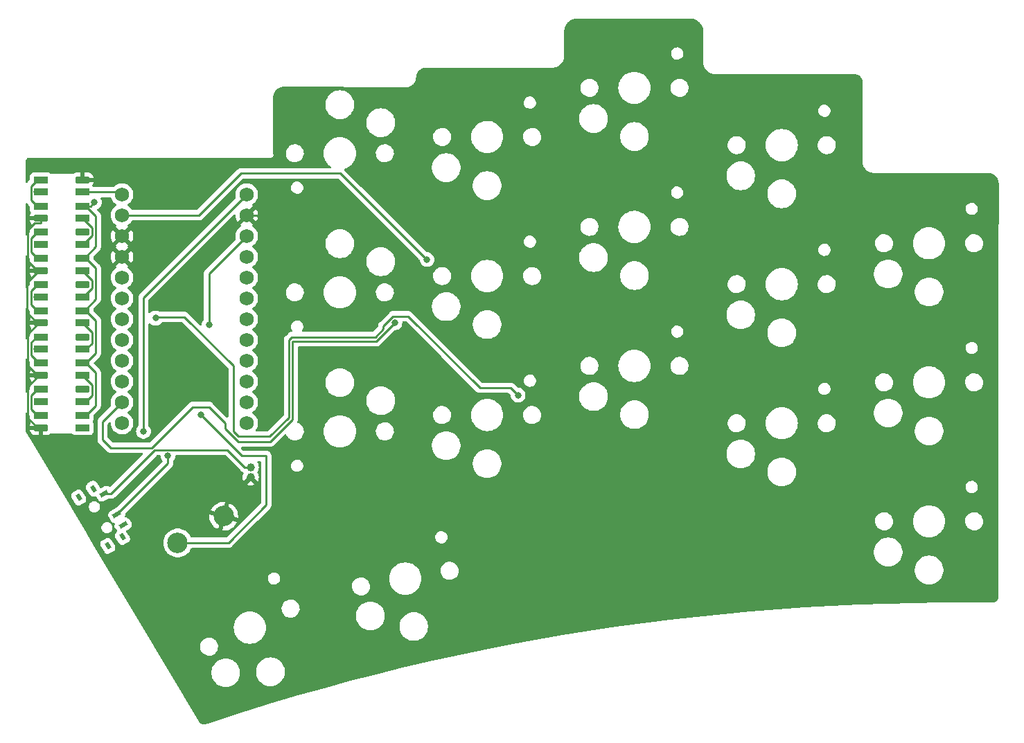
<source format=gtl>
G04 #@! TF.GenerationSoftware,KiCad,Pcbnew,7.0.6*
G04 #@! TF.CreationDate,2024-09-20T23:27:02+02:00*
G04 #@! TF.ProjectId,KoalaKeeb_v0.2_right,4b6f616c-614b-4656-9562-5f76302e325f,rev?*
G04 #@! TF.SameCoordinates,Original*
G04 #@! TF.FileFunction,Copper,L1,Top*
G04 #@! TF.FilePolarity,Positive*
%FSLAX46Y46*%
G04 Gerber Fmt 4.6, Leading zero omitted, Abs format (unit mm)*
G04 Created by KiCad (PCBNEW 7.0.6) date 2024-09-20 23:27:02*
%MOMM*%
%LPD*%
G01*
G04 APERTURE LIST*
G04 Aperture macros list*
%AMRoundRect*
0 Rectangle with rounded corners*
0 $1 Rounding radius*
0 $2 $3 $4 $5 $6 $7 $8 $9 X,Y pos of 4 corners*
0 Add a 4 corners polygon primitive as box body*
4,1,4,$2,$3,$4,$5,$6,$7,$8,$9,$2,$3,0*
0 Add four circle primitives for the rounded corners*
1,1,$1+$1,$2,$3*
1,1,$1+$1,$4,$5*
1,1,$1+$1,$6,$7*
1,1,$1+$1,$8,$9*
0 Add four rect primitives between the rounded corners*
20,1,$1+$1,$2,$3,$4,$5,0*
20,1,$1+$1,$4,$5,$6,$7,0*
20,1,$1+$1,$6,$7,$8,$9,0*
20,1,$1+$1,$8,$9,$2,$3,0*%
%AMRotRect*
0 Rectangle, with rotation*
0 The origin of the aperture is its center*
0 $1 length*
0 $2 width*
0 $3 Rotation angle, in degrees counterclockwise*
0 Add horizontal line*
21,1,$1,$2,0,0,$3*%
G04 Aperture macros list end*
G04 #@! TA.AperFunction,SMDPad,CuDef*
%ADD10RotRect,0.500000X1.000000X301.000000*%
G04 #@! TD*
G04 #@! TA.AperFunction,SMDPad,CuDef*
%ADD11RotRect,0.500000X0.800000X31.000000*%
G04 #@! TD*
G04 #@! TA.AperFunction,ComponentPad*
%ADD12C,1.000000*%
G04 #@! TD*
G04 #@! TA.AperFunction,SMDPad,CuDef*
%ADD13R,1.700000X0.820000*%
G04 #@! TD*
G04 #@! TA.AperFunction,SMDPad,CuDef*
%ADD14RoundRect,0.205000X0.645000X0.205000X-0.645000X0.205000X-0.645000X-0.205000X0.645000X-0.205000X0*%
G04 #@! TD*
G04 #@! TA.AperFunction,SMDPad,CuDef*
%ADD15RoundRect,0.205000X-0.645000X-0.205000X0.645000X-0.205000X0.645000X0.205000X-0.645000X0.205000X0*%
G04 #@! TD*
G04 #@! TA.AperFunction,ComponentPad*
%ADD16C,2.500000*%
G04 #@! TD*
G04 #@! TA.AperFunction,ComponentPad*
%ADD17C,1.752600*%
G04 #@! TD*
G04 #@! TA.AperFunction,ViaPad*
%ADD18C,0.800000*%
G04 #@! TD*
G04 #@! TA.AperFunction,Conductor*
%ADD19C,0.250000*%
G04 #@! TD*
G04 APERTURE END LIST*
D10*
X49186924Y-79618553D03*
X50732038Y-82190055D03*
X51504595Y-83475806D03*
D11*
X51436907Y-84916437D03*
X49636856Y-85998017D03*
X46083093Y-80083563D03*
X47883144Y-79001983D03*
D12*
X67096000Y-76375000D03*
X67096000Y-77625000D03*
D13*
X46550000Y-63650000D03*
X46550000Y-65150000D03*
D14*
X41450000Y-65150000D03*
D13*
X41450000Y-63650000D03*
X41450000Y-49150000D03*
X41450000Y-47650000D03*
D15*
X46550000Y-47650000D03*
D13*
X46550000Y-49150000D03*
X41450000Y-42750000D03*
X41450000Y-41250000D03*
D15*
X46550000Y-41250000D03*
D13*
X46550000Y-42750000D03*
X41450000Y-68350000D03*
X41450000Y-66850000D03*
D15*
X46550000Y-66850000D03*
D13*
X46550000Y-68350000D03*
X46550000Y-44450000D03*
X46550000Y-45950000D03*
D14*
X41450000Y-45950000D03*
D13*
X41450000Y-44450000D03*
D16*
X63814583Y-82375000D03*
X58185417Y-85625000D03*
D17*
X51380000Y-43030000D03*
X51380000Y-45570000D03*
X51380000Y-48110000D03*
X51380000Y-50650000D03*
X51380000Y-53190000D03*
X51380000Y-55730000D03*
X51380000Y-58270000D03*
X51380000Y-60810000D03*
X51380000Y-63350000D03*
X51380000Y-65890000D03*
X51380000Y-68430000D03*
X51380000Y-70970000D03*
X66620000Y-70970000D03*
X66620000Y-68430000D03*
X66620000Y-65890000D03*
X66620000Y-63350000D03*
X66620000Y-60810000D03*
X66620000Y-58270000D03*
X66620000Y-55730000D03*
X66620000Y-53190000D03*
X66620000Y-50650000D03*
X66620000Y-48110000D03*
X66620000Y-45570000D03*
X66620000Y-43030000D03*
D13*
X41450000Y-61950000D03*
X41450000Y-60450000D03*
D15*
X46550000Y-60450000D03*
D13*
X46550000Y-61950000D03*
X46550000Y-50850000D03*
X46550000Y-52350000D03*
D14*
X41450000Y-52350000D03*
D13*
X41450000Y-50850000D03*
X46550000Y-57250000D03*
X46550000Y-58750000D03*
D14*
X41450000Y-58750000D03*
D13*
X41450000Y-57250000D03*
X41450000Y-55550000D03*
X41450000Y-54050000D03*
D15*
X46550000Y-54050000D03*
D13*
X46550000Y-55550000D03*
X46550000Y-70050000D03*
X46550000Y-71550000D03*
D14*
X41450000Y-71550000D03*
D13*
X41450000Y-70050000D03*
D18*
X84730000Y-58740000D03*
X46990000Y-47640000D03*
X46970000Y-41240000D03*
X41020000Y-68340000D03*
X88650000Y-50990000D03*
X46990000Y-60450000D03*
X40990000Y-61950000D03*
X40980000Y-55540000D03*
X72140000Y-49820000D03*
X41470000Y-72650000D03*
X99780000Y-67560000D03*
X55480000Y-58150000D03*
X46990000Y-66850000D03*
X46990000Y-54060000D03*
X41000000Y-49140000D03*
X40990000Y-42740000D03*
X62000000Y-59000000D03*
X48000000Y-44000000D03*
X54000000Y-72000000D03*
X61000000Y-70000000D03*
X57000000Y-75000000D03*
D19*
X50017843Y-79618553D02*
X49186924Y-79618553D01*
X55361396Y-74275000D02*
X50017843Y-79618553D01*
X57000000Y-75922093D02*
X57000000Y-75000000D01*
X50732038Y-82190055D02*
X57000000Y-75922093D01*
X84690000Y-58740000D02*
X82440000Y-60990000D01*
X84730000Y-58740000D02*
X84690000Y-58740000D01*
X49000000Y-70810000D02*
X51380000Y-68430000D01*
X49000000Y-73000000D02*
X49000000Y-70810000D01*
X50000000Y-74000000D02*
X49000000Y-73000000D01*
X55000000Y-74000000D02*
X50000000Y-74000000D01*
X60000000Y-69000000D02*
X55000000Y-74000000D01*
X62000000Y-69000000D02*
X60000000Y-69000000D01*
X69516316Y-73250000D02*
X65613604Y-73250000D01*
X64000000Y-71000000D02*
X62000000Y-69000000D01*
X72230000Y-70536316D02*
X69516316Y-73250000D01*
X72230000Y-60990000D02*
X72230000Y-70536316D01*
X65613604Y-73250000D02*
X64000000Y-71636396D01*
X64000000Y-71636396D02*
X64000000Y-71000000D01*
X82440000Y-60990000D02*
X72230000Y-60990000D01*
X40265000Y-43705000D02*
X41010000Y-44450000D01*
X40265000Y-41995000D02*
X40265000Y-43705000D01*
X41010000Y-41250000D02*
X40265000Y-41995000D01*
X41450000Y-41250000D02*
X41010000Y-41250000D01*
X41010000Y-44450000D02*
X41450000Y-44450000D01*
X48180000Y-62430000D02*
X46960000Y-63650000D01*
X46990000Y-50850000D02*
X48175000Y-52035000D01*
X48180000Y-58440000D02*
X48180000Y-62430000D01*
X46760000Y-50850000D02*
X46550000Y-50850000D01*
X48175000Y-49435000D02*
X46760000Y-50850000D01*
X48175000Y-45665000D02*
X48175000Y-49435000D01*
X46760000Y-57250000D02*
X46550000Y-57250000D01*
X46550000Y-57250000D02*
X46990000Y-57250000D01*
X48175000Y-55835000D02*
X46760000Y-57250000D01*
X48175000Y-64835000D02*
X48175000Y-68865000D01*
X46550000Y-50850000D02*
X46990000Y-50850000D01*
X46990000Y-57250000D02*
X48180000Y-58440000D01*
X46550000Y-63650000D02*
X46990000Y-63650000D01*
X41450000Y-41250000D02*
X41040000Y-41250000D01*
X48175000Y-68865000D02*
X46990000Y-70050000D01*
X46990000Y-70050000D02*
X46550000Y-70050000D01*
X48175000Y-52035000D02*
X48175000Y-55835000D01*
X46990000Y-63650000D02*
X48175000Y-64835000D01*
X46960000Y-44450000D02*
X48175000Y-45665000D01*
X46550000Y-44450000D02*
X46960000Y-44450000D01*
X46960000Y-63650000D02*
X46550000Y-63650000D01*
X47725000Y-53525000D02*
X47725000Y-54474533D01*
X46550000Y-42750000D02*
X51100000Y-42750000D01*
X41450000Y-60450000D02*
X40920000Y-60450000D01*
X41040000Y-41250000D02*
X40265000Y-42025000D01*
X47725000Y-54474533D02*
X46649533Y-55550000D01*
X46550000Y-45950000D02*
X47725000Y-47125000D01*
X51100000Y-42750000D02*
X51380000Y-43030000D01*
X47725000Y-66325000D02*
X47725000Y-67615000D01*
X41450000Y-70050000D02*
X41010000Y-70050000D01*
X41040000Y-47650000D02*
X40275000Y-48415000D01*
X40275000Y-69315000D02*
X40275000Y-67615000D01*
X40275000Y-67615000D02*
X41040000Y-66850000D01*
X40255000Y-56495000D02*
X41010000Y-57250000D01*
X47725000Y-67615000D02*
X46990000Y-68350000D01*
X40920000Y-60450000D02*
X40265000Y-61105000D01*
X41040000Y-66850000D02*
X41450000Y-66850000D01*
X41450000Y-47650000D02*
X41040000Y-47650000D01*
X47725000Y-61215000D02*
X46990000Y-61950000D01*
X46550000Y-58750000D02*
X47725000Y-59925000D01*
X46990000Y-68350000D02*
X46550000Y-68350000D01*
X40950000Y-54050000D02*
X41450000Y-54050000D01*
X47725000Y-47125000D02*
X47725000Y-48074533D01*
X46550000Y-65150000D02*
X47725000Y-66325000D01*
X40265000Y-61105000D02*
X40265000Y-62705000D01*
X47725000Y-59925000D02*
X47725000Y-61215000D01*
X46649533Y-55550000D02*
X46550000Y-55550000D01*
X46550000Y-52350000D02*
X47725000Y-53525000D01*
X40265000Y-42025000D02*
X40265000Y-43705000D01*
X41010000Y-50850000D02*
X41450000Y-50850000D01*
X41010000Y-70050000D02*
X40275000Y-69315000D01*
X41450000Y-54050000D02*
X41040000Y-54050000D01*
X47725000Y-48074533D02*
X46649533Y-49150000D01*
X40275000Y-50115000D02*
X41010000Y-50850000D01*
X40255000Y-54835000D02*
X40255000Y-56495000D01*
X46990000Y-61950000D02*
X46550000Y-61950000D01*
X41040000Y-54050000D02*
X40255000Y-54835000D01*
X40265000Y-62705000D02*
X41210000Y-63650000D01*
X41210000Y-63650000D02*
X41450000Y-63650000D01*
X46649533Y-49150000D02*
X46550000Y-49150000D01*
X40275000Y-48415000D02*
X40275000Y-50115000D01*
X41010000Y-57250000D02*
X41450000Y-57250000D01*
X65910000Y-40460000D02*
X78080000Y-40460000D01*
X60800000Y-45570000D02*
X65910000Y-40460000D01*
X88650000Y-51030000D02*
X88580000Y-50960000D01*
X51380000Y-45570000D02*
X60800000Y-45570000D01*
X88650000Y-50990000D02*
X88650000Y-51030000D01*
X88610000Y-50990000D02*
X88650000Y-50990000D01*
X78080000Y-40460000D02*
X88610000Y-50990000D01*
X99780000Y-67560000D02*
X99780000Y-67580000D01*
X99780000Y-67580000D02*
X99750000Y-67550000D01*
X71780000Y-70270000D02*
X69440000Y-72610000D01*
X72133604Y-60450000D02*
X71780000Y-60803604D01*
X69440000Y-72610000D02*
X65610000Y-72610000D01*
X65610000Y-72610000D02*
X65000000Y-72000000D01*
X65000000Y-72000000D02*
X65000000Y-64000000D01*
X71780000Y-60803604D02*
X71780000Y-70270000D01*
X65000000Y-64000000D02*
X59000000Y-58000000D01*
X59000000Y-58000000D02*
X55630000Y-58000000D01*
X55630000Y-58000000D02*
X55480000Y-58150000D01*
X99780000Y-67560000D02*
X99760000Y-67560000D01*
X98870000Y-66670000D02*
X95110000Y-66670000D01*
X84494695Y-57910000D02*
X83301802Y-59102893D01*
X99760000Y-67560000D02*
X98870000Y-66670000D01*
X83301802Y-59471802D02*
X82323604Y-60450000D01*
X86350000Y-57910000D02*
X84494695Y-57910000D01*
X95110000Y-66670000D02*
X86350000Y-57910000D01*
X83301802Y-59102893D02*
X83301802Y-59471802D01*
X82323604Y-60450000D02*
X72133604Y-60450000D01*
X69000000Y-75000000D02*
X69000000Y-81000000D01*
X61000000Y-70000000D02*
X66000000Y-75000000D01*
X64375000Y-85625000D02*
X58185417Y-85625000D01*
X69000000Y-81000000D02*
X64375000Y-85625000D01*
X66000000Y-75000000D02*
X69000000Y-75000000D01*
X41470000Y-72620000D02*
X41470000Y-72650000D01*
X41470000Y-72650000D02*
X41500000Y-72650000D01*
X41500000Y-72650000D02*
X41480000Y-72630000D01*
X41040000Y-52350000D02*
X41450000Y-52350000D01*
X41450000Y-45950000D02*
X41450000Y-46510000D01*
X41450000Y-46510000D02*
X40680000Y-46510000D01*
X39825000Y-47365000D02*
X39825000Y-51135000D01*
X39825000Y-51135000D02*
X41040000Y-52350000D01*
X40680000Y-46510000D02*
X39825000Y-47365000D01*
X41450000Y-65150000D02*
X41240000Y-65150000D01*
X39825000Y-70335000D02*
X41040000Y-71550000D01*
X39825000Y-66565000D02*
X39825000Y-70335000D01*
X41040000Y-71550000D02*
X41450000Y-71550000D01*
X41240000Y-65150000D02*
X39825000Y-66565000D01*
X41240000Y-58750000D02*
X39815000Y-60175000D01*
X39815000Y-63925000D02*
X41040000Y-65150000D01*
X39815000Y-60175000D02*
X39815000Y-63925000D01*
X41450000Y-58750000D02*
X41240000Y-58750000D01*
X41040000Y-65150000D02*
X41450000Y-65150000D01*
X41450000Y-52350000D02*
X41240000Y-52350000D01*
X39805000Y-53785000D02*
X39805000Y-57515000D01*
X41240000Y-52350000D02*
X39805000Y-53785000D01*
X39805000Y-57515000D02*
X41040000Y-58750000D01*
X41040000Y-58750000D02*
X41450000Y-58750000D01*
X41450000Y-71550000D02*
X41450000Y-72600000D01*
X41450000Y-72600000D02*
X41470000Y-72620000D01*
X64275000Y-74275000D02*
X66375000Y-76375000D01*
X66375000Y-76375000D02*
X67096000Y-76375000D01*
X55361396Y-74275000D02*
X64275000Y-74275000D01*
X66620000Y-43030000D02*
X54000000Y-55650000D01*
X54000000Y-55650000D02*
X54000000Y-57000000D01*
X47550000Y-44450000D02*
X48000000Y-44000000D01*
X54000000Y-57000000D02*
X54000000Y-72000000D01*
X46550000Y-44450000D02*
X47550000Y-44450000D01*
X67890000Y-45570000D02*
X66620000Y-45570000D01*
X72140000Y-49820000D02*
X67890000Y-45570000D01*
X62000000Y-52730000D02*
X62000000Y-59000000D01*
X66620000Y-48110000D02*
X62000000Y-52730000D01*
G04 #@! TA.AperFunction,Conductor*
G36*
X120916176Y-21530260D02*
G01*
X120983443Y-21535070D01*
X121130646Y-21546656D01*
X121138957Y-21547881D01*
X121233414Y-21568427D01*
X121350252Y-21596478D01*
X121357451Y-21598675D01*
X121389869Y-21610765D01*
X121453438Y-21634474D01*
X121489970Y-21649607D01*
X121559946Y-21678593D01*
X121565935Y-21681459D01*
X121616856Y-21709262D01*
X121656635Y-21730982D01*
X121659309Y-21732530D01*
X121755014Y-21791178D01*
X121759773Y-21794407D01*
X121843204Y-21856862D01*
X121846298Y-21859338D01*
X121931099Y-21931764D01*
X121934658Y-21935053D01*
X122008502Y-22008896D01*
X122011799Y-22012463D01*
X122084279Y-22097326D01*
X122086768Y-22100437D01*
X122149129Y-22183741D01*
X122152362Y-22188504D01*
X122211137Y-22284417D01*
X122212689Y-22287099D01*
X122262071Y-22377534D01*
X122264938Y-22383526D01*
X122309267Y-22490544D01*
X122344862Y-22585979D01*
X122347060Y-22593179D01*
X122375368Y-22711089D01*
X122395675Y-22804442D01*
X122396903Y-22812765D01*
X122408779Y-22963657D01*
X122413312Y-23027029D01*
X122413470Y-23031453D01*
X122413470Y-26788432D01*
X122411308Y-26795792D01*
X122413279Y-26820827D01*
X122413470Y-26825694D01*
X122413470Y-26841808D01*
X122413497Y-26842081D01*
X122413497Y-26936920D01*
X122428244Y-27039492D01*
X122427588Y-27044054D01*
X122430186Y-27054878D01*
X122431269Y-27060531D01*
X122432920Y-27072014D01*
X122433359Y-27075973D01*
X122438348Y-27139359D01*
X122445996Y-27156024D01*
X122477959Y-27264878D01*
X122477959Y-27270372D01*
X122482228Y-27280678D01*
X122484437Y-27286942D01*
X122492018Y-27312760D01*
X122492810Y-27315732D01*
X122502968Y-27358044D01*
X122512347Y-27372466D01*
X122548119Y-27450796D01*
X122560254Y-27477368D01*
X122561219Y-27484086D01*
X122567499Y-27494333D01*
X122571034Y-27500975D01*
X122584897Y-27531330D01*
X122594169Y-27551633D01*
X122596357Y-27556211D01*
X122599816Y-27564563D01*
X122610360Y-27576513D01*
X122673156Y-27674227D01*
X122675439Y-27682002D01*
X122683667Y-27691636D01*
X122688685Y-27698391D01*
X122709704Y-27731098D01*
X122709712Y-27731109D01*
X122712878Y-27734763D01*
X122724887Y-27751169D01*
X122726739Y-27754192D01*
X122737838Y-27763569D01*
X122814110Y-27851594D01*
X122817994Y-27860100D01*
X122824326Y-27865508D01*
X122837507Y-27878595D01*
X122850260Y-27893313D01*
X122850262Y-27893314D01*
X122850264Y-27893317D01*
X122864975Y-27906064D01*
X122878061Y-27919244D01*
X122880941Y-27922616D01*
X122891969Y-27929455D01*
X122979949Y-28005691D01*
X122985632Y-28014534D01*
X122992376Y-28018667D01*
X123008788Y-28030681D01*
X123012472Y-28033873D01*
X123037617Y-28050033D01*
X123045216Y-28054917D01*
X123051968Y-28059934D01*
X123059036Y-28065970D01*
X123069395Y-28070456D01*
X123081467Y-28078215D01*
X123166959Y-28133159D01*
X123174535Y-28141902D01*
X123187286Y-28147184D01*
X123192256Y-28149561D01*
X123193030Y-28149914D01*
X123193031Y-28149915D01*
X123242714Y-28172605D01*
X123249341Y-28176133D01*
X123257195Y-28180946D01*
X123266376Y-28183411D01*
X123370962Y-28231175D01*
X123380428Y-28239379D01*
X123427479Y-28250674D01*
X123430456Y-28251467D01*
X123456814Y-28259207D01*
X123463064Y-28261413D01*
X123471367Y-28264852D01*
X123479108Y-28265754D01*
X123587381Y-28297548D01*
X123598639Y-28304783D01*
X123667242Y-28310184D01*
X123671203Y-28310624D01*
X123683290Y-28312362D01*
X123688941Y-28313444D01*
X123698313Y-28315694D01*
X123705036Y-28315489D01*
X123806653Y-28330101D01*
X123912670Y-28330101D01*
X123913870Y-28330102D01*
X123913871Y-28330103D01*
X123914466Y-28330103D01*
X123917968Y-28330106D01*
X123922790Y-28330297D01*
X123947123Y-28332212D01*
X123958803Y-28330129D01*
X140990612Y-28340100D01*
X140997255Y-28340462D01*
X141029389Y-28343964D01*
X141167201Y-28360934D01*
X141189094Y-28365671D01*
X141250765Y-28384986D01*
X141347459Y-28419771D01*
X141364756Y-28427534D01*
X141403726Y-28448748D01*
X141427137Y-28461492D01*
X141430851Y-28463684D01*
X141514859Y-28517311D01*
X141521116Y-28521880D01*
X141580981Y-28571638D01*
X141585429Y-28575717D01*
X141654512Y-28645571D01*
X141658544Y-28650066D01*
X141707174Y-28709912D01*
X141707581Y-28710412D01*
X141712096Y-28716740D01*
X141764883Y-28801495D01*
X141767036Y-28805236D01*
X141800187Y-28867777D01*
X141807763Y-28885169D01*
X141841633Y-28982709D01*
X141860114Y-29044093D01*
X141864610Y-29066056D01*
X141880257Y-29205928D01*
X141883230Y-29236326D01*
X141883524Y-29242363D01*
X141883470Y-38967047D01*
X141880093Y-38978546D01*
X141883195Y-39011407D01*
X141883470Y-39017237D01*
X141883470Y-39019106D01*
X141883466Y-39019107D01*
X141883470Y-39019599D01*
X141883470Y-39030486D01*
X141883579Y-39031562D01*
X141884241Y-39127752D01*
X141901083Y-39229778D01*
X141900356Y-39235706D01*
X141903782Y-39248191D01*
X141905165Y-39254501D01*
X141911040Y-39290088D01*
X141919471Y-39341163D01*
X141958341Y-39458476D01*
X141958567Y-39465053D01*
X141963486Y-39475460D01*
X141966290Y-39482465D01*
X141976167Y-39512279D01*
X141977102Y-39515369D01*
X141986651Y-39550163D01*
X141996622Y-39564163D01*
X142051555Y-39670638D01*
X142053038Y-39678321D01*
X142059729Y-39687788D01*
X142064204Y-39695156D01*
X142086674Y-39738708D01*
X142090094Y-39744229D01*
X142093441Y-39750383D01*
X142095410Y-39754549D01*
X142106560Y-39765829D01*
X142167787Y-39849336D01*
X142178026Y-39863300D01*
X142181130Y-39871883D01*
X142185954Y-39876672D01*
X142198591Y-39891349D01*
X142214569Y-39913141D01*
X142214571Y-39913143D01*
X142214572Y-39913144D01*
X142221828Y-39920348D01*
X142235722Y-39936771D01*
X142236718Y-39938180D01*
X142248319Y-39946648D01*
X142291864Y-39989880D01*
X142334278Y-40031988D01*
X142339276Y-40041063D01*
X142344268Y-40044538D01*
X142360796Y-40058316D01*
X142363536Y-40061036D01*
X142368066Y-40065533D01*
X142368070Y-40065535D01*
X142368069Y-40065535D01*
X142389992Y-40081367D01*
X142404760Y-40093897D01*
X142406847Y-40095969D01*
X142418176Y-40101720D01*
X142472048Y-40140623D01*
X142516068Y-40172412D01*
X142523107Y-40181486D01*
X142531611Y-40185431D01*
X142537792Y-40188734D01*
X142543415Y-40192161D01*
X142543421Y-40192165D01*
X142586891Y-40214196D01*
X142587209Y-40214357D01*
X142594608Y-40218778D01*
X142601408Y-40223510D01*
X142611848Y-40226844D01*
X142718486Y-40280888D01*
X142727584Y-40289445D01*
X142767231Y-40300017D01*
X142770321Y-40300927D01*
X142783152Y-40305076D01*
X142800658Y-40310737D01*
X142807678Y-40313488D01*
X142815659Y-40317190D01*
X142824882Y-40318569D01*
X142942162Y-40356490D01*
X143029129Y-40370201D01*
X143035450Y-40371539D01*
X143045786Y-40374295D01*
X143054421Y-40374189D01*
X143155821Y-40390176D01*
X143155828Y-40390175D01*
X143155829Y-40390176D01*
X143184657Y-40390166D01*
X143263937Y-40390139D01*
X143264431Y-40390144D01*
X143268176Y-40390184D01*
X143272867Y-40390413D01*
X143306403Y-40393333D01*
X143321628Y-40390757D01*
X145106184Y-40409911D01*
X145107433Y-40410103D01*
X145123983Y-40410103D01*
X145124063Y-40410104D01*
X145124063Y-40410103D01*
X145147089Y-40410392D01*
X145148407Y-40410134D01*
X157262215Y-40425871D01*
X157262444Y-40425939D01*
X157311545Y-40425939D01*
X157316416Y-40426131D01*
X157332177Y-40427372D01*
X157371236Y-40430448D01*
X157500610Y-40441771D01*
X157518734Y-40444724D01*
X157595994Y-40463277D01*
X157699101Y-40490907D01*
X157706755Y-40493505D01*
X157789897Y-40527948D01*
X157859936Y-40560609D01*
X157882258Y-40571019D01*
X157888456Y-40574350D01*
X157922132Y-40594988D01*
X157965776Y-40621736D01*
X157968909Y-40623790D01*
X158049688Y-40680354D01*
X158054384Y-40683991D01*
X158123985Y-40743441D01*
X158127551Y-40746738D01*
X158196801Y-40815989D01*
X158200091Y-40819548D01*
X158259640Y-40889275D01*
X158263284Y-40893982D01*
X158319593Y-40974403D01*
X158321670Y-40977570D01*
X158369310Y-41055314D01*
X158372640Y-41061511D01*
X158415314Y-41153028D01*
X158450123Y-41237067D01*
X158452732Y-41244753D01*
X158479854Y-41345969D01*
X158498865Y-41425161D01*
X158501819Y-41443297D01*
X158512553Y-41565967D01*
X158517428Y-41627918D01*
X158517619Y-41632808D01*
X158513470Y-51829503D01*
X158513470Y-59029504D01*
X158509505Y-92005409D01*
X158506208Y-92016629D01*
X158509187Y-92046853D01*
X158509486Y-92053230D01*
X158509343Y-92083397D01*
X158506761Y-92214716D01*
X158503969Y-92238555D01*
X158491530Y-92295921D01*
X158490881Y-92298620D01*
X158466553Y-92390698D01*
X158459771Y-92409852D01*
X158432599Y-92470316D01*
X158430547Y-92474460D01*
X158385797Y-92556974D01*
X158381346Y-92564010D01*
X158337997Y-92623319D01*
X158333909Y-92628340D01*
X158271937Y-92696817D01*
X158267347Y-92701386D01*
X158212593Y-92750466D01*
X158206036Y-92755594D01*
X158128558Y-92808214D01*
X158124636Y-92810669D01*
X158066943Y-92843854D01*
X158048561Y-92852507D01*
X157959931Y-92885661D01*
X157957310Y-92886576D01*
X157900862Y-92904856D01*
X157877419Y-92910006D01*
X157749166Y-92925383D01*
X157716874Y-92928765D01*
X157710410Y-92929103D01*
X157665144Y-92929103D01*
X157662514Y-92929391D01*
X153014046Y-92955503D01*
X151357016Y-92955503D01*
X148043327Y-92993492D01*
X144730290Y-93069465D01*
X141418342Y-93183411D01*
X138107918Y-93335317D01*
X134799453Y-93525162D01*
X131493382Y-93752921D01*
X128190138Y-94018564D01*
X124890157Y-94322057D01*
X121593872Y-94663359D01*
X118301716Y-95042425D01*
X115014122Y-95459206D01*
X111731521Y-95913647D01*
X108454346Y-96405688D01*
X105183026Y-96935265D01*
X101917993Y-97502307D01*
X98659674Y-98106741D01*
X95408498Y-98748487D01*
X92164892Y-99427461D01*
X88929283Y-100143573D01*
X85702096Y-100896730D01*
X82483755Y-101686831D01*
X79274682Y-102513775D01*
X76075300Y-103377451D01*
X72886029Y-104277746D01*
X69707287Y-105214543D01*
X66539494Y-106187717D01*
X63383065Y-107197142D01*
X61847840Y-107707578D01*
X61832269Y-107708129D01*
X61820389Y-107714625D01*
X61800200Y-107723433D01*
X61784482Y-107728684D01*
X61783139Y-107730118D01*
X61766634Y-107738252D01*
X61657075Y-107782472D01*
X61634556Y-107789162D01*
X61578714Y-107800126D01*
X61575553Y-107800663D01*
X61478195Y-107814600D01*
X61458994Y-107815840D01*
X61394047Y-107814987D01*
X61388709Y-107814687D01*
X61292452Y-107805091D01*
X61285056Y-107803899D01*
X61215353Y-107788300D01*
X61208158Y-107786227D01*
X61117181Y-107753954D01*
X61112219Y-107751949D01*
X61052816Y-107724908D01*
X61035985Y-107715608D01*
X60954476Y-107661923D01*
X60951855Y-107660099D01*
X60904359Y-107625160D01*
X60887549Y-107610270D01*
X60831295Y-107550505D01*
X60777602Y-107490452D01*
X60773589Y-107485468D01*
X60766644Y-107475869D01*
X60763630Y-107471291D01*
X57287561Y-101642933D01*
X62302780Y-101642933D01*
X62309397Y-101686831D01*
X62341884Y-101902361D01*
X62341885Y-101902363D01*
X62341886Y-101902369D01*
X62419218Y-102153072D01*
X62533047Y-102389442D01*
X62533048Y-102389443D01*
X62533050Y-102389446D01*
X62533052Y-102389450D01*
X62617816Y-102513775D01*
X62680847Y-102606225D01*
X62859294Y-102798547D01*
X62859298Y-102798550D01*
X62859299Y-102798551D01*
X63064423Y-102962132D01*
X63291637Y-103093314D01*
X63535864Y-103189166D01*
X63791650Y-103247548D01*
X63791656Y-103247548D01*
X63791659Y-103247549D01*
X63987780Y-103262246D01*
X63987786Y-103262246D01*
X64118780Y-103262246D01*
X64314900Y-103247549D01*
X64314902Y-103247548D01*
X64314910Y-103247548D01*
X64570696Y-103189166D01*
X64814923Y-103093314D01*
X65042137Y-102962132D01*
X65247261Y-102798551D01*
X65425713Y-102606225D01*
X65573508Y-102389450D01*
X65687343Y-102153069D01*
X65764676Y-101902361D01*
X65803780Y-101642928D01*
X65803780Y-101523718D01*
X67764079Y-101523718D01*
X67782048Y-101642928D01*
X67803183Y-101783146D01*
X67803184Y-101783148D01*
X67803185Y-101783154D01*
X67880517Y-102033857D01*
X67994346Y-102270227D01*
X67994347Y-102270228D01*
X67994349Y-102270231D01*
X67994351Y-102270235D01*
X68075625Y-102389442D01*
X68142146Y-102487010D01*
X68320593Y-102679332D01*
X68320597Y-102679335D01*
X68320598Y-102679336D01*
X68525722Y-102842917D01*
X68752936Y-102974099D01*
X68997163Y-103069951D01*
X69252949Y-103128333D01*
X69252955Y-103128333D01*
X69252958Y-103128334D01*
X69449079Y-103143031D01*
X69449085Y-103143031D01*
X69580079Y-103143031D01*
X69776199Y-103128334D01*
X69776201Y-103128333D01*
X69776209Y-103128333D01*
X70031995Y-103069951D01*
X70276222Y-102974099D01*
X70503436Y-102842917D01*
X70708560Y-102679336D01*
X70887012Y-102487010D01*
X71034807Y-102270235D01*
X71148642Y-102033854D01*
X71225975Y-101783146D01*
X71265079Y-101523713D01*
X71265079Y-101261349D01*
X71225975Y-101001916D01*
X71148642Y-100751208D01*
X71136700Y-100726411D01*
X71034811Y-100514834D01*
X71034810Y-100514833D01*
X71034809Y-100514832D01*
X71034807Y-100514827D01*
X70887012Y-100298052D01*
X70819175Y-100224941D01*
X70708564Y-100105729D01*
X70652927Y-100061360D01*
X70503436Y-99942145D01*
X70276222Y-99810963D01*
X70031995Y-99715111D01*
X70031990Y-99715109D01*
X70031981Y-99715107D01*
X69814397Y-99665445D01*
X69776209Y-99656729D01*
X69776208Y-99656728D01*
X69776204Y-99656728D01*
X69776199Y-99656727D01*
X69580079Y-99642031D01*
X69580073Y-99642031D01*
X69449085Y-99642031D01*
X69449079Y-99642031D01*
X69252958Y-99656727D01*
X69252953Y-99656728D01*
X68997176Y-99715107D01*
X68997157Y-99715113D01*
X68752935Y-99810963D01*
X68525722Y-99942145D01*
X68320593Y-100105729D01*
X68142146Y-100298051D01*
X67994347Y-100514833D01*
X67994346Y-100514834D01*
X67880517Y-100751204D01*
X67803185Y-101001907D01*
X67803184Y-101001912D01*
X67803183Y-101001916D01*
X67788432Y-101099778D01*
X67764079Y-101261343D01*
X67764079Y-101523718D01*
X65803780Y-101523718D01*
X65803780Y-101380564D01*
X65764676Y-101121131D01*
X65687343Y-100870423D01*
X65629930Y-100751204D01*
X65573512Y-100634049D01*
X65573511Y-100634048D01*
X65573510Y-100634047D01*
X65573508Y-100634042D01*
X65425713Y-100417267D01*
X65415721Y-100406499D01*
X65247265Y-100224944D01*
X65207813Y-100193482D01*
X65042137Y-100061360D01*
X64814923Y-99930178D01*
X64570696Y-99834326D01*
X64570691Y-99834324D01*
X64570682Y-99834322D01*
X64353098Y-99784660D01*
X64314910Y-99775944D01*
X64314909Y-99775943D01*
X64314905Y-99775943D01*
X64314900Y-99775942D01*
X64118780Y-99761246D01*
X64118774Y-99761246D01*
X63987786Y-99761246D01*
X63987780Y-99761246D01*
X63791659Y-99775942D01*
X63791654Y-99775943D01*
X63535877Y-99834322D01*
X63535858Y-99834328D01*
X63291636Y-99930178D01*
X63064423Y-100061360D01*
X62859294Y-100224944D01*
X62680847Y-100417266D01*
X62533048Y-100634048D01*
X62533047Y-100634049D01*
X62419218Y-100870419D01*
X62341886Y-101121122D01*
X62341885Y-101121127D01*
X62341884Y-101121131D01*
X62327133Y-101218993D01*
X62302780Y-101380558D01*
X62302780Y-101642933D01*
X57287561Y-101642933D01*
X55276970Y-98271755D01*
X60910150Y-98271755D01*
X60920159Y-98481859D01*
X60969749Y-98686271D01*
X60998162Y-98748487D01*
X61057127Y-98877604D01*
X61057131Y-98877610D01*
X61179133Y-99048939D01*
X61179138Y-99048944D01*
X61331370Y-99194097D01*
X61508321Y-99307816D01*
X61703595Y-99385993D01*
X61832391Y-99410816D01*
X61910135Y-99425800D01*
X61910136Y-99425800D01*
X62067768Y-99425800D01*
X62067775Y-99425800D01*
X62224696Y-99410816D01*
X62426518Y-99351556D01*
X62613477Y-99255171D01*
X62778817Y-99125147D01*
X62916562Y-98966181D01*
X63021733Y-98784019D01*
X63090529Y-98585246D01*
X63120464Y-98377045D01*
X63110455Y-98166941D01*
X63060865Y-97962529D01*
X62973486Y-97771195D01*
X62910416Y-97682625D01*
X62851480Y-97599860D01*
X62851474Y-97599854D01*
X62699246Y-97454705D01*
X62699244Y-97454703D01*
X62522293Y-97340984D01*
X62522291Y-97340983D01*
X62327028Y-97262810D01*
X62327021Y-97262807D01*
X62327019Y-97262807D01*
X62327016Y-97262806D01*
X62327015Y-97262806D01*
X62120479Y-97223000D01*
X62120478Y-97223000D01*
X61962839Y-97223000D01*
X61805918Y-97237984D01*
X61805914Y-97237985D01*
X61604098Y-97297243D01*
X61417138Y-97393628D01*
X61251797Y-97523652D01*
X61251796Y-97523653D01*
X61114056Y-97682614D01*
X61114047Y-97682625D01*
X61008881Y-97864779D01*
X60940086Y-98063548D01*
X60940085Y-98063553D01*
X60940085Y-98063554D01*
X60910150Y-98271755D01*
X55276970Y-98271755D01*
X53922082Y-96000001D01*
X65029981Y-96000001D01*
X65050033Y-96280364D01*
X65050034Y-96280371D01*
X65098015Y-96500932D01*
X65109781Y-96555018D01*
X65170768Y-96718532D01*
X65208008Y-96818376D01*
X65208010Y-96818380D01*
X65342711Y-97065067D01*
X65342716Y-97065075D01*
X65511152Y-97290080D01*
X65511168Y-97290098D01*
X65709901Y-97488831D01*
X65709919Y-97488847D01*
X65934924Y-97657283D01*
X65934932Y-97657288D01*
X66181619Y-97791989D01*
X66181623Y-97791991D01*
X66181625Y-97791992D01*
X66444982Y-97890219D01*
X66719637Y-97949967D01*
X66929825Y-97965000D01*
X67070175Y-97965000D01*
X67280363Y-97949967D01*
X67555018Y-97890219D01*
X67818375Y-97791992D01*
X68065073Y-97657285D01*
X68290088Y-97488841D01*
X68488841Y-97290088D01*
X68657285Y-97065073D01*
X68791992Y-96818375D01*
X68890219Y-96555018D01*
X68949967Y-96280363D01*
X68970019Y-96000000D01*
X68949967Y-95719637D01*
X68890219Y-95444982D01*
X68791992Y-95181625D01*
X68682935Y-94981902D01*
X68657288Y-94934932D01*
X68657283Y-94934924D01*
X68488847Y-94709919D01*
X68488831Y-94709901D01*
X68290098Y-94511168D01*
X68290080Y-94511152D01*
X68065075Y-94342716D01*
X68065067Y-94342711D01*
X67818380Y-94208010D01*
X67818376Y-94208008D01*
X67718204Y-94170646D01*
X67555018Y-94109781D01*
X67555014Y-94109780D01*
X67555011Y-94109779D01*
X67280371Y-94050034D01*
X67280364Y-94050033D01*
X67070175Y-94035000D01*
X66929825Y-94035000D01*
X66719635Y-94050033D01*
X66719628Y-94050034D01*
X66444988Y-94109779D01*
X66444983Y-94109780D01*
X66444982Y-94109781D01*
X66407390Y-94123802D01*
X66181623Y-94208008D01*
X66181619Y-94208010D01*
X65934932Y-94342711D01*
X65934924Y-94342716D01*
X65709919Y-94511152D01*
X65709901Y-94511168D01*
X65511168Y-94709901D01*
X65511152Y-94709919D01*
X65342716Y-94934924D01*
X65342711Y-94934932D01*
X65208010Y-95181619D01*
X65208008Y-95181623D01*
X65133529Y-95381309D01*
X65112025Y-95438967D01*
X65109779Y-95444988D01*
X65050034Y-95719628D01*
X65050033Y-95719635D01*
X65029981Y-95999998D01*
X65029981Y-96000001D01*
X53922082Y-96000001D01*
X52504397Y-93622955D01*
X70879536Y-93622955D01*
X70889545Y-93833059D01*
X70939135Y-94037471D01*
X70978562Y-94123804D01*
X71026513Y-94228804D01*
X71026517Y-94228810D01*
X71148519Y-94400139D01*
X71148524Y-94400144D01*
X71300756Y-94545297D01*
X71477707Y-94659016D01*
X71672981Y-94737193D01*
X71801777Y-94762016D01*
X71879521Y-94777000D01*
X71879522Y-94777000D01*
X72037154Y-94777000D01*
X72037161Y-94777000D01*
X72194082Y-94762016D01*
X72395904Y-94702756D01*
X72415881Y-94692457D01*
X79976642Y-94692457D01*
X79987127Y-94762014D01*
X80015746Y-94951885D01*
X80015747Y-94951887D01*
X80015748Y-94951893D01*
X80093080Y-95202596D01*
X80206909Y-95438966D01*
X80206910Y-95438967D01*
X80206912Y-95438970D01*
X80206914Y-95438974D01*
X80354708Y-95655748D01*
X80354709Y-95655749D01*
X80533156Y-95848071D01*
X80533160Y-95848074D01*
X80533161Y-95848075D01*
X80738285Y-96011656D01*
X80965499Y-96142838D01*
X81209726Y-96238690D01*
X81465512Y-96297072D01*
X81465518Y-96297072D01*
X81465521Y-96297073D01*
X81661642Y-96311770D01*
X81661648Y-96311770D01*
X81792642Y-96311770D01*
X81988762Y-96297073D01*
X81988764Y-96297072D01*
X81988772Y-96297072D01*
X82244558Y-96238690D01*
X82488785Y-96142838D01*
X82715999Y-96011656D01*
X82742160Y-95990793D01*
X85282707Y-95990793D01*
X85285852Y-96011655D01*
X85321811Y-96250221D01*
X85321812Y-96250223D01*
X85321813Y-96250229D01*
X85399145Y-96500932D01*
X85512974Y-96737302D01*
X85512975Y-96737303D01*
X85512977Y-96737306D01*
X85512979Y-96737310D01*
X85568249Y-96818376D01*
X85660774Y-96954085D01*
X85839221Y-97146407D01*
X85839225Y-97146410D01*
X85839226Y-97146411D01*
X86044350Y-97309992D01*
X86271564Y-97441174D01*
X86515791Y-97537026D01*
X86771577Y-97595408D01*
X86771583Y-97595408D01*
X86771586Y-97595409D01*
X86967707Y-97610106D01*
X86967713Y-97610106D01*
X87098707Y-97610106D01*
X87294827Y-97595409D01*
X87294829Y-97595408D01*
X87294837Y-97595408D01*
X87550623Y-97537026D01*
X87794850Y-97441174D01*
X88022064Y-97309992D01*
X88227188Y-97146411D01*
X88405640Y-96954085D01*
X88553435Y-96737310D01*
X88667270Y-96500929D01*
X88744603Y-96250221D01*
X88783707Y-95990788D01*
X88783707Y-95728424D01*
X88744603Y-95468991D01*
X88667270Y-95218283D01*
X88649616Y-95181625D01*
X88553439Y-94981909D01*
X88553438Y-94981908D01*
X88553437Y-94981907D01*
X88553435Y-94981902D01*
X88405640Y-94765127D01*
X88379721Y-94737193D01*
X88227192Y-94572804D01*
X88187740Y-94541342D01*
X88022064Y-94409220D01*
X87794850Y-94278038D01*
X87550623Y-94182186D01*
X87550618Y-94182184D01*
X87550609Y-94182182D01*
X87333025Y-94132520D01*
X87294837Y-94123804D01*
X87294836Y-94123803D01*
X87294832Y-94123803D01*
X87294827Y-94123802D01*
X87098707Y-94109106D01*
X87098701Y-94109106D01*
X86967713Y-94109106D01*
X86967707Y-94109106D01*
X86771586Y-94123802D01*
X86771581Y-94123803D01*
X86515804Y-94182182D01*
X86515785Y-94182188D01*
X86271563Y-94278038D01*
X86044350Y-94409220D01*
X85839221Y-94572804D01*
X85660774Y-94765126D01*
X85512975Y-94981908D01*
X85512974Y-94981909D01*
X85399145Y-95218279D01*
X85321813Y-95468982D01*
X85321812Y-95468987D01*
X85321811Y-95468991D01*
X85307060Y-95566853D01*
X85282707Y-95728418D01*
X85282707Y-95990793D01*
X82742160Y-95990793D01*
X82921123Y-95848075D01*
X83099575Y-95655749D01*
X83247370Y-95438974D01*
X83361205Y-95202593D01*
X83438538Y-94951885D01*
X83477642Y-94692452D01*
X83477642Y-94430088D01*
X83438538Y-94170655D01*
X83361205Y-93919947D01*
X83280770Y-93752921D01*
X83247374Y-93683573D01*
X83247373Y-93683572D01*
X83247372Y-93683571D01*
X83247370Y-93683566D01*
X83099575Y-93466791D01*
X83051292Y-93414754D01*
X82921127Y-93274468D01*
X82847784Y-93215979D01*
X82715999Y-93110884D01*
X82488785Y-92979702D01*
X82244558Y-92883850D01*
X82244553Y-92883848D01*
X82244544Y-92883846D01*
X82026960Y-92834184D01*
X81988772Y-92825468D01*
X81988771Y-92825467D01*
X81988767Y-92825467D01*
X81988762Y-92825466D01*
X81792642Y-92810770D01*
X81792636Y-92810770D01*
X81661648Y-92810770D01*
X81661642Y-92810770D01*
X81465521Y-92825466D01*
X81465516Y-92825467D01*
X81209739Y-92883846D01*
X81209720Y-92883852D01*
X80965498Y-92979702D01*
X80738285Y-93110884D01*
X80533156Y-93274468D01*
X80354709Y-93466790D01*
X80206910Y-93683572D01*
X80206909Y-93683573D01*
X80093080Y-93919943D01*
X80015748Y-94170646D01*
X80015747Y-94170651D01*
X80015746Y-94170655D01*
X80000995Y-94268517D01*
X79976642Y-94430082D01*
X79976642Y-94692457D01*
X72415881Y-94692457D01*
X72582863Y-94606371D01*
X72748203Y-94476347D01*
X72885948Y-94317381D01*
X72991119Y-94135219D01*
X73059915Y-93936446D01*
X73089850Y-93728245D01*
X73079841Y-93518141D01*
X73030251Y-93313729D01*
X72942872Y-93122395D01*
X72879802Y-93033825D01*
X72820866Y-92951060D01*
X72820860Y-92951054D01*
X72668632Y-92805905D01*
X72668630Y-92805903D01*
X72491679Y-92692184D01*
X72491677Y-92692183D01*
X72296414Y-92614010D01*
X72296407Y-92614007D01*
X72296405Y-92614007D01*
X72296402Y-92614006D01*
X72296401Y-92614006D01*
X72089865Y-92574200D01*
X72089864Y-92574200D01*
X71932225Y-92574200D01*
X71775304Y-92589184D01*
X71775300Y-92589185D01*
X71573484Y-92648443D01*
X71386524Y-92744828D01*
X71221183Y-92874852D01*
X71221182Y-92874853D01*
X71083442Y-93033814D01*
X71083433Y-93033825D01*
X70978267Y-93215979D01*
X70909472Y-93414748D01*
X70909471Y-93414753D01*
X70909471Y-93414754D01*
X70879536Y-93622955D01*
X52504397Y-93622955D01*
X50881854Y-90902420D01*
X79478400Y-90902420D01*
X79488409Y-91112524D01*
X79537999Y-91316936D01*
X79582639Y-91414684D01*
X79625377Y-91508269D01*
X79625381Y-91508275D01*
X79747383Y-91679604D01*
X79747388Y-91679609D01*
X79899620Y-91824762D01*
X80076571Y-91938481D01*
X80271845Y-92016658D01*
X80400641Y-92041481D01*
X80478385Y-92056465D01*
X80478386Y-92056465D01*
X80636018Y-92056465D01*
X80636025Y-92056465D01*
X80792946Y-92041481D01*
X80994768Y-91982221D01*
X81181727Y-91885836D01*
X81347067Y-91755812D01*
X81484812Y-91596846D01*
X81589983Y-91414684D01*
X81658779Y-91215911D01*
X81688714Y-91007710D01*
X81678705Y-90797606D01*
X81629115Y-90593194D01*
X81541736Y-90401860D01*
X81541732Y-90401854D01*
X81419730Y-90230525D01*
X81419724Y-90230519D01*
X81315720Y-90131351D01*
X81267494Y-90085368D01*
X81134660Y-90000001D01*
X84029981Y-90000001D01*
X84050033Y-90280364D01*
X84050034Y-90280371D01*
X84109779Y-90555011D01*
X84109781Y-90555018D01*
X84158561Y-90685802D01*
X84208008Y-90818376D01*
X84208010Y-90818380D01*
X84342711Y-91065067D01*
X84342716Y-91065075D01*
X84511152Y-91290080D01*
X84511168Y-91290098D01*
X84709901Y-91488831D01*
X84709919Y-91488847D01*
X84934924Y-91657283D01*
X84934932Y-91657288D01*
X85181619Y-91791989D01*
X85181623Y-91791991D01*
X85181625Y-91791992D01*
X85444982Y-91890219D01*
X85719637Y-91949967D01*
X85929825Y-91965000D01*
X86070175Y-91965000D01*
X86280363Y-91949967D01*
X86555018Y-91890219D01*
X86818375Y-91791992D01*
X87065073Y-91657285D01*
X87290088Y-91488841D01*
X87488841Y-91290088D01*
X87657285Y-91065073D01*
X87791992Y-90818375D01*
X87890219Y-90555018D01*
X87949967Y-90280363D01*
X87970019Y-90000000D01*
X87968281Y-89975706D01*
X87962400Y-89893471D01*
X87949967Y-89719637D01*
X87890219Y-89444982D01*
X87791992Y-89181625D01*
X87746098Y-89097577D01*
X87688608Y-88992290D01*
X90311286Y-88992290D01*
X90321295Y-89202394D01*
X90370885Y-89406806D01*
X90400730Y-89472157D01*
X90458263Y-89598139D01*
X90458267Y-89598145D01*
X90580269Y-89769474D01*
X90580274Y-89769479D01*
X90732506Y-89914632D01*
X90909457Y-90028351D01*
X91104731Y-90106528D01*
X91233527Y-90131351D01*
X91311271Y-90146335D01*
X91311272Y-90146335D01*
X91468904Y-90146335D01*
X91468911Y-90146335D01*
X91625832Y-90131351D01*
X91827654Y-90072091D01*
X92014613Y-89975706D01*
X92179953Y-89845682D01*
X92317698Y-89686716D01*
X92422869Y-89504554D01*
X92491665Y-89305781D01*
X92521600Y-89097580D01*
X92520819Y-89081187D01*
X148249500Y-89081187D01*
X148267770Y-89202394D01*
X148288604Y-89340615D01*
X148288605Y-89340617D01*
X148288606Y-89340623D01*
X148365938Y-89591326D01*
X148479767Y-89827696D01*
X148479768Y-89827697D01*
X148479770Y-89827700D01*
X148479772Y-89827704D01*
X148613804Y-90024293D01*
X148627567Y-90044479D01*
X148806014Y-90236801D01*
X148806018Y-90236804D01*
X148806019Y-90236805D01*
X149011143Y-90400386D01*
X149238357Y-90531568D01*
X149482584Y-90627420D01*
X149738370Y-90685802D01*
X149738376Y-90685802D01*
X149738379Y-90685803D01*
X149934500Y-90700500D01*
X149934506Y-90700500D01*
X150065500Y-90700500D01*
X150261620Y-90685803D01*
X150261622Y-90685802D01*
X150261630Y-90685802D01*
X150517416Y-90627420D01*
X150761643Y-90531568D01*
X150988857Y-90400386D01*
X151193981Y-90236805D01*
X151372433Y-90044479D01*
X151520228Y-89827704D01*
X151634063Y-89591323D01*
X151711396Y-89340615D01*
X151750500Y-89081182D01*
X151750500Y-88818818D01*
X151711396Y-88559385D01*
X151634063Y-88308677D01*
X151603006Y-88244187D01*
X151520232Y-88072303D01*
X151520231Y-88072302D01*
X151520230Y-88072301D01*
X151520228Y-88072296D01*
X151372433Y-87855521D01*
X151362188Y-87844479D01*
X151193985Y-87663198D01*
X151149467Y-87627696D01*
X150988857Y-87499614D01*
X150761643Y-87368432D01*
X150517416Y-87272580D01*
X150517411Y-87272578D01*
X150517402Y-87272576D01*
X150299818Y-87222914D01*
X150261630Y-87214198D01*
X150261629Y-87214197D01*
X150261625Y-87214197D01*
X150261620Y-87214196D01*
X150065500Y-87199500D01*
X150065494Y-87199500D01*
X149934506Y-87199500D01*
X149934500Y-87199500D01*
X149738379Y-87214196D01*
X149738374Y-87214197D01*
X149482597Y-87272576D01*
X149482578Y-87272582D01*
X149238356Y-87368432D01*
X149011143Y-87499614D01*
X148806014Y-87663198D01*
X148627567Y-87855520D01*
X148479768Y-88072302D01*
X148479767Y-88072303D01*
X148365938Y-88308673D01*
X148288606Y-88559376D01*
X148288605Y-88559381D01*
X148288604Y-88559385D01*
X148273853Y-88657247D01*
X148249500Y-88818812D01*
X148249500Y-89081187D01*
X92520819Y-89081187D01*
X92511591Y-88887476D01*
X92462001Y-88683064D01*
X92374622Y-88491730D01*
X92374618Y-88491724D01*
X92252616Y-88320395D01*
X92252610Y-88320389D01*
X92100382Y-88175240D01*
X92100380Y-88175238D01*
X91923429Y-88061519D01*
X91923427Y-88061518D01*
X91728164Y-87983345D01*
X91728157Y-87983342D01*
X91728155Y-87983342D01*
X91728152Y-87983341D01*
X91728151Y-87983341D01*
X91521615Y-87943535D01*
X91521614Y-87943535D01*
X91363975Y-87943535D01*
X91207054Y-87958518D01*
X91207054Y-87958519D01*
X91207050Y-87958520D01*
X91005234Y-88017778D01*
X90818274Y-88114163D01*
X90652933Y-88244187D01*
X90652932Y-88244188D01*
X90515192Y-88403149D01*
X90515183Y-88403160D01*
X90410017Y-88585314D01*
X90341222Y-88784083D01*
X90341221Y-88784088D01*
X90341221Y-88784089D01*
X90311286Y-88992290D01*
X87688608Y-88992290D01*
X87657288Y-88934932D01*
X87657283Y-88934924D01*
X87488847Y-88709919D01*
X87488831Y-88709901D01*
X87290098Y-88511168D01*
X87290080Y-88511152D01*
X87065075Y-88342716D01*
X87065067Y-88342711D01*
X86818380Y-88208010D01*
X86818376Y-88208008D01*
X86718532Y-88170768D01*
X86555018Y-88109781D01*
X86555014Y-88109780D01*
X86555011Y-88109779D01*
X86280371Y-88050034D01*
X86280364Y-88050033D01*
X86070175Y-88035000D01*
X85929825Y-88035000D01*
X85719635Y-88050033D01*
X85719628Y-88050034D01*
X85444988Y-88109779D01*
X85444983Y-88109780D01*
X85444982Y-88109781D01*
X85433231Y-88114164D01*
X85181623Y-88208008D01*
X85181619Y-88208010D01*
X84934932Y-88342711D01*
X84934924Y-88342716D01*
X84709919Y-88511152D01*
X84709901Y-88511168D01*
X84511168Y-88709901D01*
X84511152Y-88709919D01*
X84342716Y-88934924D01*
X84342711Y-88934932D01*
X84208010Y-89181619D01*
X84208008Y-89181623D01*
X84109779Y-89444988D01*
X84050034Y-89719628D01*
X84050033Y-89719635D01*
X84029981Y-89999998D01*
X84029981Y-90000001D01*
X81134660Y-90000001D01*
X81090543Y-89971649D01*
X81020931Y-89943780D01*
X80895278Y-89893475D01*
X80895271Y-89893472D01*
X80895269Y-89893472D01*
X80895266Y-89893471D01*
X80895265Y-89893471D01*
X80688729Y-89853665D01*
X80688728Y-89853665D01*
X80531089Y-89853665D01*
X80374167Y-89868649D01*
X80374168Y-89868649D01*
X80374164Y-89868650D01*
X80172348Y-89927908D01*
X79985388Y-90024293D01*
X79820047Y-90154317D01*
X79820046Y-90154318D01*
X79682306Y-90313279D01*
X79682297Y-90313290D01*
X79577131Y-90495444D01*
X79508336Y-90694213D01*
X79508335Y-90694218D01*
X79508335Y-90694219D01*
X79478400Y-90902420D01*
X50881854Y-90902420D01*
X50362193Y-90031100D01*
X69206323Y-90031100D01*
X69219623Y-90106524D01*
X69226642Y-90146335D01*
X69236598Y-90202794D01*
X69305651Y-90362878D01*
X69305652Y-90362880D01*
X69305654Y-90362883D01*
X69334672Y-90401860D01*
X69409762Y-90502723D01*
X69543316Y-90614789D01*
X69699115Y-90693034D01*
X69868759Y-90733240D01*
X69868761Y-90733240D01*
X69999359Y-90733240D01*
X69999366Y-90733240D01*
X70129094Y-90718077D01*
X70292923Y-90658448D01*
X70438584Y-90562645D01*
X70558226Y-90435833D01*
X70645397Y-90284847D01*
X70695399Y-90117828D01*
X70705537Y-89943780D01*
X70675262Y-89772086D01*
X70606209Y-89612002D01*
X70595888Y-89598139D01*
X70502097Y-89472156D01*
X70368544Y-89360091D01*
X70368542Y-89360090D01*
X70212748Y-89281847D01*
X70212746Y-89281846D01*
X70212745Y-89281846D01*
X70043101Y-89241640D01*
X69912494Y-89241640D01*
X69798981Y-89254907D01*
X69782765Y-89256803D01*
X69782762Y-89256804D01*
X69618938Y-89316431D01*
X69618934Y-89316433D01*
X69473278Y-89412232D01*
X69473277Y-89412233D01*
X69353636Y-89539043D01*
X69353633Y-89539049D01*
X69266464Y-89690030D01*
X69216461Y-89857050D01*
X69216460Y-89857056D01*
X69208134Y-90000001D01*
X69206323Y-90031100D01*
X50362193Y-90031100D01*
X47841580Y-85804763D01*
X48711332Y-85804763D01*
X48737672Y-85946254D01*
X48762880Y-86000651D01*
X49224224Y-86768454D01*
X49260419Y-86816250D01*
X49372982Y-86905933D01*
X49506252Y-86960270D01*
X49649433Y-86974861D01*
X49649438Y-86974860D01*
X49649439Y-86974860D01*
X49727814Y-86960269D01*
X49790924Y-86948520D01*
X49845321Y-86923312D01*
X50355973Y-86616480D01*
X50403770Y-86580285D01*
X50493453Y-86467722D01*
X50547790Y-86334451D01*
X50562380Y-86191271D01*
X50536040Y-86049780D01*
X50510832Y-85995383D01*
X50049488Y-85227580D01*
X50013293Y-85179784D01*
X49900730Y-85090101D01*
X49796279Y-85047514D01*
X49767461Y-85035764D01*
X49767455Y-85035763D01*
X49624280Y-85021173D01*
X49624272Y-85021173D01*
X49482793Y-85047512D01*
X49482790Y-85047513D01*
X49482787Y-85047514D01*
X49482788Y-85047514D01*
X49428391Y-85072722D01*
X49261979Y-85172713D01*
X48917736Y-85379555D01*
X48869946Y-85415745D01*
X48869939Y-85415752D01*
X48780257Y-85528313D01*
X48725923Y-85661579D01*
X48725921Y-85661588D01*
X48723344Y-85686882D01*
X48711332Y-85804763D01*
X47841580Y-85804763D01*
X46686347Y-83867772D01*
X48857057Y-83867772D01*
X48896313Y-84027042D01*
X48972550Y-84172299D01*
X49081323Y-84295078D01*
X49081325Y-84295080D01*
X49081328Y-84295083D01*
X49216328Y-84388267D01*
X49216329Y-84388267D01*
X49216331Y-84388269D01*
X49369712Y-84446439D01*
X49400208Y-84450142D01*
X49491697Y-84461251D01*
X49491700Y-84461251D01*
X49573417Y-84461251D01*
X49646606Y-84452363D01*
X49695402Y-84446439D01*
X49848783Y-84388269D01*
X49983786Y-84295083D01*
X50092565Y-84172297D01*
X50168799Y-84027046D01*
X50208057Y-83867772D01*
X50208057Y-83703730D01*
X50208057Y-83703729D01*
X50168800Y-83544459D01*
X50168799Y-83544458D01*
X50168799Y-83544456D01*
X50092565Y-83399205D01*
X50092563Y-83399203D01*
X50092563Y-83399202D01*
X49983790Y-83276423D01*
X49983788Y-83276421D01*
X49983786Y-83276419D01*
X49848784Y-83183234D01*
X49848786Y-83183234D01*
X49695402Y-83125063D01*
X49695400Y-83125062D01*
X49573417Y-83110251D01*
X49573414Y-83110251D01*
X49491700Y-83110251D01*
X49491697Y-83110251D01*
X49369713Y-83125062D01*
X49369711Y-83125063D01*
X49216328Y-83183234D01*
X49081330Y-83276417D01*
X49081323Y-83276423D01*
X48972550Y-83399202D01*
X48896313Y-83544459D01*
X48857057Y-83703729D01*
X48857057Y-83867772D01*
X46686347Y-83867772D01*
X45152687Y-81296270D01*
X47311943Y-81296270D01*
X47351199Y-81455540D01*
X47351200Y-81455543D01*
X47351201Y-81455544D01*
X47380390Y-81511159D01*
X47427436Y-81600797D01*
X47536209Y-81723576D01*
X47536211Y-81723578D01*
X47536214Y-81723581D01*
X47671214Y-81816765D01*
X47671215Y-81816765D01*
X47671217Y-81816767D01*
X47824598Y-81874937D01*
X47855094Y-81878640D01*
X47946583Y-81889749D01*
X47946586Y-81889749D01*
X48028303Y-81889749D01*
X48101492Y-81880861D01*
X48150288Y-81874937D01*
X48303669Y-81816767D01*
X48438672Y-81723581D01*
X48547451Y-81600795D01*
X48623685Y-81455544D01*
X48662943Y-81296270D01*
X48662943Y-81132228D01*
X48661650Y-81126982D01*
X48623686Y-80972957D01*
X48623685Y-80972956D01*
X48623685Y-80972954D01*
X48547451Y-80827703D01*
X48547449Y-80827701D01*
X48547449Y-80827700D01*
X48438676Y-80704921D01*
X48438674Y-80704919D01*
X48438672Y-80704917D01*
X48303670Y-80611732D01*
X48303672Y-80611732D01*
X48150288Y-80553561D01*
X48150286Y-80553560D01*
X48028303Y-80538749D01*
X48028300Y-80538749D01*
X47946586Y-80538749D01*
X47946583Y-80538749D01*
X47824599Y-80553560D01*
X47824597Y-80553561D01*
X47671214Y-80611732D01*
X47536216Y-80704915D01*
X47536209Y-80704921D01*
X47427436Y-80827700D01*
X47351199Y-80972957D01*
X47311943Y-81132227D01*
X47311943Y-81296270D01*
X45152687Y-81296270D01*
X44314164Y-79890310D01*
X45157569Y-79890310D01*
X45169144Y-79952486D01*
X45183909Y-80031800D01*
X45209117Y-80086197D01*
X45670461Y-80854000D01*
X45706656Y-80901796D01*
X45819219Y-80991479D01*
X45952489Y-81045816D01*
X46095670Y-81060407D01*
X46095675Y-81060406D01*
X46095676Y-81060406D01*
X46174051Y-81045815D01*
X46237161Y-81034066D01*
X46291558Y-81008858D01*
X46802210Y-80702026D01*
X46850007Y-80665831D01*
X46939690Y-80553268D01*
X46994027Y-80419997D01*
X47008617Y-80276817D01*
X46982277Y-80135326D01*
X46957069Y-80080929D01*
X46495725Y-79313126D01*
X46459530Y-79265330D01*
X46346967Y-79175647D01*
X46242516Y-79133060D01*
X46213698Y-79121310D01*
X46213692Y-79121309D01*
X46070517Y-79106719D01*
X46070509Y-79106719D01*
X45929030Y-79133058D01*
X45929027Y-79133059D01*
X45929024Y-79133060D01*
X45929025Y-79133060D01*
X45874628Y-79158268D01*
X45705020Y-79260178D01*
X45363973Y-79465101D01*
X45316183Y-79501291D01*
X45316176Y-79501298D01*
X45226494Y-79613859D01*
X45172160Y-79747125D01*
X45172158Y-79747134D01*
X45157569Y-79890307D01*
X45157569Y-79890310D01*
X44314164Y-79890310D01*
X39864385Y-72429322D01*
X39624338Y-72019630D01*
X39616248Y-72003126D01*
X39616034Y-72002594D01*
X39615126Y-72000331D01*
X39614830Y-71999500D01*
X39590781Y-71931911D01*
X39588690Y-71924670D01*
X39583520Y-71901563D01*
X39582329Y-71894154D01*
X39575215Y-71822213D01*
X39574620Y-71811909D01*
X39574535Y-71806860D01*
X39574700Y-71800000D01*
X40100000Y-71800000D01*
X40100000Y-71811977D01*
X40106455Y-71883014D01*
X40157387Y-72046463D01*
X40245962Y-72192983D01*
X40367016Y-72314037D01*
X40513537Y-72402612D01*
X40513536Y-72402612D01*
X40676986Y-72453544D01*
X40676984Y-72453544D01*
X40748023Y-72460000D01*
X41200000Y-72460000D01*
X41200000Y-71800000D01*
X40100000Y-71800000D01*
X39574700Y-71800000D01*
X39575357Y-71772635D01*
X39574470Y-71761588D01*
X39574470Y-69798422D01*
X39594155Y-69731383D01*
X39646959Y-69685628D01*
X39716117Y-69675684D01*
X39779673Y-69704709D01*
X39786151Y-69710741D01*
X39790992Y-69715582D01*
X39803628Y-69730376D01*
X39815405Y-69746586D01*
X39815406Y-69746587D01*
X39851309Y-69776288D01*
X39855620Y-69780210D01*
X39974010Y-69898600D01*
X40063181Y-69987771D01*
X40096666Y-70049094D01*
X40099500Y-70075452D01*
X40099500Y-70507870D01*
X40099501Y-70507876D01*
X40105908Y-70567483D01*
X40156202Y-70702328D01*
X40156206Y-70702335D01*
X40224219Y-70793188D01*
X40248637Y-70858652D01*
X40233786Y-70926925D01*
X40231070Y-70931648D01*
X40157389Y-71053532D01*
X40157387Y-71053536D01*
X40106455Y-71216985D01*
X40100000Y-71288022D01*
X40100000Y-71300000D01*
X41576000Y-71300000D01*
X41643039Y-71319685D01*
X41688794Y-71372489D01*
X41700000Y-71424000D01*
X41700000Y-72460000D01*
X42151977Y-72460000D01*
X42223014Y-72453544D01*
X42386463Y-72402612D01*
X42525795Y-72318383D01*
X42589945Y-72300500D01*
X45278412Y-72300500D01*
X45345451Y-72320185D01*
X45352716Y-72325228D01*
X45410222Y-72368277D01*
X45457669Y-72403796D01*
X45457671Y-72403797D01*
X45592517Y-72454091D01*
X45592516Y-72454091D01*
X45599444Y-72454835D01*
X45652127Y-72460500D01*
X47447872Y-72460499D01*
X47507483Y-72454091D01*
X47642331Y-72403796D01*
X47757546Y-72317546D01*
X47843796Y-72202331D01*
X47894091Y-72067483D01*
X47900500Y-72007873D01*
X47900499Y-71092128D01*
X47894091Y-71032517D01*
X47894091Y-71032516D01*
X47843797Y-70897670D01*
X47843796Y-70897669D01*
X47826311Y-70874313D01*
X47801892Y-70808849D01*
X47816742Y-70740576D01*
X47826311Y-70725687D01*
X47827167Y-70724544D01*
X47843796Y-70702331D01*
X47894091Y-70567483D01*
X47900500Y-70507873D01*
X47900499Y-70075450D01*
X47920183Y-70008412D01*
X47936813Y-69987775D01*
X48558787Y-69365802D01*
X48571042Y-69355986D01*
X48570859Y-69355764D01*
X48576866Y-69350792D01*
X48576877Y-69350786D01*
X48616420Y-69308677D01*
X48624227Y-69300364D01*
X48634671Y-69289918D01*
X48645120Y-69279471D01*
X48649379Y-69273978D01*
X48653152Y-69269561D01*
X48685062Y-69235582D01*
X48694715Y-69218020D01*
X48705389Y-69201770D01*
X48717673Y-69185936D01*
X48736180Y-69143167D01*
X48738749Y-69137924D01*
X48742939Y-69130303D01*
X48761197Y-69097092D01*
X48766177Y-69077691D01*
X48772478Y-69059288D01*
X48780438Y-69040896D01*
X48787730Y-68994849D01*
X48788911Y-68989152D01*
X48800500Y-68944019D01*
X48800499Y-68923986D01*
X48802027Y-68904583D01*
X48805159Y-68884808D01*
X48805160Y-68884806D01*
X48800775Y-68838415D01*
X48800500Y-68832577D01*
X48800500Y-64917738D01*
X48802224Y-64902124D01*
X48801938Y-64902097D01*
X48802672Y-64894334D01*
X48800500Y-64825203D01*
X48800500Y-64795651D01*
X48800500Y-64795650D01*
X48799629Y-64788759D01*
X48799172Y-64782945D01*
X48797709Y-64736372D01*
X48792122Y-64717144D01*
X48788174Y-64698084D01*
X48785664Y-64678208D01*
X48785663Y-64678206D01*
X48785663Y-64678204D01*
X48768512Y-64634887D01*
X48766619Y-64629358D01*
X48753618Y-64584609D01*
X48753616Y-64584606D01*
X48743423Y-64567371D01*
X48734861Y-64549894D01*
X48727487Y-64531270D01*
X48727486Y-64531268D01*
X48700079Y-64493545D01*
X48696888Y-64488686D01*
X48673172Y-64448583D01*
X48673165Y-64448574D01*
X48659006Y-64434415D01*
X48646368Y-64419619D01*
X48644862Y-64417546D01*
X48634594Y-64403413D01*
X48630468Y-64400000D01*
X48598688Y-64373709D01*
X48594376Y-64369786D01*
X47947268Y-63722677D01*
X47913785Y-63661357D01*
X47918769Y-63591665D01*
X47947268Y-63547320D01*
X48563786Y-62930802D01*
X48576048Y-62920980D01*
X48575865Y-62920759D01*
X48581867Y-62915792D01*
X48581877Y-62915786D01*
X48629241Y-62865348D01*
X48650120Y-62844470D01*
X48654373Y-62838986D01*
X48658150Y-62834563D01*
X48690062Y-62800582D01*
X48699714Y-62783023D01*
X48710389Y-62766772D01*
X48722674Y-62750936D01*
X48741186Y-62708152D01*
X48743742Y-62702935D01*
X48766197Y-62662092D01*
X48771180Y-62642680D01*
X48777477Y-62624291D01*
X48785438Y-62605895D01*
X48792729Y-62559853D01*
X48793908Y-62554162D01*
X48805500Y-62509019D01*
X48805500Y-62488982D01*
X48807027Y-62469582D01*
X48810160Y-62449804D01*
X48805775Y-62403415D01*
X48805500Y-62397577D01*
X48805500Y-58522738D01*
X48807224Y-58507124D01*
X48806938Y-58507097D01*
X48807672Y-58499334D01*
X48805500Y-58430203D01*
X48805500Y-58400651D01*
X48805500Y-58400650D01*
X48804629Y-58393759D01*
X48804172Y-58387945D01*
X48803556Y-58368351D01*
X48802709Y-58341373D01*
X48797122Y-58322144D01*
X48793174Y-58303084D01*
X48791790Y-58292127D01*
X48790664Y-58283208D01*
X48773507Y-58239875D01*
X48771619Y-58234359D01*
X48758619Y-58189612D01*
X48748418Y-58172363D01*
X48739860Y-58154894D01*
X48732486Y-58136268D01*
X48732483Y-58136264D01*
X48732483Y-58136263D01*
X48705098Y-58098571D01*
X48701890Y-58093687D01*
X48678172Y-58053582D01*
X48678163Y-58053571D01*
X48664005Y-58039413D01*
X48651370Y-58024620D01*
X48639593Y-58008412D01*
X48603693Y-57978713D01*
X48599381Y-57974790D01*
X47936817Y-57312226D01*
X47903332Y-57250903D01*
X47900499Y-57224553D01*
X47900499Y-57045450D01*
X47920184Y-56978412D01*
X47936813Y-56957776D01*
X48558788Y-56335801D01*
X48571042Y-56325986D01*
X48570859Y-56325764D01*
X48576866Y-56320792D01*
X48576877Y-56320786D01*
X48607775Y-56287882D01*
X48624227Y-56270364D01*
X48634671Y-56259918D01*
X48645120Y-56249471D01*
X48649379Y-56243978D01*
X48653152Y-56239561D01*
X48685062Y-56205582D01*
X48694713Y-56188024D01*
X48705396Y-56171761D01*
X48717673Y-56155936D01*
X48736185Y-56113153D01*
X48738738Y-56107941D01*
X48761197Y-56067092D01*
X48766180Y-56047680D01*
X48772481Y-56029280D01*
X48780437Y-56010896D01*
X48787725Y-55964877D01*
X48788906Y-55959171D01*
X48800500Y-55914019D01*
X48800499Y-55893986D01*
X48802027Y-55874583D01*
X48805159Y-55854808D01*
X48805160Y-55854806D01*
X48802597Y-55827696D01*
X48801717Y-55818380D01*
X48800775Y-55808415D01*
X48800500Y-55802577D01*
X48800500Y-52117738D01*
X48802224Y-52102124D01*
X48801938Y-52102097D01*
X48802672Y-52094334D01*
X48800500Y-52025203D01*
X48800500Y-51995651D01*
X48800500Y-51995650D01*
X48799629Y-51988759D01*
X48799172Y-51982945D01*
X48799074Y-51979837D01*
X48797709Y-51936373D01*
X48797290Y-51934932D01*
X48792122Y-51917144D01*
X48788174Y-51898084D01*
X48787422Y-51892127D01*
X48785664Y-51878208D01*
X48785663Y-51878206D01*
X48785663Y-51878204D01*
X48768512Y-51834887D01*
X48766619Y-51829358D01*
X48753618Y-51784609D01*
X48753616Y-51784606D01*
X48743423Y-51767371D01*
X48734861Y-51749894D01*
X48727487Y-51731270D01*
X48727486Y-51731268D01*
X48700079Y-51693545D01*
X48696888Y-51688686D01*
X48673172Y-51648583D01*
X48673165Y-51648574D01*
X48659006Y-51634415D01*
X48646368Y-51619619D01*
X48644862Y-51617546D01*
X48634594Y-51603413D01*
X48630468Y-51600000D01*
X48598688Y-51573709D01*
X48594376Y-51569786D01*
X47936818Y-50912227D01*
X47903333Y-50850904D01*
X47900499Y-50824546D01*
X47900499Y-50645452D01*
X47920184Y-50578413D01*
X47936813Y-50557776D01*
X48558788Y-49935801D01*
X48571042Y-49925986D01*
X48570859Y-49925764D01*
X48576866Y-49920792D01*
X48576877Y-49920786D01*
X48607775Y-49887882D01*
X48624227Y-49870364D01*
X48634671Y-49859918D01*
X48645120Y-49849471D01*
X48649379Y-49843978D01*
X48653152Y-49839561D01*
X48685062Y-49805582D01*
X48694713Y-49788024D01*
X48705396Y-49771761D01*
X48717673Y-49755936D01*
X48736185Y-49713153D01*
X48738738Y-49707941D01*
X48761197Y-49667092D01*
X48766180Y-49647680D01*
X48772481Y-49629280D01*
X48780437Y-49610896D01*
X48787729Y-49564852D01*
X48788906Y-49559171D01*
X48800500Y-49514019D01*
X48800500Y-49493982D01*
X48802027Y-49474582D01*
X48802593Y-49471008D01*
X48805160Y-49454804D01*
X48800775Y-49408415D01*
X48800500Y-49402577D01*
X48800500Y-45747737D01*
X48802224Y-45732123D01*
X48801938Y-45732096D01*
X48802672Y-45724333D01*
X48801907Y-45700000D01*
X48800500Y-45655202D01*
X48800500Y-45625650D01*
X48799629Y-45618759D01*
X48799172Y-45612945D01*
X48797709Y-45566374D01*
X48797709Y-45566372D01*
X48792120Y-45547137D01*
X48788174Y-45528084D01*
X48785664Y-45508208D01*
X48768501Y-45464859D01*
X48766614Y-45459346D01*
X48758819Y-45432517D01*
X48753617Y-45414610D01*
X48743421Y-45397369D01*
X48734860Y-45379893D01*
X48727486Y-45361269D01*
X48727486Y-45361267D01*
X48714007Y-45342716D01*
X48700083Y-45323550D01*
X48696900Y-45318705D01*
X48673170Y-45278579D01*
X48673165Y-45278573D01*
X48659005Y-45264413D01*
X48646370Y-45249620D01*
X48634593Y-45233412D01*
X48598693Y-45203713D01*
X48594381Y-45199790D01*
X48390725Y-44996134D01*
X48357240Y-44934811D01*
X48362224Y-44865119D01*
X48404096Y-44809186D01*
X48427961Y-44795178D01*
X48452730Y-44784151D01*
X48605871Y-44672888D01*
X48732533Y-44532216D01*
X48827179Y-44368284D01*
X48885674Y-44188256D01*
X48905460Y-44000000D01*
X48885674Y-43811744D01*
X48827179Y-43631716D01*
X48827176Y-43631710D01*
X48786640Y-43561499D01*
X48770167Y-43493599D01*
X48793020Y-43427572D01*
X48847941Y-43384382D01*
X48894027Y-43375500D01*
X49950720Y-43375500D01*
X50017759Y-43395185D01*
X50063514Y-43447989D01*
X50070926Y-43469063D01*
X50073333Y-43478569D01*
X50073335Y-43478576D01*
X50164989Y-43687529D01*
X50289787Y-43878548D01*
X50444319Y-44046413D01*
X50444323Y-44046417D01*
X50624379Y-44186560D01*
X50624383Y-44186562D01*
X50632483Y-44190946D01*
X50682073Y-44240166D01*
X50697180Y-44308383D01*
X50673008Y-44373939D01*
X50632483Y-44409054D01*
X50624383Y-44413437D01*
X50624379Y-44413439D01*
X50444323Y-44553582D01*
X50444319Y-44553586D01*
X50289787Y-44721451D01*
X50164989Y-44912470D01*
X50073335Y-45121422D01*
X50017323Y-45342608D01*
X50017321Y-45342616D01*
X49998481Y-45569994D01*
X49998481Y-45570005D01*
X50017321Y-45797383D01*
X50017323Y-45797391D01*
X50073335Y-46018577D01*
X50164989Y-46227529D01*
X50289787Y-46418548D01*
X50444319Y-46586413D01*
X50444323Y-46586417D01*
X50624379Y-46726560D01*
X50624387Y-46726565D01*
X50633007Y-46731230D01*
X50682598Y-46780450D01*
X50697705Y-46848666D01*
X50673534Y-46914222D01*
X50633009Y-46949337D01*
X50624661Y-46953854D01*
X50624646Y-46953864D01*
X50598089Y-46974534D01*
X50598089Y-46974536D01*
X51211396Y-47587843D01*
X51093588Y-47639015D01*
X50977138Y-47733754D01*
X50890567Y-47856397D01*
X50859699Y-47943252D01*
X50245935Y-47329488D01*
X50165431Y-47452710D01*
X50165429Y-47452714D01*
X50073809Y-47661584D01*
X50017817Y-47882695D01*
X49998983Y-48109994D01*
X49998983Y-48110005D01*
X50017817Y-48337304D01*
X50073809Y-48558415D01*
X50165431Y-48767290D01*
X50245934Y-48890510D01*
X50857368Y-48279077D01*
X50860594Y-48294597D01*
X50929658Y-48427886D01*
X51032123Y-48537598D01*
X51160388Y-48615598D01*
X51213166Y-48630385D01*
X50598088Y-49245462D01*
X50598089Y-49245463D01*
X50624651Y-49266137D01*
X50624652Y-49266138D01*
X50633530Y-49270943D01*
X50683121Y-49320162D01*
X50698231Y-49388379D01*
X50674061Y-49453935D01*
X50633540Y-49489049D01*
X50624662Y-49493854D01*
X50624646Y-49493864D01*
X50598089Y-49514534D01*
X50598089Y-49514536D01*
X51211396Y-50127843D01*
X51093588Y-50179015D01*
X50977138Y-50273754D01*
X50890567Y-50396397D01*
X50859699Y-50483252D01*
X50245935Y-49869488D01*
X50165431Y-49992710D01*
X50165429Y-49992714D01*
X50073809Y-50201584D01*
X50017817Y-50422695D01*
X49998983Y-50649994D01*
X49998983Y-50650005D01*
X50017817Y-50877304D01*
X50073809Y-51098415D01*
X50165431Y-51307290D01*
X50245934Y-51430510D01*
X50857368Y-50819077D01*
X50860594Y-50834597D01*
X50929658Y-50967886D01*
X51032123Y-51077598D01*
X51160388Y-51155598D01*
X51213166Y-51170385D01*
X50598088Y-51785462D01*
X50598089Y-51785463D01*
X50624651Y-51806137D01*
X50624657Y-51806141D01*
X50633006Y-51810660D01*
X50682597Y-51859879D01*
X50697705Y-51928095D01*
X50673535Y-51993651D01*
X50633014Y-52028766D01*
X50624383Y-52033437D01*
X50624379Y-52033439D01*
X50444323Y-52173582D01*
X50444319Y-52173586D01*
X50289787Y-52341451D01*
X50164989Y-52532470D01*
X50073335Y-52741422D01*
X50017323Y-52962608D01*
X50017321Y-52962616D01*
X49998481Y-53189994D01*
X49998481Y-53190005D01*
X50017321Y-53417383D01*
X50017323Y-53417391D01*
X50073335Y-53638577D01*
X50164989Y-53847529D01*
X50289787Y-54038548D01*
X50444319Y-54206413D01*
X50444323Y-54206417D01*
X50624379Y-54346560D01*
X50624383Y-54346562D01*
X50632483Y-54350946D01*
X50682073Y-54400166D01*
X50697180Y-54468383D01*
X50673008Y-54533939D01*
X50632483Y-54569054D01*
X50624383Y-54573437D01*
X50624379Y-54573439D01*
X50444323Y-54713582D01*
X50444319Y-54713586D01*
X50289787Y-54881451D01*
X50164989Y-55072470D01*
X50073335Y-55281422D01*
X50017323Y-55502608D01*
X50017321Y-55502616D01*
X49998481Y-55729994D01*
X49998481Y-55730005D01*
X50017321Y-55957383D01*
X50017323Y-55957391D01*
X50073335Y-56178577D01*
X50164989Y-56387529D01*
X50289787Y-56578548D01*
X50444319Y-56746413D01*
X50444323Y-56746417D01*
X50624379Y-56886560D01*
X50624380Y-56886560D01*
X50624381Y-56886561D01*
X50632477Y-56890942D01*
X50682069Y-56940159D01*
X50697181Y-57008375D01*
X50673013Y-57073931D01*
X50632490Y-57109049D01*
X50624388Y-57113434D01*
X50624379Y-57113439D01*
X50444323Y-57253582D01*
X50444319Y-57253586D01*
X50289787Y-57421451D01*
X50164989Y-57612470D01*
X50073335Y-57821422D01*
X50017323Y-58042608D01*
X50017321Y-58042616D01*
X49998481Y-58269994D01*
X49998481Y-58270005D01*
X50017321Y-58497383D01*
X50017323Y-58497391D01*
X50073335Y-58718577D01*
X50164989Y-58927529D01*
X50289787Y-59118548D01*
X50444319Y-59286413D01*
X50444323Y-59286417D01*
X50624379Y-59426560D01*
X50624383Y-59426562D01*
X50632483Y-59430946D01*
X50682073Y-59480166D01*
X50697180Y-59548383D01*
X50673008Y-59613939D01*
X50632483Y-59649054D01*
X50624383Y-59653437D01*
X50624379Y-59653439D01*
X50444323Y-59793582D01*
X50444319Y-59793586D01*
X50289787Y-59961451D01*
X50164989Y-60152470D01*
X50073335Y-60361422D01*
X50017323Y-60582608D01*
X50017321Y-60582616D01*
X49998481Y-60809994D01*
X49998481Y-60810005D01*
X50017321Y-61037383D01*
X50017323Y-61037391D01*
X50073335Y-61258577D01*
X50164989Y-61467529D01*
X50289787Y-61658548D01*
X50444319Y-61826413D01*
X50444323Y-61826417D01*
X50624379Y-61966560D01*
X50624383Y-61966562D01*
X50632483Y-61970946D01*
X50682073Y-62020166D01*
X50697180Y-62088383D01*
X50673008Y-62153939D01*
X50632483Y-62189054D01*
X50624383Y-62193437D01*
X50624379Y-62193439D01*
X50444323Y-62333582D01*
X50444319Y-62333586D01*
X50289787Y-62501451D01*
X50164989Y-62692470D01*
X50073335Y-62901422D01*
X50017323Y-63122608D01*
X50017321Y-63122616D01*
X49998481Y-63349994D01*
X49998481Y-63350005D01*
X50017321Y-63577383D01*
X50017323Y-63577391D01*
X50073335Y-63798577D01*
X50164989Y-64007529D01*
X50289787Y-64198548D01*
X50440136Y-64361869D01*
X50444323Y-64366417D01*
X50452244Y-64372582D01*
X50624379Y-64506560D01*
X50624383Y-64506562D01*
X50632483Y-64510946D01*
X50682073Y-64560166D01*
X50697180Y-64628383D01*
X50673008Y-64693939D01*
X50632483Y-64729054D01*
X50624383Y-64733437D01*
X50624379Y-64733439D01*
X50444323Y-64873582D01*
X50444319Y-64873586D01*
X50289787Y-65041451D01*
X50164989Y-65232470D01*
X50073335Y-65441422D01*
X50017323Y-65662608D01*
X50017321Y-65662616D01*
X49998481Y-65889994D01*
X49998481Y-65890005D01*
X50017321Y-66117383D01*
X50017323Y-66117391D01*
X50073335Y-66338577D01*
X50164989Y-66547529D01*
X50289787Y-66738548D01*
X50444319Y-66906413D01*
X50444323Y-66906417D01*
X50624379Y-67046560D01*
X50624383Y-67046562D01*
X50632483Y-67050946D01*
X50682073Y-67100166D01*
X50697180Y-67168383D01*
X50673008Y-67233939D01*
X50632483Y-67269054D01*
X50624383Y-67273437D01*
X50624379Y-67273439D01*
X50444323Y-67413582D01*
X50444319Y-67413586D01*
X50289787Y-67581451D01*
X50164989Y-67772470D01*
X50073335Y-67981422D01*
X50017323Y-68202608D01*
X50017321Y-68202616D01*
X49998481Y-68429994D01*
X49998481Y-68430005D01*
X50017321Y-68657383D01*
X50017323Y-68657394D01*
X50050683Y-68789128D01*
X50048058Y-68858948D01*
X50018158Y-68907249D01*
X48616208Y-70309199D01*
X48603951Y-70319020D01*
X48604134Y-70319241D01*
X48598123Y-70324213D01*
X48550772Y-70374636D01*
X48529889Y-70395519D01*
X48529877Y-70395532D01*
X48525621Y-70401017D01*
X48521837Y-70405447D01*
X48489937Y-70439418D01*
X48489936Y-70439420D01*
X48480284Y-70456976D01*
X48469610Y-70473226D01*
X48457329Y-70489061D01*
X48457324Y-70489068D01*
X48438815Y-70531838D01*
X48436245Y-70537084D01*
X48413803Y-70577906D01*
X48408822Y-70597307D01*
X48402521Y-70615710D01*
X48394562Y-70634102D01*
X48394561Y-70634105D01*
X48387271Y-70680127D01*
X48386087Y-70685846D01*
X48374501Y-70730972D01*
X48374500Y-70730982D01*
X48374500Y-70751016D01*
X48372973Y-70770415D01*
X48369840Y-70790194D01*
X48369840Y-70790195D01*
X48374225Y-70836583D01*
X48374500Y-70842421D01*
X48374500Y-72917255D01*
X48372775Y-72932872D01*
X48373061Y-72932899D01*
X48372326Y-72940665D01*
X48374500Y-73009814D01*
X48374500Y-73039343D01*
X48374501Y-73039360D01*
X48375368Y-73046231D01*
X48375826Y-73052050D01*
X48377290Y-73098624D01*
X48377291Y-73098627D01*
X48382880Y-73117867D01*
X48386824Y-73136911D01*
X48389336Y-73156792D01*
X48406490Y-73200119D01*
X48408382Y-73205647D01*
X48421381Y-73250388D01*
X48431580Y-73267634D01*
X48440136Y-73285100D01*
X48447514Y-73303732D01*
X48472542Y-73338181D01*
X48474898Y-73341423D01*
X48478106Y-73346307D01*
X48501827Y-73386416D01*
X48501833Y-73386424D01*
X48515990Y-73400580D01*
X48528628Y-73415376D01*
X48540405Y-73431586D01*
X48540406Y-73431587D01*
X48576309Y-73461288D01*
X48580620Y-73465210D01*
X49065375Y-73949965D01*
X49499194Y-74383784D01*
X49509019Y-74396048D01*
X49509240Y-74395866D01*
X49514210Y-74401873D01*
X49514213Y-74401876D01*
X49514214Y-74401877D01*
X49564651Y-74449241D01*
X49585530Y-74470120D01*
X49591004Y-74474366D01*
X49595442Y-74478156D01*
X49629418Y-74510062D01*
X49629422Y-74510064D01*
X49646973Y-74519713D01*
X49663231Y-74530392D01*
X49679064Y-74542674D01*
X49701015Y-74552172D01*
X49721837Y-74561183D01*
X49727081Y-74563752D01*
X49767908Y-74586197D01*
X49787312Y-74591179D01*
X49805710Y-74597478D01*
X49824105Y-74605438D01*
X49870129Y-74612726D01*
X49875832Y-74613907D01*
X49920981Y-74625500D01*
X49941016Y-74625500D01*
X49960413Y-74627026D01*
X49980196Y-74630160D01*
X50026583Y-74625775D01*
X50032422Y-74625500D01*
X53826943Y-74625500D01*
X53893982Y-74645185D01*
X53939737Y-74697989D01*
X53949681Y-74767147D01*
X53920656Y-74830703D01*
X53914624Y-74837181D01*
X49987082Y-78764721D01*
X49925759Y-78798206D01*
X49856067Y-78793222D01*
X49822134Y-78774022D01*
X49742346Y-78710452D01*
X49742344Y-78710451D01*
X49742343Y-78710450D01*
X49609076Y-78656116D01*
X49609075Y-78656115D01*
X49465896Y-78641525D01*
X49465888Y-78641525D01*
X49324408Y-78667864D01*
X49324407Y-78667864D01*
X49270004Y-78693074D01*
X48864245Y-78936878D01*
X48796643Y-78954533D01*
X48730227Y-78932836D01*
X48694093Y-78894455D01*
X48295776Y-78231546D01*
X48259581Y-78183750D01*
X48147445Y-78094407D01*
X48147022Y-78094070D01*
X48147021Y-78094069D01*
X48147018Y-78094067D01*
X48086428Y-78069363D01*
X48013749Y-78039730D01*
X48013743Y-78039729D01*
X47870568Y-78025139D01*
X47870560Y-78025139D01*
X47729081Y-78051478D01*
X47729078Y-78051479D01*
X47729075Y-78051480D01*
X47729076Y-78051480D01*
X47674679Y-78076688D01*
X47580092Y-78133522D01*
X47164024Y-78383521D01*
X47116234Y-78419711D01*
X47116227Y-78419718D01*
X47026545Y-78532279D01*
X46972211Y-78665545D01*
X46972209Y-78665554D01*
X46957620Y-78808727D01*
X46957620Y-78808730D01*
X46964123Y-78843660D01*
X46983960Y-78950220D01*
X47009168Y-79004617D01*
X47470512Y-79772420D01*
X47506707Y-79820216D01*
X47619270Y-79909899D01*
X47752540Y-79964236D01*
X47895721Y-79978827D01*
X47895726Y-79978826D01*
X47895727Y-79978826D01*
X47974102Y-79964235D01*
X48037212Y-79952486D01*
X48079405Y-79932933D01*
X48148508Y-79922605D01*
X48212224Y-79951276D01*
X48237831Y-79981574D01*
X48482744Y-80389174D01*
X48482745Y-80389176D01*
X48518934Y-80436964D01*
X48518936Y-80436967D01*
X48518937Y-80436968D01*
X48518939Y-80436970D01*
X48631502Y-80526654D01*
X48631505Y-80526655D01*
X48631506Y-80526656D01*
X48764771Y-80580989D01*
X48764772Y-80580990D01*
X48781018Y-80582645D01*
X48907953Y-80595581D01*
X48907958Y-80595580D01*
X48907959Y-80595580D01*
X48986335Y-80580989D01*
X49049445Y-80569240D01*
X49103841Y-80544033D01*
X49573614Y-80261763D01*
X49637479Y-80244053D01*
X49935100Y-80244053D01*
X49950720Y-80245777D01*
X49950747Y-80245492D01*
X49958503Y-80246224D01*
X49958510Y-80246226D01*
X50027657Y-80244053D01*
X50057193Y-80244053D01*
X50064071Y-80243183D01*
X50069884Y-80242725D01*
X50116470Y-80241262D01*
X50135712Y-80235670D01*
X50154755Y-80231727D01*
X50174635Y-80229217D01*
X50217965Y-80212060D01*
X50223489Y-80210170D01*
X50227239Y-80209080D01*
X50268233Y-80197171D01*
X50285472Y-80186975D01*
X50302946Y-80178415D01*
X50321570Y-80171041D01*
X50321570Y-80171040D01*
X50321575Y-80171039D01*
X50359292Y-80143635D01*
X50364148Y-80140445D01*
X50404263Y-80116723D01*
X50418432Y-80102552D01*
X50433222Y-80089921D01*
X50449430Y-80078147D01*
X50479142Y-80042229D01*
X50483055Y-80037929D01*
X55584167Y-74936819D01*
X55645491Y-74903334D01*
X55671849Y-74900500D01*
X55972432Y-74900500D01*
X56039471Y-74920185D01*
X56085226Y-74972989D01*
X56095752Y-75011535D01*
X56114326Y-75188256D01*
X56114327Y-75188259D01*
X56172818Y-75368277D01*
X56172821Y-75368284D01*
X56267467Y-75532216D01*
X56281994Y-75548350D01*
X56301407Y-75569911D01*
X56331636Y-75632903D01*
X56323010Y-75702238D01*
X56296937Y-75740563D01*
X50720175Y-81317325D01*
X50696359Y-81335933D01*
X49875881Y-81828928D01*
X49828092Y-81865117D01*
X49828085Y-81865124D01*
X49738403Y-81977685D01*
X49684069Y-82110951D01*
X49684067Y-82110960D01*
X49669478Y-82254134D01*
X49669478Y-82254137D01*
X49673447Y-82275456D01*
X49695818Y-82395627D01*
X49721026Y-82450024D01*
X50027858Y-82960676D01*
X50027861Y-82960681D01*
X50027863Y-82960683D01*
X50064048Y-83008466D01*
X50064050Y-83008469D01*
X50064051Y-83008470D01*
X50064053Y-83008472D01*
X50176616Y-83098156D01*
X50176619Y-83098157D01*
X50176620Y-83098158D01*
X50309885Y-83152491D01*
X50309886Y-83152492D01*
X50381580Y-83159798D01*
X50446279Y-83186177D01*
X50486444Y-83243348D01*
X50489325Y-83313158D01*
X50483833Y-83329973D01*
X50456625Y-83396705D01*
X50456624Y-83396711D01*
X50442035Y-83539885D01*
X50442035Y-83539888D01*
X50442886Y-83544459D01*
X50468375Y-83681378D01*
X50493583Y-83735775D01*
X50738496Y-84143378D01*
X50756151Y-84210977D01*
X50734455Y-84277393D01*
X50707067Y-84306093D01*
X50669998Y-84334164D01*
X50669990Y-84334172D01*
X50580308Y-84446733D01*
X50525974Y-84579999D01*
X50525972Y-84580008D01*
X50511383Y-84723181D01*
X50511383Y-84723184D01*
X50524552Y-84793928D01*
X50537723Y-84864674D01*
X50562931Y-84919071D01*
X51024275Y-85686874D01*
X51060470Y-85734670D01*
X51173033Y-85824353D01*
X51306303Y-85878690D01*
X51449484Y-85893281D01*
X51449489Y-85893280D01*
X51449490Y-85893280D01*
X51527865Y-85878689D01*
X51590975Y-85866940D01*
X51645372Y-85841732D01*
X52156024Y-85534900D01*
X52203821Y-85498705D01*
X52293504Y-85386142D01*
X52347841Y-85252871D01*
X52362431Y-85109691D01*
X52336091Y-84968200D01*
X52310883Y-84913803D01*
X51912563Y-84250889D01*
X51894909Y-84183291D01*
X51916606Y-84116875D01*
X51954986Y-84080740D01*
X52360749Y-83836934D01*
X52408545Y-83800740D01*
X52498228Y-83688177D01*
X52501001Y-83681377D01*
X52517147Y-83641774D01*
X52552565Y-83554906D01*
X52567155Y-83411725D01*
X52540815Y-83270234D01*
X52515607Y-83215837D01*
X52208775Y-82705185D01*
X52172580Y-82657389D01*
X52060017Y-82567705D01*
X52060014Y-82567703D01*
X52060012Y-82567702D01*
X51926747Y-82513369D01*
X51855050Y-82506062D01*
X51790352Y-82479682D01*
X51750187Y-82422511D01*
X51748227Y-82375004D01*
X62059676Y-82375004D01*
X62079275Y-82636545D01*
X62079276Y-82636550D01*
X62137641Y-82892270D01*
X62233466Y-83136426D01*
X62233465Y-83136426D01*
X62364611Y-83363573D01*
X62528145Y-83568639D01*
X62528153Y-83568648D01*
X62720413Y-83747040D01*
X62720415Y-83747041D01*
X62937129Y-83894793D01*
X62937133Y-83894795D01*
X63124373Y-83984965D01*
X63416904Y-82893224D01*
X63429486Y-82905040D01*
X63573400Y-82984158D01*
X63732469Y-83025000D01*
X63855477Y-83025000D01*
X63900767Y-83019278D01*
X63607555Y-84113561D01*
X63607555Y-84113562D01*
X63683433Y-84124999D01*
X63683439Y-84125000D01*
X63945726Y-84125000D01*
X63945734Y-84124999D01*
X64205082Y-84085909D01*
X64205088Y-84085907D01*
X64455726Y-84008595D01*
X64692028Y-83894798D01*
X64692037Y-83894793D01*
X64908750Y-83747041D01*
X64908752Y-83747040D01*
X65101012Y-83568648D01*
X65101020Y-83568639D01*
X65264554Y-83363573D01*
X65395699Y-83136427D01*
X65395701Y-83136422D01*
X65423734Y-83064990D01*
X64329845Y-82771883D01*
X64367758Y-82726055D01*
X64437683Y-82577457D01*
X64468456Y-82416138D01*
X64460472Y-82289245D01*
X65553957Y-82582244D01*
X65553958Y-82582244D01*
X65569490Y-82375003D01*
X65569490Y-82374995D01*
X65549890Y-82113454D01*
X65549889Y-82113449D01*
X65491524Y-81857729D01*
X65395699Y-81613573D01*
X65395700Y-81613573D01*
X65264554Y-81386426D01*
X65101020Y-81181360D01*
X65101012Y-81181351D01*
X64908752Y-81002959D01*
X64908750Y-81002958D01*
X64692037Y-80855206D01*
X64692033Y-80855204D01*
X64504791Y-80765033D01*
X64212259Y-81856773D01*
X64199680Y-81844960D01*
X64055766Y-81765842D01*
X63896697Y-81725000D01*
X63773689Y-81725000D01*
X63728396Y-81730721D01*
X64021609Y-80636437D01*
X64021609Y-80636436D01*
X63945734Y-80625000D01*
X63683431Y-80625000D01*
X63424083Y-80664090D01*
X63424077Y-80664092D01*
X63173441Y-80741404D01*
X63173437Y-80741405D01*
X62937133Y-80855204D01*
X62937129Y-80855206D01*
X62720415Y-81002958D01*
X62720413Y-81002959D01*
X62528153Y-81181351D01*
X62528145Y-81181360D01*
X62364611Y-81386426D01*
X62233466Y-81613573D01*
X62205429Y-81685008D01*
X63299321Y-81978115D01*
X63261408Y-82023945D01*
X63191483Y-82172543D01*
X63160710Y-82333862D01*
X63168693Y-82460753D01*
X62075207Y-82167754D01*
X62075206Y-82167754D01*
X62059676Y-82374996D01*
X62059676Y-82375004D01*
X51748227Y-82375004D01*
X51747307Y-82352700D01*
X51752796Y-82335896D01*
X51780008Y-82269155D01*
X51794598Y-82125974D01*
X51788675Y-82094159D01*
X51795756Y-82024650D01*
X51822897Y-81983785D01*
X55319606Y-78487076D01*
X66587476Y-78487076D01*
X66711466Y-78553350D01*
X66899969Y-78610531D01*
X66899965Y-78610531D01*
X67096000Y-78629838D01*
X67292032Y-78610531D01*
X67480537Y-78553348D01*
X67604522Y-78487076D01*
X67096001Y-77978553D01*
X67096000Y-77978553D01*
X66587476Y-78487076D01*
X55319606Y-78487076D01*
X57383788Y-76422894D01*
X57396042Y-76413079D01*
X57395859Y-76412857D01*
X57401866Y-76407885D01*
X57401877Y-76407879D01*
X57432775Y-76374975D01*
X57449227Y-76357457D01*
X57459671Y-76347011D01*
X57470120Y-76336564D01*
X57474379Y-76331071D01*
X57478152Y-76326654D01*
X57510062Y-76292675D01*
X57519715Y-76275113D01*
X57530389Y-76258863D01*
X57542673Y-76243029D01*
X57561180Y-76200260D01*
X57563749Y-76195017D01*
X57586196Y-76154186D01*
X57586197Y-76154185D01*
X57591177Y-76134784D01*
X57597478Y-76116381D01*
X57605438Y-76097989D01*
X57612730Y-76051942D01*
X57613911Y-76046245D01*
X57616336Y-76036801D01*
X57625500Y-76001112D01*
X57625500Y-75981076D01*
X57627027Y-75961675D01*
X57630160Y-75941897D01*
X57625775Y-75895508D01*
X57625500Y-75889670D01*
X57625500Y-75698687D01*
X57645185Y-75631648D01*
X57657350Y-75615715D01*
X57675891Y-75595122D01*
X57732533Y-75532216D01*
X57827179Y-75368284D01*
X57885674Y-75188256D01*
X57904247Y-75011536D01*
X57930832Y-74946924D01*
X57988129Y-74906939D01*
X58027568Y-74900500D01*
X63964548Y-74900500D01*
X64031587Y-74920185D01*
X64052228Y-74936818D01*
X64970929Y-75855520D01*
X65874197Y-76758788D01*
X65884022Y-76771051D01*
X65884243Y-76770869D01*
X65889214Y-76776878D01*
X65915217Y-76801295D01*
X65939635Y-76824226D01*
X65960529Y-76845120D01*
X65966011Y-76849373D01*
X65970443Y-76853157D01*
X66004418Y-76885062D01*
X66021976Y-76894714D01*
X66038235Y-76905395D01*
X66054064Y-76917673D01*
X66096838Y-76936182D01*
X66102056Y-76938738D01*
X66142908Y-76961197D01*
X66142947Y-76961207D01*
X66142972Y-76961221D01*
X66150161Y-76964068D01*
X66149702Y-76965227D01*
X66202984Y-76996939D01*
X66234174Y-77059461D01*
X66226612Y-77128920D01*
X66221474Y-77139764D01*
X66167651Y-77240461D01*
X66110468Y-77428967D01*
X66091161Y-77624999D01*
X66110468Y-77821030D01*
X66167652Y-78009538D01*
X66233922Y-78133522D01*
X66901815Y-77465629D01*
X66860505Y-77527455D01*
X66841102Y-77625000D01*
X66860505Y-77722545D01*
X66915760Y-77805240D01*
X66998455Y-77860495D01*
X67071376Y-77875000D01*
X67120624Y-77875000D01*
X67193545Y-77860495D01*
X67276240Y-77805240D01*
X67331495Y-77722545D01*
X67350898Y-77625000D01*
X67331495Y-77527455D01*
X67290188Y-77465635D01*
X67958076Y-78133522D01*
X68024348Y-78009537D01*
X68081531Y-77821032D01*
X68100838Y-77624999D01*
X68081531Y-77428967D01*
X68024348Y-77240460D01*
X67928622Y-77061368D01*
X67930431Y-77060400D01*
X67912353Y-77002661D01*
X67929740Y-76939285D01*
X67929038Y-76938910D01*
X67930692Y-76935814D01*
X67930839Y-76935281D01*
X67931663Y-76933998D01*
X67931906Y-76933541D01*
X67931910Y-76933538D01*
X68024814Y-76759727D01*
X68082024Y-76571132D01*
X68101341Y-76375000D01*
X68082024Y-76178868D01*
X68024814Y-75990273D01*
X68024811Y-75990269D01*
X68024811Y-75990266D01*
X67929039Y-75811089D01*
X67930647Y-75810229D01*
X67912321Y-75751729D01*
X67930797Y-75684347D01*
X67982770Y-75637650D01*
X68036301Y-75625500D01*
X68250500Y-75625500D01*
X68317539Y-75645185D01*
X68363294Y-75697989D01*
X68374500Y-75749500D01*
X68374500Y-80689547D01*
X68354815Y-80756586D01*
X68338181Y-80777228D01*
X64152228Y-84963181D01*
X64090905Y-84996666D01*
X64064547Y-84999500D01*
X59904958Y-84999500D01*
X59837919Y-84979815D01*
X59792164Y-84927011D01*
X59789542Y-84920833D01*
X59766985Y-84863357D01*
X59635803Y-84636143D01*
X59472222Y-84431019D01*
X59472221Y-84431018D01*
X59472218Y-84431014D01*
X59279896Y-84252567D01*
X59241996Y-84226727D01*
X59063121Y-84104772D01*
X59063117Y-84104770D01*
X59063114Y-84104768D01*
X59063113Y-84104767D01*
X58826742Y-83990938D01*
X58826744Y-83990938D01*
X58576040Y-83913606D01*
X58576036Y-83913605D01*
X58576032Y-83913604D01*
X58451232Y-83894793D01*
X58316604Y-83874500D01*
X58316599Y-83874500D01*
X58054235Y-83874500D01*
X58054229Y-83874500D01*
X57892664Y-83898853D01*
X57794802Y-83913604D01*
X57794798Y-83913605D01*
X57794799Y-83913605D01*
X57794793Y-83913606D01*
X57544090Y-83990938D01*
X57307720Y-84104767D01*
X57307719Y-84104768D01*
X57307713Y-84104771D01*
X57307713Y-84104772D01*
X57289961Y-84116875D01*
X57090937Y-84252567D01*
X56898615Y-84431014D01*
X56735031Y-84636143D01*
X56603849Y-84863356D01*
X56507999Y-85107578D01*
X56507993Y-85107597D01*
X56449614Y-85363374D01*
X56449613Y-85363379D01*
X56430009Y-85624995D01*
X56430009Y-85625004D01*
X56449613Y-85886620D01*
X56449614Y-85886625D01*
X56507993Y-86142402D01*
X56507995Y-86142411D01*
X56507997Y-86142416D01*
X56603849Y-86386643D01*
X56735031Y-86613857D01*
X56858318Y-86768454D01*
X56898615Y-86818985D01*
X57066610Y-86974860D01*
X57090938Y-86997433D01*
X57307713Y-87145228D01*
X57307718Y-87145230D01*
X57307719Y-87145231D01*
X57307720Y-87145232D01*
X57420410Y-87199500D01*
X57544090Y-87259061D01*
X57544091Y-87259061D01*
X57544094Y-87259063D01*
X57794802Y-87336396D01*
X58054235Y-87375500D01*
X58316599Y-87375500D01*
X58576032Y-87336396D01*
X58826740Y-87259063D01*
X59063121Y-87145228D01*
X59279896Y-86997433D01*
X59405180Y-86881187D01*
X143249500Y-86881187D01*
X143261421Y-86960270D01*
X143288604Y-87140615D01*
X143288605Y-87140617D01*
X143288606Y-87140623D01*
X143365938Y-87391326D01*
X143479767Y-87627696D01*
X143479768Y-87627697D01*
X143479770Y-87627700D01*
X143479772Y-87627704D01*
X143627566Y-87844478D01*
X143627567Y-87844479D01*
X143806014Y-88036801D01*
X143806018Y-88036804D01*
X143806019Y-88036805D01*
X144011143Y-88200386D01*
X144238357Y-88331568D01*
X144482584Y-88427420D01*
X144738370Y-88485802D01*
X144738376Y-88485802D01*
X144738379Y-88485803D01*
X144934500Y-88500500D01*
X144934506Y-88500500D01*
X145065500Y-88500500D01*
X145261620Y-88485803D01*
X145261622Y-88485802D01*
X145261630Y-88485802D01*
X145517416Y-88427420D01*
X145761643Y-88331568D01*
X145988857Y-88200386D01*
X146193981Y-88036805D01*
X146211636Y-88017778D01*
X146233945Y-87993733D01*
X146372433Y-87844479D01*
X146520228Y-87627704D01*
X146634063Y-87391323D01*
X146711396Y-87140615D01*
X146750500Y-86881182D01*
X146750500Y-86618818D01*
X146711396Y-86359385D01*
X146634063Y-86108677D01*
X146603092Y-86044365D01*
X146520232Y-85872303D01*
X146520231Y-85872302D01*
X146520230Y-85872301D01*
X146520228Y-85872296D01*
X146372433Y-85655521D01*
X146362441Y-85644753D01*
X146193985Y-85463198D01*
X146134486Y-85415749D01*
X145988857Y-85299614D01*
X145761643Y-85168432D01*
X145517416Y-85072580D01*
X145517411Y-85072578D01*
X145517402Y-85072576D01*
X145292189Y-85021173D01*
X145261630Y-85014198D01*
X145261629Y-85014197D01*
X145261625Y-85014197D01*
X145261620Y-85014196D01*
X145065500Y-84999500D01*
X145065494Y-84999500D01*
X144934506Y-84999500D01*
X144934500Y-84999500D01*
X144738379Y-85014196D01*
X144738374Y-85014197D01*
X144482597Y-85072576D01*
X144482578Y-85072582D01*
X144238356Y-85168432D01*
X144011143Y-85299614D01*
X143806014Y-85463198D01*
X143627567Y-85655520D01*
X143479768Y-85872302D01*
X143479767Y-85872303D01*
X143365938Y-86108673D01*
X143288606Y-86359376D01*
X143288605Y-86359381D01*
X143288604Y-86359385D01*
X143284495Y-86386647D01*
X143249500Y-86618812D01*
X143249500Y-86881187D01*
X59405180Y-86881187D01*
X59472222Y-86818981D01*
X59635803Y-86613857D01*
X59766985Y-86386643D01*
X59789531Y-86329196D01*
X59832345Y-86273985D01*
X59898215Y-86250683D01*
X59904958Y-86250500D01*
X64292257Y-86250500D01*
X64307877Y-86252224D01*
X64307904Y-86251939D01*
X64315660Y-86252671D01*
X64315667Y-86252673D01*
X64384814Y-86250500D01*
X64414350Y-86250500D01*
X64421228Y-86249630D01*
X64427041Y-86249172D01*
X64473627Y-86247709D01*
X64492869Y-86242117D01*
X64511912Y-86238174D01*
X64531792Y-86235664D01*
X64575122Y-86218507D01*
X64580646Y-86216617D01*
X64584396Y-86215527D01*
X64625390Y-86203618D01*
X64642629Y-86193422D01*
X64660103Y-86184862D01*
X64678727Y-86177488D01*
X64678727Y-86177487D01*
X64678732Y-86177486D01*
X64716449Y-86150082D01*
X64721305Y-86146892D01*
X64761420Y-86123170D01*
X64775589Y-86108999D01*
X64790379Y-86096368D01*
X64806587Y-86084594D01*
X64836299Y-86048676D01*
X64840212Y-86044376D01*
X65883564Y-85001024D01*
X89661767Y-85001024D01*
X89692042Y-85172718D01*
X89761095Y-85332802D01*
X89761096Y-85332804D01*
X89761098Y-85332807D01*
X89800805Y-85386142D01*
X89865206Y-85472647D01*
X89998760Y-85584713D01*
X90154559Y-85662958D01*
X90324203Y-85703164D01*
X90324205Y-85703164D01*
X90454803Y-85703164D01*
X90454810Y-85703164D01*
X90584538Y-85688001D01*
X90748367Y-85628372D01*
X90894028Y-85532569D01*
X91013670Y-85405757D01*
X91100841Y-85254771D01*
X91150843Y-85087752D01*
X91160981Y-84913704D01*
X91130706Y-84742010D01*
X91061653Y-84581926D01*
X91060225Y-84580008D01*
X90992346Y-84488831D01*
X90957542Y-84442081D01*
X90893409Y-84388267D01*
X90823988Y-84330015D01*
X90823986Y-84330014D01*
X90668192Y-84251771D01*
X90668190Y-84251770D01*
X90668189Y-84251770D01*
X90498545Y-84211564D01*
X90367938Y-84211564D01*
X90254426Y-84224831D01*
X90238209Y-84226727D01*
X90238206Y-84226728D01*
X90074382Y-84286355D01*
X90074378Y-84286357D01*
X89928722Y-84382156D01*
X89928721Y-84382157D01*
X89809080Y-84508967D01*
X89809077Y-84508973D01*
X89721908Y-84659954D01*
X89671905Y-84826974D01*
X89671904Y-84826980D01*
X89666078Y-84927011D01*
X89661767Y-85001024D01*
X65883564Y-85001024D01*
X67937233Y-82947355D01*
X143394843Y-82947355D01*
X143404852Y-83157459D01*
X143454442Y-83361871D01*
X143477210Y-83411726D01*
X143541820Y-83553204D01*
X143541824Y-83553210D01*
X143663826Y-83724539D01*
X143663831Y-83724544D01*
X143816063Y-83869697D01*
X143993014Y-83983416D01*
X144188288Y-84061593D01*
X144317084Y-84086416D01*
X144394828Y-84101400D01*
X144394829Y-84101400D01*
X144552461Y-84101400D01*
X144552468Y-84101400D01*
X144709389Y-84086416D01*
X144911211Y-84027156D01*
X145098170Y-83930771D01*
X145263510Y-83800747D01*
X145401255Y-83641781D01*
X145506426Y-83459619D01*
X145575222Y-83260846D01*
X145605157Y-83052645D01*
X145602649Y-83000001D01*
X148029981Y-83000001D01*
X148050033Y-83280364D01*
X148050034Y-83280371D01*
X148109757Y-83554909D01*
X148109781Y-83555018D01*
X148156911Y-83681378D01*
X148208008Y-83818376D01*
X148208010Y-83818380D01*
X148342711Y-84065067D01*
X148342716Y-84065075D01*
X148511152Y-84290080D01*
X148511168Y-84290098D01*
X148709901Y-84488831D01*
X148709919Y-84488847D01*
X148934924Y-84657283D01*
X148934932Y-84657288D01*
X149181619Y-84791989D01*
X149181623Y-84791991D01*
X149181625Y-84791992D01*
X149444982Y-84890219D01*
X149719637Y-84949967D01*
X149929825Y-84965000D01*
X150070175Y-84965000D01*
X150280363Y-84949967D01*
X150555018Y-84890219D01*
X150818375Y-84791992D01*
X151065073Y-84657285D01*
X151290088Y-84488841D01*
X151488841Y-84290088D01*
X151657285Y-84065073D01*
X151791992Y-83818375D01*
X151890219Y-83555018D01*
X151949967Y-83280363D01*
X151969413Y-83008469D01*
X151970019Y-83000001D01*
X151970019Y-82999998D01*
X151966254Y-82947355D01*
X154394843Y-82947355D01*
X154404852Y-83157459D01*
X154454442Y-83361871D01*
X154477210Y-83411726D01*
X154541820Y-83553204D01*
X154541824Y-83553210D01*
X154663826Y-83724539D01*
X154663831Y-83724544D01*
X154816063Y-83869697D01*
X154993014Y-83983416D01*
X155188288Y-84061593D01*
X155317084Y-84086416D01*
X155394828Y-84101400D01*
X155394829Y-84101400D01*
X155552461Y-84101400D01*
X155552468Y-84101400D01*
X155709389Y-84086416D01*
X155911211Y-84027156D01*
X156098170Y-83930771D01*
X156263510Y-83800747D01*
X156401255Y-83641781D01*
X156506426Y-83459619D01*
X156575222Y-83260846D01*
X156605157Y-83052645D01*
X156595148Y-82842541D01*
X156545558Y-82638129D01*
X156458179Y-82446795D01*
X156458175Y-82446789D01*
X156336173Y-82275460D01*
X156336167Y-82275454D01*
X156183939Y-82130305D01*
X156183937Y-82130303D01*
X156006986Y-82016584D01*
X156006984Y-82016583D01*
X155811721Y-81938410D01*
X155811714Y-81938407D01*
X155811712Y-81938407D01*
X155811709Y-81938406D01*
X155811708Y-81938406D01*
X155605172Y-81898600D01*
X155605171Y-81898600D01*
X155447532Y-81898600D01*
X155290611Y-81913584D01*
X155290607Y-81913585D01*
X155088791Y-81972843D01*
X154901831Y-82069228D01*
X154736490Y-82199252D01*
X154736489Y-82199253D01*
X154598749Y-82358214D01*
X154598740Y-82358225D01*
X154493574Y-82540379D01*
X154424779Y-82739148D01*
X154424778Y-82739153D01*
X154424778Y-82739154D01*
X154394843Y-82947355D01*
X151966254Y-82947355D01*
X151958757Y-82842538D01*
X151949967Y-82719637D01*
X151890219Y-82444982D01*
X151791992Y-82181625D01*
X151761604Y-82125974D01*
X151657288Y-81934932D01*
X151657283Y-81934924D01*
X151488847Y-81709919D01*
X151488831Y-81709901D01*
X151290098Y-81511168D01*
X151290080Y-81511152D01*
X151065075Y-81342716D01*
X151065067Y-81342711D01*
X150818380Y-81208010D01*
X150818376Y-81208008D01*
X150718532Y-81170768D01*
X150555018Y-81109781D01*
X150555014Y-81109780D01*
X150555011Y-81109779D01*
X150280371Y-81050034D01*
X150280364Y-81050033D01*
X150070175Y-81035000D01*
X149929825Y-81035000D01*
X149719635Y-81050033D01*
X149719628Y-81050034D01*
X149444988Y-81109779D01*
X149444983Y-81109780D01*
X149444982Y-81109781D01*
X149406463Y-81124148D01*
X149181623Y-81208008D01*
X149181619Y-81208010D01*
X148934932Y-81342711D01*
X148934924Y-81342716D01*
X148709919Y-81511152D01*
X148709901Y-81511168D01*
X148511168Y-81709901D01*
X148511152Y-81709919D01*
X148342716Y-81934924D01*
X148342711Y-81934932D01*
X148208010Y-82181619D01*
X148208008Y-82181623D01*
X148150472Y-82335885D01*
X148128190Y-82395627D01*
X148109779Y-82444988D01*
X148050034Y-82719628D01*
X148050033Y-82719635D01*
X148029981Y-82999998D01*
X148029981Y-83000001D01*
X145602649Y-83000001D01*
X145595148Y-82842541D01*
X145545558Y-82638129D01*
X145458179Y-82446795D01*
X145458175Y-82446789D01*
X145336173Y-82275460D01*
X145336167Y-82275454D01*
X145183939Y-82130305D01*
X145183937Y-82130303D01*
X145006986Y-82016584D01*
X145006984Y-82016583D01*
X144811721Y-81938410D01*
X144811714Y-81938407D01*
X144811712Y-81938407D01*
X144811709Y-81938406D01*
X144811708Y-81938406D01*
X144605172Y-81898600D01*
X144605171Y-81898600D01*
X144447532Y-81898600D01*
X144290611Y-81913584D01*
X144290607Y-81913585D01*
X144088791Y-81972843D01*
X143901831Y-82069228D01*
X143736490Y-82199252D01*
X143736489Y-82199253D01*
X143598749Y-82358214D01*
X143598740Y-82358225D01*
X143493574Y-82540379D01*
X143424779Y-82739148D01*
X143424778Y-82739153D01*
X143424778Y-82739154D01*
X143394843Y-82947355D01*
X67937233Y-82947355D01*
X69383786Y-81500802D01*
X69396048Y-81490980D01*
X69395865Y-81490759D01*
X69401867Y-81485792D01*
X69401877Y-81485786D01*
X69449241Y-81435348D01*
X69470120Y-81414470D01*
X69474373Y-81408986D01*
X69478150Y-81404563D01*
X69510062Y-81370582D01*
X69519714Y-81353023D01*
X69530389Y-81336772D01*
X69542674Y-81320936D01*
X69561186Y-81278152D01*
X69563742Y-81272935D01*
X69586197Y-81232092D01*
X69591180Y-81212680D01*
X69597477Y-81194291D01*
X69605438Y-81175895D01*
X69612729Y-81129853D01*
X69613908Y-81124162D01*
X69625500Y-81079019D01*
X69625500Y-81058982D01*
X69627027Y-81039582D01*
X69627753Y-81035000D01*
X69630160Y-81019804D01*
X69625775Y-80973415D01*
X69625500Y-80967577D01*
X69625500Y-78843660D01*
X154470393Y-78843660D01*
X154500668Y-79015354D01*
X154569721Y-79175438D01*
X154569722Y-79175440D01*
X154569724Y-79175443D01*
X154624032Y-79248390D01*
X154673832Y-79315283D01*
X154807386Y-79427349D01*
X154963185Y-79505594D01*
X155132829Y-79545800D01*
X155132831Y-79545800D01*
X155263429Y-79545800D01*
X155263436Y-79545800D01*
X155393164Y-79530637D01*
X155556993Y-79471008D01*
X155702654Y-79375205D01*
X155822296Y-79248393D01*
X155909467Y-79097407D01*
X155959469Y-78930388D01*
X155969607Y-78756340D01*
X155939332Y-78584646D01*
X155870279Y-78424562D01*
X155839724Y-78383520D01*
X155766167Y-78284716D01*
X155632614Y-78172651D01*
X155632612Y-78172650D01*
X155476818Y-78094407D01*
X155476816Y-78094406D01*
X155476815Y-78094406D01*
X155307171Y-78054200D01*
X155176564Y-78054200D01*
X155063051Y-78067467D01*
X155046835Y-78069363D01*
X155046832Y-78069364D01*
X154883008Y-78128991D01*
X154883004Y-78128993D01*
X154737348Y-78224792D01*
X154737347Y-78224793D01*
X154617706Y-78351603D01*
X154617703Y-78351609D01*
X154530534Y-78502590D01*
X154480531Y-78669610D01*
X154480530Y-78669616D01*
X154470393Y-78843659D01*
X154470393Y-78843660D01*
X69625500Y-78843660D01*
X69625500Y-76243659D01*
X72030393Y-76243659D01*
X72059349Y-76407877D01*
X72060668Y-76415354D01*
X72129721Y-76575438D01*
X72129722Y-76575440D01*
X72129724Y-76575443D01*
X72141549Y-76591326D01*
X72233832Y-76715283D01*
X72367386Y-76827349D01*
X72523185Y-76905594D01*
X72692829Y-76945800D01*
X72692831Y-76945800D01*
X72823429Y-76945800D01*
X72823436Y-76945800D01*
X72953164Y-76930637D01*
X73116993Y-76871008D01*
X73262654Y-76775205D01*
X73382296Y-76648393D01*
X73469467Y-76497407D01*
X73519469Y-76330388D01*
X73529607Y-76156340D01*
X73516355Y-76081187D01*
X94249500Y-76081187D01*
X94267467Y-76200385D01*
X94288604Y-76340615D01*
X94288605Y-76340617D01*
X94288606Y-76340623D01*
X94365938Y-76591326D01*
X94479767Y-76827696D01*
X94479768Y-76827697D01*
X94479770Y-76827700D01*
X94479772Y-76827704D01*
X94555847Y-76939285D01*
X94627567Y-77044479D01*
X94806014Y-77236801D01*
X94806018Y-77236804D01*
X94806019Y-77236805D01*
X95011143Y-77400386D01*
X95238357Y-77531568D01*
X95482584Y-77627420D01*
X95738370Y-77685802D01*
X95738376Y-77685802D01*
X95738379Y-77685803D01*
X95934500Y-77700500D01*
X95934506Y-77700500D01*
X96065500Y-77700500D01*
X96261620Y-77685803D01*
X96261622Y-77685802D01*
X96261630Y-77685802D01*
X96517416Y-77627420D01*
X96761643Y-77531568D01*
X96988857Y-77400386D01*
X97193981Y-77236805D01*
X97338373Y-77081187D01*
X130249500Y-77081187D01*
X130256695Y-77128920D01*
X130288604Y-77340615D01*
X130288605Y-77340617D01*
X130288606Y-77340623D01*
X130365938Y-77591326D01*
X130479767Y-77827696D01*
X130479768Y-77827697D01*
X130479770Y-77827700D01*
X130479772Y-77827704D01*
X130624329Y-78039730D01*
X130627567Y-78044479D01*
X130806014Y-78236801D01*
X130806018Y-78236804D01*
X130806019Y-78236805D01*
X131011143Y-78400386D01*
X131238357Y-78531568D01*
X131482584Y-78627420D01*
X131738370Y-78685802D01*
X131738376Y-78685802D01*
X131738379Y-78685803D01*
X131934500Y-78700500D01*
X131934506Y-78700500D01*
X132065500Y-78700500D01*
X132261620Y-78685803D01*
X132261622Y-78685802D01*
X132261630Y-78685802D01*
X132517416Y-78627420D01*
X132761643Y-78531568D01*
X132988857Y-78400386D01*
X133193981Y-78236805D01*
X133205127Y-78224793D01*
X133243209Y-78183750D01*
X133372433Y-78044479D01*
X133520228Y-77827704D01*
X133634063Y-77591323D01*
X133711396Y-77340615D01*
X133750500Y-77081182D01*
X133750500Y-76818818D01*
X133711396Y-76559385D01*
X133634063Y-76308677D01*
X133610067Y-76258848D01*
X133520232Y-76072303D01*
X133520231Y-76072302D01*
X133520230Y-76072301D01*
X133520228Y-76072296D01*
X133372433Y-75855521D01*
X133331206Y-75811089D01*
X133193985Y-75663198D01*
X133080441Y-75572650D01*
X132988857Y-75499614D01*
X132761643Y-75368432D01*
X132517416Y-75272580D01*
X132517411Y-75272578D01*
X132517402Y-75272576D01*
X132299818Y-75222914D01*
X132261630Y-75214198D01*
X132261629Y-75214197D01*
X132261625Y-75214197D01*
X132261620Y-75214196D01*
X132065500Y-75199500D01*
X132065494Y-75199500D01*
X131934506Y-75199500D01*
X131934500Y-75199500D01*
X131738379Y-75214196D01*
X131738374Y-75214197D01*
X131482597Y-75272576D01*
X131482578Y-75272582D01*
X131238356Y-75368432D01*
X131011143Y-75499614D01*
X130806014Y-75663198D01*
X130627567Y-75855520D01*
X130479768Y-76072302D01*
X130479767Y-76072303D01*
X130365938Y-76308673D01*
X130288606Y-76559376D01*
X130288605Y-76559381D01*
X130288604Y-76559385D01*
X130273853Y-76657247D01*
X130249500Y-76818812D01*
X130249500Y-77081187D01*
X97338373Y-77081187D01*
X97372433Y-77044479D01*
X97520228Y-76827704D01*
X97520400Y-76827348D01*
X97548754Y-76768469D01*
X97634063Y-76591323D01*
X97711396Y-76340615D01*
X97750500Y-76081182D01*
X97750500Y-75818818D01*
X97711396Y-75559385D01*
X97634063Y-75308677D01*
X97616678Y-75272576D01*
X97520232Y-75072303D01*
X97520231Y-75072302D01*
X97520230Y-75072301D01*
X97520228Y-75072296D01*
X97389932Y-74881187D01*
X125249500Y-74881187D01*
X125261478Y-74960650D01*
X125288604Y-75140615D01*
X125288605Y-75140617D01*
X125288606Y-75140623D01*
X125365938Y-75391326D01*
X125479767Y-75627696D01*
X125479768Y-75627697D01*
X125479770Y-75627700D01*
X125479772Y-75627704D01*
X125610071Y-75818817D01*
X125627567Y-75844479D01*
X125806014Y-76036801D01*
X125806018Y-76036804D01*
X125806019Y-76036805D01*
X126011143Y-76200386D01*
X126238357Y-76331568D01*
X126482584Y-76427420D01*
X126738370Y-76485802D01*
X126738376Y-76485802D01*
X126738379Y-76485803D01*
X126934500Y-76500500D01*
X126934506Y-76500500D01*
X127065500Y-76500500D01*
X127261620Y-76485803D01*
X127261622Y-76485802D01*
X127261630Y-76485802D01*
X127517416Y-76427420D01*
X127761643Y-76331568D01*
X127988857Y-76200386D01*
X128193981Y-76036805D01*
X128372433Y-75844479D01*
X128520228Y-75627704D01*
X128521290Y-75625500D01*
X128553133Y-75559376D01*
X128634063Y-75391323D01*
X128711396Y-75140615D01*
X128750500Y-74881182D01*
X128750500Y-74618818D01*
X128711396Y-74359385D01*
X128634063Y-74108677D01*
X128560618Y-73956166D01*
X128520232Y-73872303D01*
X128520231Y-73872302D01*
X128520230Y-73872301D01*
X128520228Y-73872296D01*
X128372433Y-73655521D01*
X128299587Y-73577011D01*
X128193985Y-73463198D01*
X128134018Y-73415376D01*
X127988857Y-73299614D01*
X127761643Y-73168432D01*
X127517416Y-73072580D01*
X127517411Y-73072578D01*
X127517402Y-73072576D01*
X127299818Y-73022914D01*
X127261630Y-73014198D01*
X127261629Y-73014197D01*
X127261625Y-73014197D01*
X127261620Y-73014196D01*
X127065500Y-72999500D01*
X127065494Y-72999500D01*
X126934506Y-72999500D01*
X126934500Y-72999500D01*
X126738379Y-73014196D01*
X126738374Y-73014197D01*
X126482597Y-73072576D01*
X126482578Y-73072582D01*
X126238356Y-73168432D01*
X126011143Y-73299614D01*
X125806014Y-73463198D01*
X125627567Y-73655520D01*
X125516500Y-73818426D01*
X125485158Y-73864397D01*
X125479768Y-73872302D01*
X125479767Y-73872303D01*
X125365938Y-74108673D01*
X125288606Y-74359376D01*
X125288605Y-74359381D01*
X125288604Y-74359385D01*
X125280708Y-74411769D01*
X125249500Y-74618812D01*
X125249500Y-74881187D01*
X97389932Y-74881187D01*
X97372433Y-74855521D01*
X97311471Y-74789819D01*
X97193985Y-74663198D01*
X97138333Y-74618817D01*
X96988857Y-74499614D01*
X96761643Y-74368432D01*
X96517416Y-74272580D01*
X96517411Y-74272578D01*
X96517402Y-74272576D01*
X96299818Y-74222914D01*
X96261630Y-74214198D01*
X96261629Y-74214197D01*
X96261625Y-74214197D01*
X96261620Y-74214196D01*
X96065500Y-74199500D01*
X96065494Y-74199500D01*
X95934506Y-74199500D01*
X95934500Y-74199500D01*
X95738379Y-74214196D01*
X95738374Y-74214197D01*
X95482597Y-74272576D01*
X95482578Y-74272582D01*
X95238356Y-74368432D01*
X95011143Y-74499614D01*
X94806014Y-74663198D01*
X94627567Y-74855520D01*
X94479768Y-75072302D01*
X94479767Y-75072303D01*
X94365938Y-75308673D01*
X94288606Y-75559376D01*
X94288605Y-75559381D01*
X94288604Y-75559385D01*
X94274782Y-75651087D01*
X94249500Y-75818812D01*
X94249500Y-76081187D01*
X73516355Y-76081187D01*
X73499332Y-75984646D01*
X73430279Y-75824562D01*
X73425998Y-75818812D01*
X73336568Y-75698687D01*
X73326168Y-75684717D01*
X73255596Y-75625500D01*
X73192614Y-75572651D01*
X73192612Y-75572650D01*
X73036818Y-75494407D01*
X73036816Y-75494406D01*
X73036815Y-75494406D01*
X72867171Y-75454200D01*
X72736564Y-75454200D01*
X72623051Y-75467467D01*
X72606835Y-75469363D01*
X72606832Y-75469364D01*
X72443008Y-75528991D01*
X72443004Y-75528993D01*
X72297348Y-75624792D01*
X72297347Y-75624793D01*
X72177706Y-75751603D01*
X72177703Y-75751609D01*
X72090534Y-75902590D01*
X72040531Y-76069610D01*
X72040530Y-76069616D01*
X72030393Y-76243659D01*
X69625500Y-76243659D01*
X69625500Y-75070844D01*
X69627697Y-75047606D01*
X69629227Y-75039588D01*
X69625621Y-74982275D01*
X69625500Y-74978403D01*
X69625500Y-74960650D01*
X69623270Y-74943002D01*
X69622910Y-74939191D01*
X69619304Y-74881862D01*
X69616779Y-74874092D01*
X69611687Y-74851314D01*
X69610664Y-74843208D01*
X69589520Y-74789806D01*
X69588211Y-74786170D01*
X69570467Y-74731559D01*
X69566089Y-74724661D01*
X69555495Y-74703868D01*
X69552486Y-74696268D01*
X69518736Y-74649815D01*
X69516545Y-74646592D01*
X69506117Y-74630160D01*
X69485786Y-74598123D01*
X69479833Y-74592533D01*
X69464398Y-74575025D01*
X69459594Y-74568413D01*
X69459591Y-74568411D01*
X69459591Y-74568410D01*
X69415361Y-74531820D01*
X69412438Y-74529243D01*
X69370585Y-74489940D01*
X69370577Y-74489934D01*
X69363415Y-74485997D01*
X69344114Y-74472880D01*
X69337824Y-74467676D01*
X69285878Y-74443232D01*
X69282417Y-74441469D01*
X69232092Y-74413803D01*
X69232089Y-74413802D01*
X69232085Y-74413800D01*
X69224174Y-74411769D01*
X69202222Y-74403866D01*
X69194825Y-74400385D01*
X69194821Y-74400384D01*
X69138444Y-74389630D01*
X69134644Y-74388780D01*
X69079023Y-74374500D01*
X69079019Y-74374500D01*
X69070847Y-74374500D01*
X69047615Y-74372304D01*
X69039588Y-74370773D01*
X69039586Y-74370773D01*
X69030633Y-74371336D01*
X68982275Y-74374378D01*
X68978403Y-74374500D01*
X66310452Y-74374500D01*
X66243413Y-74354815D01*
X66222771Y-74338181D01*
X65971771Y-74087181D01*
X65938286Y-74025858D01*
X65943270Y-73956166D01*
X65985142Y-73900233D01*
X66050606Y-73875816D01*
X66059452Y-73875500D01*
X69433573Y-73875500D01*
X69449193Y-73877224D01*
X69449220Y-73876939D01*
X69456976Y-73877671D01*
X69456983Y-73877673D01*
X69526130Y-73875500D01*
X69555666Y-73875500D01*
X69562544Y-73874630D01*
X69568357Y-73874172D01*
X69614943Y-73872709D01*
X69634185Y-73867117D01*
X69653228Y-73863174D01*
X69673108Y-73860664D01*
X69716438Y-73843507D01*
X69721962Y-73841617D01*
X69725712Y-73840527D01*
X69766706Y-73828618D01*
X69783945Y-73818422D01*
X69801419Y-73809862D01*
X69820043Y-73802488D01*
X69820043Y-73802487D01*
X69820048Y-73802486D01*
X69857765Y-73775082D01*
X69862621Y-73771892D01*
X69902736Y-73748170D01*
X69916905Y-73733999D01*
X69931695Y-73721368D01*
X69947903Y-73709594D01*
X69977615Y-73673676D01*
X69981528Y-73669376D01*
X71276302Y-72374602D01*
X71337623Y-72341119D01*
X71407315Y-72346103D01*
X71463248Y-72387975D01*
X71476772Y-72410767D01*
X71512427Y-72488841D01*
X71541820Y-72553204D01*
X71541824Y-72553210D01*
X71663826Y-72724539D01*
X71663831Y-72724544D01*
X71816063Y-72869697D01*
X71993014Y-72983416D01*
X72188288Y-73061593D01*
X72317084Y-73086416D01*
X72394828Y-73101400D01*
X72394829Y-73101400D01*
X72552461Y-73101400D01*
X72552468Y-73101400D01*
X72709389Y-73086416D01*
X72911211Y-73027156D01*
X73098170Y-72930771D01*
X73263510Y-72800747D01*
X73401255Y-72641781D01*
X73506426Y-72459619D01*
X73575222Y-72260846D01*
X73605157Y-72052645D01*
X73602649Y-72000001D01*
X76029981Y-72000001D01*
X76050033Y-72280364D01*
X76050034Y-72280371D01*
X76109779Y-72555011D01*
X76109781Y-72555018D01*
X76147267Y-72655521D01*
X76208008Y-72818376D01*
X76208010Y-72818380D01*
X76342711Y-73065067D01*
X76342716Y-73065075D01*
X76511152Y-73290080D01*
X76511168Y-73290098D01*
X76709901Y-73488831D01*
X76709919Y-73488847D01*
X76934924Y-73657283D01*
X76934932Y-73657288D01*
X77181619Y-73791989D01*
X77181623Y-73791991D01*
X77181625Y-73791992D01*
X77444982Y-73890219D01*
X77719637Y-73949967D01*
X77929825Y-73965000D01*
X78070175Y-73965000D01*
X78280363Y-73949967D01*
X78555018Y-73890219D01*
X78579234Y-73881187D01*
X89249500Y-73881187D01*
X89269794Y-74015823D01*
X89288604Y-74140615D01*
X89288605Y-74140617D01*
X89288606Y-74140623D01*
X89365938Y-74391326D01*
X89479767Y-74627696D01*
X89479768Y-74627697D01*
X89479770Y-74627700D01*
X89479772Y-74627704D01*
X89618175Y-74830703D01*
X89627567Y-74844479D01*
X89806014Y-75036801D01*
X89806018Y-75036804D01*
X89806019Y-75036805D01*
X90011143Y-75200386D01*
X90238357Y-75331568D01*
X90482584Y-75427420D01*
X90738370Y-75485802D01*
X90738376Y-75485802D01*
X90738379Y-75485803D01*
X90934500Y-75500500D01*
X90934506Y-75500500D01*
X91065500Y-75500500D01*
X91261620Y-75485803D01*
X91261622Y-75485802D01*
X91261630Y-75485802D01*
X91517416Y-75427420D01*
X91761643Y-75331568D01*
X91988857Y-75200386D01*
X92193981Y-75036805D01*
X92372433Y-74844479D01*
X92520228Y-74627704D01*
X92521290Y-74625500D01*
X92581913Y-74499614D01*
X92634063Y-74391323D01*
X92711396Y-74140615D01*
X92750500Y-73881182D01*
X92750500Y-73618818D01*
X92711396Y-73359385D01*
X92634063Y-73108677D01*
X92594805Y-73027156D01*
X92520232Y-72872303D01*
X92520231Y-72872302D01*
X92520230Y-72872301D01*
X92520228Y-72872296D01*
X92372433Y-72655521D01*
X92312866Y-72591323D01*
X92193985Y-72463198D01*
X92074966Y-72368284D01*
X91988857Y-72299614D01*
X91761643Y-72168432D01*
X91517416Y-72072580D01*
X91517411Y-72072578D01*
X91517402Y-72072576D01*
X91285455Y-72019636D01*
X91261630Y-72014198D01*
X91261629Y-72014197D01*
X91261625Y-72014197D01*
X91261620Y-72014196D01*
X91065500Y-71999500D01*
X91065494Y-71999500D01*
X90934506Y-71999500D01*
X90934500Y-71999500D01*
X90738379Y-72014196D01*
X90738374Y-72014197D01*
X90482597Y-72072576D01*
X90482578Y-72072582D01*
X90238356Y-72168432D01*
X90011143Y-72299614D01*
X89806014Y-72463198D01*
X89627567Y-72655520D01*
X89479768Y-72872302D01*
X89479767Y-72872303D01*
X89365938Y-73108673D01*
X89288606Y-73359376D01*
X89288605Y-73359381D01*
X89288604Y-73359385D01*
X89282424Y-73400385D01*
X89249500Y-73618812D01*
X89249500Y-73881187D01*
X78579234Y-73881187D01*
X78818375Y-73791992D01*
X79065073Y-73657285D01*
X79290088Y-73488841D01*
X79488841Y-73290088D01*
X79657285Y-73065073D01*
X79791992Y-72818375D01*
X79890219Y-72555018D01*
X79949967Y-72280363D01*
X79970019Y-72000000D01*
X79968910Y-71984500D01*
X79966253Y-71947355D01*
X82394843Y-71947355D01*
X82404852Y-72157459D01*
X82454442Y-72361871D01*
X82499082Y-72459619D01*
X82541820Y-72553204D01*
X82541824Y-72553210D01*
X82663826Y-72724539D01*
X82663831Y-72724544D01*
X82816063Y-72869697D01*
X82993014Y-72983416D01*
X83188288Y-73061593D01*
X83317084Y-73086416D01*
X83394828Y-73101400D01*
X83394829Y-73101400D01*
X83552461Y-73101400D01*
X83552468Y-73101400D01*
X83709389Y-73086416D01*
X83911211Y-73027156D01*
X84098170Y-72930771D01*
X84263510Y-72800747D01*
X84401255Y-72641781D01*
X84506426Y-72459619D01*
X84575222Y-72260846D01*
X84605157Y-72052645D01*
X84595148Y-71842541D01*
X84545558Y-71638129D01*
X84458179Y-71446795D01*
X84458175Y-71446789D01*
X84336173Y-71275460D01*
X84336167Y-71275454D01*
X84183939Y-71130305D01*
X84183937Y-71130303D01*
X84006986Y-71016584D01*
X84006984Y-71016583D01*
X83811721Y-70938410D01*
X83811714Y-70938407D01*
X83811712Y-70938407D01*
X83811709Y-70938406D01*
X83811708Y-70938406D01*
X83605172Y-70898600D01*
X83605171Y-70898600D01*
X83447532Y-70898600D01*
X83290611Y-70913584D01*
X83290607Y-70913585D01*
X83088791Y-70972843D01*
X82901831Y-71069228D01*
X82736490Y-71199252D01*
X82736489Y-71199253D01*
X82598749Y-71358214D01*
X82598740Y-71358225D01*
X82493574Y-71540379D01*
X82424779Y-71739148D01*
X82424778Y-71739153D01*
X82424778Y-71739154D01*
X82394843Y-71947355D01*
X79966253Y-71947355D01*
X79962979Y-71901570D01*
X79949967Y-71719637D01*
X79890219Y-71444982D01*
X79791992Y-71181625D01*
X79778797Y-71157461D01*
X79657288Y-70934932D01*
X79657283Y-70934924D01*
X79488847Y-70709919D01*
X79488831Y-70709901D01*
X79290098Y-70511168D01*
X79290080Y-70511152D01*
X79065075Y-70342716D01*
X79065067Y-70342711D01*
X78818380Y-70208010D01*
X78818376Y-70208008D01*
X78682853Y-70157461D01*
X78555018Y-70109781D01*
X78555014Y-70109780D01*
X78555011Y-70109779D01*
X78280371Y-70050034D01*
X78280364Y-70050033D01*
X78070175Y-70035000D01*
X77929825Y-70035000D01*
X77719635Y-70050033D01*
X77719628Y-70050034D01*
X77444988Y-70109779D01*
X77444983Y-70109780D01*
X77444982Y-70109781D01*
X77413688Y-70121453D01*
X77181623Y-70208008D01*
X77181619Y-70208010D01*
X76934932Y-70342711D01*
X76934924Y-70342716D01*
X76709919Y-70511152D01*
X76709901Y-70511168D01*
X76511168Y-70709901D01*
X76511152Y-70709919D01*
X76342716Y-70934924D01*
X76342711Y-70934932D01*
X76208010Y-71181619D01*
X76208008Y-71181623D01*
X76140780Y-71361871D01*
X76116333Y-71427417D01*
X76109779Y-71444988D01*
X76050034Y-71719628D01*
X76050033Y-71719635D01*
X76029981Y-71999998D01*
X76029981Y-72000001D01*
X73602649Y-72000001D01*
X73595148Y-71842541D01*
X73545558Y-71638129D01*
X73458179Y-71446795D01*
X73458175Y-71446789D01*
X73336173Y-71275460D01*
X73336167Y-71275454D01*
X73183939Y-71130305D01*
X73183937Y-71130303D01*
X73006986Y-71016584D01*
X72986059Y-71008206D01*
X72868863Y-70961286D01*
X72813942Y-70918095D01*
X72791090Y-70852068D01*
X72806290Y-70786428D01*
X72816195Y-70768412D01*
X72816195Y-70768411D01*
X72816197Y-70768408D01*
X72821180Y-70748996D01*
X72827477Y-70730607D01*
X72835438Y-70712211D01*
X72842729Y-70666169D01*
X72843908Y-70660478D01*
X72855500Y-70615335D01*
X72855500Y-70595298D01*
X72857027Y-70575898D01*
X72860160Y-70556120D01*
X72855775Y-70509731D01*
X72855500Y-70503893D01*
X72855500Y-68381187D01*
X81249500Y-68381187D01*
X81264438Y-68480288D01*
X81288604Y-68640615D01*
X81288605Y-68640617D01*
X81288606Y-68640623D01*
X81365938Y-68891326D01*
X81479767Y-69127696D01*
X81479768Y-69127697D01*
X81479770Y-69127700D01*
X81479772Y-69127704D01*
X81580508Y-69275456D01*
X81627567Y-69344479D01*
X81806014Y-69536801D01*
X81806018Y-69536804D01*
X81806019Y-69536805D01*
X82011143Y-69700386D01*
X82238357Y-69831568D01*
X82482584Y-69927420D01*
X82738370Y-69985802D01*
X82738376Y-69985802D01*
X82738379Y-69985803D01*
X82934500Y-70000500D01*
X82934506Y-70000500D01*
X83065500Y-70000500D01*
X83261620Y-69985803D01*
X83261622Y-69985802D01*
X83261630Y-69985802D01*
X83430076Y-69947355D01*
X89394843Y-69947355D01*
X89404852Y-70157459D01*
X89454442Y-70361871D01*
X89497875Y-70456976D01*
X89541820Y-70553204D01*
X89541824Y-70553210D01*
X89663826Y-70724539D01*
X89663832Y-70724545D01*
X89679155Y-70739155D01*
X89816063Y-70869697D01*
X89993014Y-70983416D01*
X90188288Y-71061593D01*
X90317084Y-71086416D01*
X90394828Y-71101400D01*
X90394829Y-71101400D01*
X90552461Y-71101400D01*
X90552468Y-71101400D01*
X90709389Y-71086416D01*
X90911211Y-71027156D01*
X91098170Y-70930771D01*
X91263510Y-70800747D01*
X91401255Y-70641781D01*
X91506426Y-70459619D01*
X91575222Y-70260846D01*
X91605157Y-70052645D01*
X91602649Y-70000001D01*
X94029981Y-70000001D01*
X94050033Y-70280364D01*
X94050034Y-70280371D01*
X94109779Y-70555011D01*
X94109781Y-70555018D01*
X94164726Y-70702331D01*
X94208008Y-70818376D01*
X94208010Y-70818380D01*
X94342711Y-71065067D01*
X94342716Y-71065075D01*
X94511152Y-71290080D01*
X94511168Y-71290098D01*
X94709901Y-71488831D01*
X94709919Y-71488847D01*
X94934924Y-71657283D01*
X94934932Y-71657288D01*
X95181619Y-71791989D01*
X95181623Y-71791991D01*
X95181625Y-71791992D01*
X95444982Y-71890219D01*
X95719637Y-71949967D01*
X95929825Y-71965000D01*
X96070175Y-71965000D01*
X96280363Y-71949967D01*
X96555018Y-71890219D01*
X96818375Y-71791992D01*
X97065073Y-71657285D01*
X97290088Y-71488841D01*
X97488841Y-71290088D01*
X97657285Y-71065073D01*
X97791992Y-70818375D01*
X97890219Y-70555018D01*
X97949967Y-70280363D01*
X97970019Y-70000000D01*
X97966254Y-69947355D01*
X100394843Y-69947355D01*
X100404852Y-70157459D01*
X100454442Y-70361871D01*
X100497875Y-70456976D01*
X100541820Y-70553204D01*
X100541824Y-70553210D01*
X100663826Y-70724539D01*
X100663832Y-70724545D01*
X100679155Y-70739155D01*
X100816063Y-70869697D01*
X100993014Y-70983416D01*
X101188288Y-71061593D01*
X101317084Y-71086416D01*
X101394828Y-71101400D01*
X101394829Y-71101400D01*
X101552461Y-71101400D01*
X101552468Y-71101400D01*
X101709389Y-71086416D01*
X101911211Y-71027156D01*
X102098170Y-70930771D01*
X102263510Y-70800747D01*
X102401255Y-70641781D01*
X102506426Y-70459619D01*
X102575222Y-70260846D01*
X102601053Y-70081187D01*
X112249500Y-70081187D01*
X112267297Y-70199253D01*
X112288604Y-70340615D01*
X112288605Y-70340617D01*
X112288606Y-70340623D01*
X112365938Y-70591326D01*
X112479767Y-70827696D01*
X112479768Y-70827697D01*
X112479770Y-70827700D01*
X112479772Y-70827704D01*
X112615756Y-71027156D01*
X112627567Y-71044479D01*
X112806014Y-71236801D01*
X112806018Y-71236804D01*
X112806019Y-71236805D01*
X113011143Y-71400386D01*
X113238357Y-71531568D01*
X113482584Y-71627420D01*
X113482596Y-71627422D01*
X113482597Y-71627423D01*
X113483066Y-71627530D01*
X113738370Y-71685802D01*
X113738376Y-71685802D01*
X113738379Y-71685803D01*
X113934500Y-71700500D01*
X113934506Y-71700500D01*
X114065500Y-71700500D01*
X114261620Y-71685803D01*
X114261622Y-71685802D01*
X114261630Y-71685802D01*
X114517416Y-71627420D01*
X114761643Y-71531568D01*
X114988857Y-71400386D01*
X115193981Y-71236805D01*
X115372433Y-71044479D01*
X115438651Y-70947355D01*
X125394843Y-70947355D01*
X125404852Y-71157459D01*
X125454442Y-71361871D01*
X125499082Y-71459619D01*
X125541820Y-71553204D01*
X125541824Y-71553210D01*
X125663826Y-71724539D01*
X125663832Y-71724545D01*
X125679155Y-71739155D01*
X125816063Y-71869697D01*
X125993014Y-71983416D01*
X126188288Y-72061593D01*
X126317084Y-72086416D01*
X126394828Y-72101400D01*
X126394829Y-72101400D01*
X126552461Y-72101400D01*
X126552468Y-72101400D01*
X126709389Y-72086416D01*
X126911211Y-72027156D01*
X127098170Y-71930771D01*
X127263510Y-71800747D01*
X127401255Y-71641781D01*
X127506426Y-71459619D01*
X127575222Y-71260846D01*
X127605157Y-71052645D01*
X127602649Y-71000001D01*
X130029981Y-71000001D01*
X130050033Y-71280364D01*
X130050034Y-71280371D01*
X130109779Y-71555011D01*
X130109781Y-71555018D01*
X130147924Y-71657283D01*
X130208008Y-71818376D01*
X130208010Y-71818380D01*
X130342711Y-72065067D01*
X130342716Y-72065075D01*
X130511152Y-72290080D01*
X130511168Y-72290098D01*
X130709901Y-72488831D01*
X130709919Y-72488847D01*
X130934924Y-72657283D01*
X130934932Y-72657288D01*
X131181619Y-72791989D01*
X131181623Y-72791991D01*
X131181625Y-72791992D01*
X131444982Y-72890219D01*
X131719637Y-72949967D01*
X131929825Y-72965000D01*
X132070175Y-72965000D01*
X132280363Y-72949967D01*
X132555018Y-72890219D01*
X132818375Y-72791992D01*
X133065073Y-72657285D01*
X133290088Y-72488841D01*
X133488841Y-72290088D01*
X133657285Y-72065073D01*
X133791992Y-71818375D01*
X133890219Y-71555018D01*
X133949967Y-71280363D01*
X133970019Y-71000000D01*
X133966254Y-70947355D01*
X136394843Y-70947355D01*
X136404852Y-71157459D01*
X136454442Y-71361871D01*
X136499082Y-71459619D01*
X136541820Y-71553204D01*
X136541824Y-71553210D01*
X136663826Y-71724539D01*
X136663832Y-71724545D01*
X136679155Y-71739155D01*
X136816063Y-71869697D01*
X136993014Y-71983416D01*
X137188288Y-72061593D01*
X137317084Y-72086416D01*
X137394828Y-72101400D01*
X137394829Y-72101400D01*
X137552461Y-72101400D01*
X137552468Y-72101400D01*
X137709389Y-72086416D01*
X137727197Y-72081187D01*
X148249500Y-72081187D01*
X148267760Y-72202328D01*
X148288604Y-72340615D01*
X148288605Y-72340617D01*
X148288606Y-72340623D01*
X148365938Y-72591326D01*
X148479767Y-72827696D01*
X148479768Y-72827697D01*
X148479770Y-72827700D01*
X148479772Y-72827704D01*
X148563129Y-72949966D01*
X148627567Y-73044479D01*
X148806014Y-73236801D01*
X148806018Y-73236804D01*
X148806019Y-73236805D01*
X149011143Y-73400386D01*
X149238357Y-73531568D01*
X149482584Y-73627420D01*
X149738370Y-73685802D01*
X149738376Y-73685802D01*
X149738379Y-73685803D01*
X149934500Y-73700500D01*
X149934506Y-73700500D01*
X150065500Y-73700500D01*
X150261620Y-73685803D01*
X150261622Y-73685802D01*
X150261630Y-73685802D01*
X150517416Y-73627420D01*
X150761643Y-73531568D01*
X150988857Y-73400386D01*
X151193981Y-73236805D01*
X151372433Y-73044479D01*
X151520228Y-72827704D01*
X151537427Y-72791991D01*
X151569907Y-72724544D01*
X151634063Y-72591323D01*
X151711396Y-72340615D01*
X151750500Y-72081182D01*
X151750500Y-71818818D01*
X151711396Y-71559385D01*
X151634063Y-71308677D01*
X151599451Y-71236805D01*
X151520232Y-71072303D01*
X151520231Y-71072302D01*
X151520230Y-71072301D01*
X151520228Y-71072296D01*
X151372433Y-70855521D01*
X151337967Y-70818375D01*
X151193985Y-70663198D01*
X151133964Y-70615333D01*
X150988857Y-70499614D01*
X150761643Y-70368432D01*
X150517416Y-70272580D01*
X150517411Y-70272578D01*
X150517402Y-70272576D01*
X150299818Y-70222914D01*
X150261630Y-70214198D01*
X150261629Y-70214197D01*
X150261625Y-70214197D01*
X150261620Y-70214196D01*
X150065500Y-70199500D01*
X150065494Y-70199500D01*
X149934506Y-70199500D01*
X149934500Y-70199500D01*
X149738379Y-70214196D01*
X149738374Y-70214197D01*
X149482597Y-70272576D01*
X149482578Y-70272582D01*
X149238356Y-70368432D01*
X149011143Y-70499614D01*
X148806014Y-70663198D01*
X148627567Y-70855520D01*
X148479768Y-71072302D01*
X148479767Y-71072303D01*
X148365938Y-71308673D01*
X148288606Y-71559376D01*
X148288605Y-71559381D01*
X148288604Y-71559385D01*
X148278350Y-71627417D01*
X148249500Y-71818812D01*
X148249500Y-72081187D01*
X137727197Y-72081187D01*
X137911211Y-72027156D01*
X138098170Y-71930771D01*
X138263510Y-71800747D01*
X138401255Y-71641781D01*
X138506426Y-71459619D01*
X138575222Y-71260846D01*
X138605157Y-71052645D01*
X138595148Y-70842541D01*
X138545558Y-70638129D01*
X138458179Y-70446795D01*
X138458175Y-70446789D01*
X138336173Y-70275460D01*
X138336167Y-70275454D01*
X138183939Y-70130305D01*
X138183937Y-70130303D01*
X138006986Y-70016584D01*
X137986574Y-70008412D01*
X137811721Y-69938410D01*
X137811714Y-69938407D01*
X137811712Y-69938407D01*
X137811709Y-69938406D01*
X137811708Y-69938406D01*
X137605172Y-69898600D01*
X137605171Y-69898600D01*
X137447532Y-69898600D01*
X137290611Y-69913584D01*
X137290607Y-69913585D01*
X137088791Y-69972843D01*
X136901831Y-70069228D01*
X136736490Y-70199252D01*
X136736489Y-70199253D01*
X136598749Y-70358214D01*
X136598740Y-70358225D01*
X136493574Y-70540379D01*
X136424779Y-70739148D01*
X136424778Y-70739153D01*
X136424778Y-70739154D01*
X136394843Y-70947355D01*
X133966254Y-70947355D01*
X133949967Y-70719637D01*
X133890219Y-70444982D01*
X133791992Y-70181625D01*
X133778797Y-70157461D01*
X133657288Y-69934932D01*
X133657283Y-69934924D01*
X133617056Y-69881187D01*
X143249500Y-69881187D01*
X143267409Y-69999998D01*
X143288604Y-70140615D01*
X143288605Y-70140617D01*
X143288606Y-70140623D01*
X143365938Y-70391326D01*
X143479767Y-70627696D01*
X143479768Y-70627697D01*
X143479770Y-70627700D01*
X143479772Y-70627704D01*
X143592597Y-70793188D01*
X143627567Y-70844479D01*
X143806014Y-71036801D01*
X143806018Y-71036804D01*
X143806019Y-71036805D01*
X144011143Y-71200386D01*
X144238357Y-71331568D01*
X144482584Y-71427420D01*
X144738370Y-71485802D01*
X144738376Y-71485802D01*
X144738379Y-71485803D01*
X144934500Y-71500500D01*
X144934506Y-71500500D01*
X145065500Y-71500500D01*
X145261620Y-71485803D01*
X145261622Y-71485802D01*
X145261630Y-71485802D01*
X145517416Y-71427420D01*
X145761643Y-71331568D01*
X145988857Y-71200386D01*
X146193981Y-71036805D01*
X146372433Y-70844479D01*
X146520228Y-70627704D01*
X146634063Y-70391323D01*
X146711396Y-70140615D01*
X146750500Y-69881182D01*
X146750500Y-69618818D01*
X146711396Y-69359385D01*
X146634063Y-69108677D01*
X146605822Y-69050033D01*
X146520232Y-68872303D01*
X146520231Y-68872302D01*
X146520230Y-68872301D01*
X146520228Y-68872296D01*
X146372433Y-68655521D01*
X146319176Y-68598123D01*
X146193985Y-68463198D01*
X146103856Y-68391323D01*
X145988857Y-68299614D01*
X145761643Y-68168432D01*
X145517416Y-68072580D01*
X145517411Y-68072578D01*
X145517402Y-68072576D01*
X145299818Y-68022914D01*
X145261630Y-68014198D01*
X145261629Y-68014197D01*
X145261625Y-68014197D01*
X145261620Y-68014196D01*
X145065500Y-67999500D01*
X145065494Y-67999500D01*
X144934506Y-67999500D01*
X144934500Y-67999500D01*
X144738379Y-68014196D01*
X144738374Y-68014197D01*
X144482597Y-68072576D01*
X144482578Y-68072582D01*
X144238356Y-68168432D01*
X144011143Y-68299614D01*
X143806014Y-68463198D01*
X143627567Y-68655520D01*
X143523695Y-68807873D01*
X143483054Y-68867483D01*
X143479768Y-68872302D01*
X143479767Y-68872303D01*
X143365938Y-69108673D01*
X143288606Y-69359376D01*
X143288605Y-69359381D01*
X143288604Y-69359385D01*
X143275702Y-69444982D01*
X143249500Y-69618812D01*
X143249500Y-69881187D01*
X133617056Y-69881187D01*
X133488847Y-69709919D01*
X133488831Y-69709901D01*
X133290098Y-69511168D01*
X133290080Y-69511152D01*
X133065075Y-69342716D01*
X133065067Y-69342711D01*
X132818380Y-69208010D01*
X132818376Y-69208008D01*
X132718532Y-69170768D01*
X132555018Y-69109781D01*
X132555014Y-69109780D01*
X132555011Y-69109779D01*
X132280371Y-69050034D01*
X132280364Y-69050033D01*
X132070175Y-69035000D01*
X131929825Y-69035000D01*
X131719635Y-69050033D01*
X131719628Y-69050034D01*
X131444988Y-69109779D01*
X131444983Y-69109780D01*
X131444982Y-69109781D01*
X131396950Y-69127696D01*
X131181623Y-69208008D01*
X131181619Y-69208010D01*
X130934932Y-69342711D01*
X130934924Y-69342716D01*
X130709919Y-69511152D01*
X130709901Y-69511168D01*
X130511168Y-69709901D01*
X130511152Y-69709919D01*
X130342716Y-69934924D01*
X130342711Y-69934932D01*
X130208010Y-70181619D01*
X130208008Y-70181623D01*
X130140780Y-70361871D01*
X130125321Y-70403319D01*
X130109779Y-70444988D01*
X130050034Y-70719628D01*
X130050033Y-70719635D01*
X130029981Y-70999998D01*
X130029981Y-71000001D01*
X127602649Y-71000001D01*
X127595148Y-70842541D01*
X127545558Y-70638129D01*
X127458179Y-70446795D01*
X127458175Y-70446789D01*
X127336173Y-70275460D01*
X127336167Y-70275454D01*
X127183939Y-70130305D01*
X127183937Y-70130303D01*
X127006986Y-70016584D01*
X126986574Y-70008412D01*
X126811721Y-69938410D01*
X126811714Y-69938407D01*
X126811712Y-69938407D01*
X126811709Y-69938406D01*
X126811708Y-69938406D01*
X126605172Y-69898600D01*
X126605171Y-69898600D01*
X126447532Y-69898600D01*
X126290611Y-69913584D01*
X126290607Y-69913585D01*
X126088791Y-69972843D01*
X125901831Y-70069228D01*
X125736490Y-70199252D01*
X125736489Y-70199253D01*
X125598749Y-70358214D01*
X125598740Y-70358225D01*
X125493574Y-70540379D01*
X125424779Y-70739148D01*
X125424778Y-70739153D01*
X125424778Y-70739154D01*
X125394843Y-70947355D01*
X115438651Y-70947355D01*
X115520228Y-70827704D01*
X115634063Y-70591323D01*
X115711396Y-70340615D01*
X115750500Y-70081182D01*
X115750500Y-69818818D01*
X115711396Y-69559385D01*
X115634063Y-69308677D01*
X115616246Y-69271680D01*
X115520232Y-69072303D01*
X115520231Y-69072302D01*
X115520230Y-69072301D01*
X115520228Y-69072296D01*
X115372433Y-68855521D01*
X115328222Y-68807873D01*
X115193985Y-68663198D01*
X115090449Y-68580631D01*
X114988857Y-68499614D01*
X114761643Y-68368432D01*
X114517416Y-68272580D01*
X114517411Y-68272578D01*
X114517402Y-68272576D01*
X114299818Y-68222914D01*
X114261630Y-68214198D01*
X114261629Y-68214197D01*
X114261625Y-68214197D01*
X114261620Y-68214196D01*
X114065500Y-68199500D01*
X114065494Y-68199500D01*
X113934506Y-68199500D01*
X113934500Y-68199500D01*
X113738379Y-68214196D01*
X113738374Y-68214197D01*
X113482597Y-68272576D01*
X113482578Y-68272582D01*
X113238356Y-68368432D01*
X113011143Y-68499614D01*
X112806014Y-68663198D01*
X112627567Y-68855520D01*
X112479768Y-69072302D01*
X112479767Y-69072303D01*
X112365938Y-69308673D01*
X112288606Y-69559376D01*
X112288605Y-69559381D01*
X112288604Y-69559385D01*
X112276735Y-69638129D01*
X112249500Y-69818812D01*
X112249500Y-70081187D01*
X102601053Y-70081187D01*
X102605157Y-70052645D01*
X102595148Y-69842541D01*
X102545558Y-69638129D01*
X102458179Y-69446795D01*
X102457907Y-69446413D01*
X102336173Y-69275460D01*
X102336167Y-69275454D01*
X102197436Y-69143174D01*
X102183937Y-69130303D01*
X102006986Y-69016584D01*
X102006984Y-69016583D01*
X101811721Y-68938410D01*
X101811714Y-68938407D01*
X101811712Y-68938407D01*
X101811709Y-68938406D01*
X101811708Y-68938406D01*
X101605172Y-68898600D01*
X101605171Y-68898600D01*
X101447532Y-68898600D01*
X101290611Y-68913584D01*
X101290607Y-68913585D01*
X101088791Y-68972843D01*
X100901831Y-69069228D01*
X100736490Y-69199252D01*
X100736489Y-69199253D01*
X100598749Y-69358214D01*
X100598740Y-69358225D01*
X100493574Y-69540379D01*
X100424779Y-69739148D01*
X100424778Y-69739153D01*
X100424778Y-69739154D01*
X100394843Y-69947355D01*
X97966254Y-69947355D01*
X97949967Y-69719637D01*
X97890219Y-69444982D01*
X97791992Y-69181625D01*
X97757002Y-69117546D01*
X97657288Y-68934932D01*
X97657283Y-68934924D01*
X97488847Y-68709919D01*
X97488831Y-68709901D01*
X97290098Y-68511168D01*
X97290080Y-68511152D01*
X97065075Y-68342716D01*
X97065067Y-68342711D01*
X96818380Y-68208010D01*
X96818376Y-68208008D01*
X96718532Y-68170768D01*
X96555018Y-68109781D01*
X96555014Y-68109780D01*
X96555011Y-68109779D01*
X96280371Y-68050034D01*
X96280364Y-68050033D01*
X96070175Y-68035000D01*
X95929825Y-68035000D01*
X95719635Y-68050033D01*
X95719628Y-68050034D01*
X95444988Y-68109779D01*
X95444983Y-68109780D01*
X95444982Y-68109781D01*
X95420769Y-68118812D01*
X95181623Y-68208008D01*
X95181619Y-68208010D01*
X94934932Y-68342711D01*
X94934924Y-68342716D01*
X94709919Y-68511152D01*
X94709901Y-68511168D01*
X94511168Y-68709901D01*
X94511152Y-68709919D01*
X94342716Y-68934924D01*
X94342711Y-68934932D01*
X94208010Y-69181619D01*
X94208008Y-69181623D01*
X94142975Y-69355986D01*
X94110807Y-69442233D01*
X94109779Y-69444988D01*
X94050034Y-69719628D01*
X94050033Y-69719635D01*
X94029981Y-69999998D01*
X94029981Y-70000001D01*
X91602649Y-70000001D01*
X91595148Y-69842541D01*
X91545558Y-69638129D01*
X91458179Y-69446795D01*
X91457907Y-69446413D01*
X91336173Y-69275460D01*
X91336167Y-69275454D01*
X91197436Y-69143174D01*
X91183937Y-69130303D01*
X91006986Y-69016584D01*
X91006984Y-69016583D01*
X90811721Y-68938410D01*
X90811714Y-68938407D01*
X90811712Y-68938407D01*
X90811709Y-68938406D01*
X90811708Y-68938406D01*
X90605172Y-68898600D01*
X90605171Y-68898600D01*
X90447532Y-68898600D01*
X90290611Y-68913584D01*
X90290607Y-68913585D01*
X90088791Y-68972843D01*
X89901831Y-69069228D01*
X89736490Y-69199252D01*
X89736489Y-69199253D01*
X89598749Y-69358214D01*
X89598740Y-69358225D01*
X89493574Y-69540379D01*
X89424779Y-69739148D01*
X89424778Y-69739153D01*
X89424778Y-69739154D01*
X89394843Y-69947355D01*
X83430076Y-69947355D01*
X83517416Y-69927420D01*
X83761643Y-69831568D01*
X83988857Y-69700386D01*
X84193981Y-69536805D01*
X84217784Y-69511152D01*
X84277503Y-69446789D01*
X84372433Y-69344479D01*
X84520228Y-69127704D01*
X84534970Y-69097093D01*
X84562032Y-69040896D01*
X84634063Y-68891323D01*
X84711396Y-68640615D01*
X84750500Y-68381182D01*
X84750500Y-68118818D01*
X84711396Y-67859385D01*
X84634063Y-67608677D01*
X84603783Y-67545799D01*
X84520232Y-67372303D01*
X84520231Y-67372302D01*
X84520230Y-67372301D01*
X84520228Y-67372296D01*
X84372433Y-67155521D01*
X84358138Y-67140115D01*
X84193985Y-66963198D01*
X84141802Y-66921584D01*
X83988857Y-66799614D01*
X83761643Y-66668432D01*
X83517416Y-66572580D01*
X83517411Y-66572578D01*
X83517402Y-66572576D01*
X83299818Y-66522914D01*
X83261630Y-66514198D01*
X83261629Y-66514197D01*
X83261625Y-66514197D01*
X83261620Y-66514196D01*
X83065500Y-66499500D01*
X83065494Y-66499500D01*
X82934506Y-66499500D01*
X82934500Y-66499500D01*
X82738379Y-66514196D01*
X82738374Y-66514197D01*
X82482597Y-66572576D01*
X82482578Y-66572582D01*
X82238356Y-66668432D01*
X82011143Y-66799614D01*
X81806014Y-66963198D01*
X81627567Y-67155520D01*
X81523695Y-67307873D01*
X81483054Y-67367483D01*
X81479768Y-67372302D01*
X81479767Y-67372303D01*
X81365938Y-67608673D01*
X81288606Y-67859376D01*
X81288605Y-67859381D01*
X81288604Y-67859385D01*
X81283669Y-67892127D01*
X81249500Y-68118812D01*
X81249500Y-68381187D01*
X72855500Y-68381187D01*
X72855500Y-66181187D01*
X76249500Y-66181187D01*
X76265106Y-66284717D01*
X76288604Y-66440615D01*
X76288605Y-66440617D01*
X76288606Y-66440623D01*
X76365938Y-66691326D01*
X76479767Y-66927696D01*
X76479768Y-66927697D01*
X76479770Y-66927700D01*
X76479772Y-66927704D01*
X76620461Y-67134056D01*
X76627567Y-67144479D01*
X76806014Y-67336801D01*
X76806018Y-67336804D01*
X76806019Y-67336805D01*
X77011143Y-67500386D01*
X77238357Y-67631568D01*
X77482584Y-67727420D01*
X77738370Y-67785802D01*
X77738376Y-67785802D01*
X77738379Y-67785803D01*
X77934500Y-67800500D01*
X77934506Y-67800500D01*
X78065500Y-67800500D01*
X78261620Y-67785803D01*
X78261622Y-67785802D01*
X78261630Y-67785802D01*
X78517416Y-67727420D01*
X78761643Y-67631568D01*
X78988857Y-67500386D01*
X79193981Y-67336805D01*
X79198608Y-67331819D01*
X79256843Y-67269056D01*
X79372433Y-67144479D01*
X79520228Y-66927704D01*
X79634063Y-66691323D01*
X79711396Y-66440615D01*
X79750500Y-66181182D01*
X79750500Y-65918818D01*
X79711396Y-65659385D01*
X79634063Y-65408677D01*
X79606578Y-65351603D01*
X79520232Y-65172303D01*
X79520231Y-65172302D01*
X79520230Y-65172301D01*
X79520228Y-65172296D01*
X79372433Y-64955521D01*
X79353322Y-64934924D01*
X79193985Y-64763198D01*
X79112334Y-64698084D01*
X78988857Y-64599614D01*
X78761643Y-64468432D01*
X78517416Y-64372580D01*
X78517411Y-64372578D01*
X78517402Y-64372576D01*
X78299818Y-64322914D01*
X78261630Y-64314198D01*
X78261629Y-64314197D01*
X78261625Y-64314197D01*
X78261620Y-64314196D01*
X78065500Y-64299500D01*
X78065494Y-64299500D01*
X77934506Y-64299500D01*
X77934500Y-64299500D01*
X77738379Y-64314196D01*
X77738374Y-64314197D01*
X77482597Y-64372576D01*
X77482578Y-64372582D01*
X77238356Y-64468432D01*
X77011143Y-64599614D01*
X76806014Y-64763198D01*
X76627567Y-64955520D01*
X76479768Y-65172302D01*
X76479767Y-65172303D01*
X76365938Y-65408673D01*
X76288606Y-65659376D01*
X76288605Y-65659381D01*
X76288604Y-65659385D01*
X76276581Y-65739154D01*
X76249500Y-65918812D01*
X76249500Y-66181187D01*
X72855500Y-66181187D01*
X72855500Y-61739500D01*
X72875185Y-61672461D01*
X72927989Y-61626706D01*
X72979500Y-61615500D01*
X82357257Y-61615500D01*
X82372877Y-61617224D01*
X82372904Y-61616939D01*
X82380660Y-61617671D01*
X82380667Y-61617673D01*
X82449814Y-61615500D01*
X82479350Y-61615500D01*
X82486228Y-61614630D01*
X82492041Y-61614172D01*
X82538627Y-61612709D01*
X82557869Y-61607117D01*
X82576912Y-61603174D01*
X82596792Y-61600664D01*
X82640122Y-61583507D01*
X82645646Y-61581617D01*
X82649396Y-61580527D01*
X82690390Y-61568618D01*
X82707629Y-61558422D01*
X82725103Y-61549862D01*
X82743727Y-61542488D01*
X82743727Y-61542487D01*
X82743732Y-61542486D01*
X82781449Y-61515082D01*
X82786305Y-61511892D01*
X82826420Y-61488170D01*
X82840589Y-61473999D01*
X82855379Y-61461368D01*
X82871587Y-61449594D01*
X82901299Y-61413676D01*
X82905212Y-61409376D01*
X84637770Y-59676819D01*
X84699094Y-59643334D01*
X84725452Y-59640500D01*
X84824644Y-59640500D01*
X84824646Y-59640500D01*
X85009803Y-59601144D01*
X85182730Y-59524151D01*
X85335871Y-59412888D01*
X85462533Y-59272216D01*
X85557179Y-59108284D01*
X85615674Y-58928256D01*
X85635460Y-58740000D01*
X85628361Y-58672459D01*
X85640930Y-58603732D01*
X85688662Y-58552708D01*
X85751682Y-58535500D01*
X86039548Y-58535500D01*
X86106587Y-58555185D01*
X86127228Y-58571818D01*
X90387642Y-62832233D01*
X94609197Y-67053788D01*
X94619022Y-67066051D01*
X94619243Y-67065869D01*
X94624214Y-67071878D01*
X94639694Y-67086414D01*
X94674635Y-67119226D01*
X94695529Y-67140120D01*
X94701011Y-67144373D01*
X94705443Y-67148157D01*
X94739418Y-67180062D01*
X94756976Y-67189714D01*
X94773233Y-67200393D01*
X94789064Y-67212673D01*
X94803528Y-67218932D01*
X94831833Y-67231182D01*
X94837077Y-67233750D01*
X94877908Y-67256197D01*
X94890523Y-67259435D01*
X94897305Y-67261177D01*
X94915719Y-67267481D01*
X94934104Y-67275438D01*
X94980157Y-67282732D01*
X94985826Y-67283906D01*
X95030981Y-67295500D01*
X95051016Y-67295500D01*
X95070413Y-67297026D01*
X95090196Y-67300160D01*
X95136583Y-67295775D01*
X95142422Y-67295500D01*
X98559548Y-67295500D01*
X98626587Y-67315185D01*
X98647229Y-67331819D01*
X98843388Y-67527979D01*
X98876873Y-67589302D01*
X98879026Y-67602691D01*
X98894326Y-67748256D01*
X98894327Y-67748259D01*
X98952818Y-67928277D01*
X98952821Y-67928284D01*
X99047467Y-68092216D01*
X99174128Y-68232887D01*
X99174129Y-68232888D01*
X99327265Y-68344148D01*
X99327270Y-68344151D01*
X99500192Y-68421142D01*
X99500197Y-68421144D01*
X99685354Y-68460500D01*
X99685355Y-68460500D01*
X99874644Y-68460500D01*
X99874646Y-68460500D01*
X100059803Y-68421144D01*
X100232730Y-68344151D01*
X100385871Y-68232888D01*
X100512533Y-68092216D01*
X100607179Y-67928284D01*
X100622482Y-67881187D01*
X107249500Y-67881187D01*
X107264609Y-67981422D01*
X107288604Y-68140615D01*
X107288605Y-68140617D01*
X107288606Y-68140623D01*
X107350942Y-68342711D01*
X107365323Y-68389334D01*
X107365938Y-68391326D01*
X107479767Y-68627696D01*
X107479768Y-68627697D01*
X107479770Y-68627700D01*
X107479772Y-68627704D01*
X107619452Y-68832577D01*
X107627567Y-68844479D01*
X107806014Y-69036801D01*
X107806018Y-69036804D01*
X107806019Y-69036805D01*
X108011143Y-69200386D01*
X108238357Y-69331568D01*
X108482584Y-69427420D01*
X108738370Y-69485802D01*
X108738376Y-69485802D01*
X108738379Y-69485803D01*
X108934500Y-69500500D01*
X108934506Y-69500500D01*
X109065500Y-69500500D01*
X109261620Y-69485803D01*
X109261622Y-69485802D01*
X109261630Y-69485802D01*
X109517416Y-69427420D01*
X109761643Y-69331568D01*
X109988857Y-69200386D01*
X110193981Y-69036805D01*
X110372433Y-68844479D01*
X110520228Y-68627704D01*
X110534474Y-68598123D01*
X110567336Y-68529883D01*
X110634063Y-68391323D01*
X110711396Y-68140615D01*
X110750500Y-67881182D01*
X110750500Y-67618818D01*
X110711396Y-67359385D01*
X110634063Y-67108677D01*
X110604149Y-67046559D01*
X110520232Y-66872303D01*
X110520231Y-66872302D01*
X110520230Y-66872301D01*
X110520228Y-66872296D01*
X110500704Y-66843660D01*
X136470393Y-66843660D01*
X136500668Y-67015354D01*
X136569721Y-67175438D01*
X136569722Y-67175440D01*
X136569724Y-67175443D01*
X136662573Y-67300160D01*
X136673832Y-67315283D01*
X136807386Y-67427349D01*
X136963185Y-67505594D01*
X137132829Y-67545800D01*
X137132831Y-67545800D01*
X137263429Y-67545800D01*
X137263436Y-67545800D01*
X137393164Y-67530637D01*
X137556993Y-67471008D01*
X137702654Y-67375205D01*
X137822296Y-67248393D01*
X137909467Y-67097407D01*
X137959469Y-66930388D01*
X137969607Y-66756340D01*
X137939332Y-66584646D01*
X137870279Y-66424562D01*
X137833535Y-66375207D01*
X137766167Y-66284716D01*
X137632614Y-66172651D01*
X137632612Y-66172650D01*
X137476818Y-66094407D01*
X137476816Y-66094406D01*
X137476815Y-66094406D01*
X137307171Y-66054200D01*
X137176564Y-66054200D01*
X137063051Y-66067467D01*
X137046835Y-66069363D01*
X137046832Y-66069364D01*
X136883008Y-66128991D01*
X136883004Y-66128993D01*
X136737348Y-66224792D01*
X136737347Y-66224793D01*
X136617706Y-66351603D01*
X136617703Y-66351609D01*
X136530534Y-66502590D01*
X136480531Y-66669610D01*
X136480530Y-66669616D01*
X136470393Y-66843659D01*
X136470393Y-66843660D01*
X110500704Y-66843660D01*
X110372433Y-66655521D01*
X110342426Y-66623181D01*
X110193985Y-66463198D01*
X110145529Y-66424556D01*
X109988857Y-66299614D01*
X109761643Y-66168432D01*
X109517416Y-66072580D01*
X109517411Y-66072578D01*
X109517402Y-66072576D01*
X109299818Y-66022914D01*
X109261630Y-66014198D01*
X109261629Y-66014197D01*
X109261625Y-66014197D01*
X109261620Y-66014196D01*
X109065500Y-65999500D01*
X109065494Y-65999500D01*
X108934506Y-65999500D01*
X108934500Y-65999500D01*
X108738379Y-66014196D01*
X108738374Y-66014197D01*
X108482597Y-66072576D01*
X108482578Y-66072582D01*
X108238356Y-66168432D01*
X108011143Y-66299614D01*
X107806014Y-66463198D01*
X107627567Y-66655520D01*
X107479768Y-66872302D01*
X107479767Y-66872303D01*
X107365938Y-67108673D01*
X107288606Y-67359376D01*
X107288605Y-67359381D01*
X107288604Y-67359385D01*
X107278360Y-67427348D01*
X107249500Y-67618812D01*
X107249500Y-67881187D01*
X100622482Y-67881187D01*
X100665674Y-67748256D01*
X100685460Y-67560000D01*
X100665674Y-67371744D01*
X100607179Y-67191716D01*
X100512533Y-67027784D01*
X100385871Y-66887112D01*
X100385870Y-66887111D01*
X100232734Y-66775851D01*
X100232729Y-66775848D01*
X100059807Y-66698857D01*
X100059802Y-66698855D01*
X99914001Y-66667865D01*
X99874646Y-66659500D01*
X99874645Y-66659500D01*
X99795453Y-66659500D01*
X99728414Y-66639815D01*
X99707772Y-66623181D01*
X99370803Y-66286212D01*
X99360980Y-66273950D01*
X99360759Y-66274134D01*
X99355786Y-66268123D01*
X99334776Y-66248393D01*
X99305364Y-66220773D01*
X99294919Y-66210328D01*
X99284475Y-66199883D01*
X99278986Y-66195625D01*
X99274561Y-66191847D01*
X99240582Y-66159938D01*
X99240580Y-66159936D01*
X99240577Y-66159935D01*
X99223029Y-66150288D01*
X99206763Y-66139604D01*
X99190936Y-66127327D01*
X99190935Y-66127326D01*
X99190933Y-66127325D01*
X99148168Y-66108818D01*
X99142922Y-66106248D01*
X99102093Y-66083803D01*
X99102092Y-66083802D01*
X99082693Y-66078822D01*
X99064281Y-66072518D01*
X99045898Y-66064562D01*
X99045892Y-66064560D01*
X98999874Y-66057272D01*
X98994152Y-66056087D01*
X98949021Y-66044500D01*
X98949019Y-66044500D01*
X98928984Y-66044500D01*
X98909586Y-66042973D01*
X98902162Y-66041797D01*
X98889805Y-66039840D01*
X98889804Y-66039840D01*
X98843416Y-66044225D01*
X98837578Y-66044500D01*
X95420452Y-66044500D01*
X95353413Y-66024815D01*
X95332771Y-66008181D01*
X95168250Y-65843660D01*
X100470393Y-65843660D01*
X100500668Y-66015354D01*
X100569721Y-66175438D01*
X100569722Y-66175440D01*
X100569724Y-66175443D01*
X100651076Y-66284717D01*
X100673832Y-66315283D01*
X100807386Y-66427349D01*
X100963185Y-66505594D01*
X101132829Y-66545800D01*
X101132831Y-66545800D01*
X101263429Y-66545800D01*
X101263436Y-66545800D01*
X101393164Y-66530637D01*
X101556993Y-66471008D01*
X101702654Y-66375205D01*
X101822296Y-66248393D01*
X101909467Y-66097407D01*
X101959469Y-65930388D01*
X101969607Y-65756340D01*
X101939332Y-65584646D01*
X101870279Y-65424562D01*
X101851993Y-65400000D01*
X101770174Y-65290098D01*
X101766168Y-65284717D01*
X101632614Y-65172651D01*
X101631260Y-65171971D01*
X101476818Y-65094407D01*
X101476816Y-65094406D01*
X101476815Y-65094406D01*
X101307171Y-65054200D01*
X101176564Y-65054200D01*
X101063051Y-65067467D01*
X101046835Y-65069363D01*
X101046832Y-65069364D01*
X100883008Y-65128991D01*
X100883004Y-65128993D01*
X100737348Y-65224792D01*
X100737347Y-65224793D01*
X100617706Y-65351603D01*
X100617704Y-65351607D01*
X100613887Y-65358219D01*
X100530534Y-65502590D01*
X100480531Y-65669610D01*
X100480530Y-65669616D01*
X100473345Y-65792981D01*
X100470393Y-65843660D01*
X95168250Y-65843660D01*
X93271945Y-63947355D01*
X107394843Y-63947355D01*
X107404852Y-64157459D01*
X107454442Y-64361871D01*
X107471855Y-64400000D01*
X107541820Y-64553204D01*
X107541824Y-64553210D01*
X107663826Y-64724539D01*
X107663831Y-64724544D01*
X107816063Y-64869697D01*
X107993014Y-64983416D01*
X108188288Y-65061593D01*
X108317084Y-65086416D01*
X108394828Y-65101400D01*
X108394829Y-65101400D01*
X108552461Y-65101400D01*
X108552468Y-65101400D01*
X108709389Y-65086416D01*
X108911211Y-65027156D01*
X109098170Y-64930771D01*
X109263510Y-64800747D01*
X109401255Y-64641781D01*
X109506426Y-64459619D01*
X109575222Y-64260846D01*
X109605157Y-64052645D01*
X109602649Y-64000001D01*
X112029981Y-64000001D01*
X112050033Y-64280364D01*
X112050034Y-64280371D01*
X112109579Y-64554091D01*
X112109781Y-64555018D01*
X112156336Y-64679837D01*
X112208008Y-64818376D01*
X112208010Y-64818380D01*
X112342711Y-65065067D01*
X112342716Y-65065075D01*
X112511152Y-65290080D01*
X112511168Y-65290098D01*
X112709901Y-65488831D01*
X112709919Y-65488847D01*
X112934924Y-65657283D01*
X112934932Y-65657288D01*
X113181619Y-65791989D01*
X113181623Y-65791991D01*
X113181625Y-65791992D01*
X113444982Y-65890219D01*
X113719637Y-65949967D01*
X113929825Y-65965000D01*
X114070175Y-65965000D01*
X114280363Y-65949967D01*
X114292370Y-65947355D01*
X143394843Y-65947355D01*
X143404852Y-66157459D01*
X143454442Y-66361871D01*
X143484345Y-66427349D01*
X143541820Y-66553204D01*
X143541824Y-66553210D01*
X143663826Y-66724539D01*
X143663831Y-66724544D01*
X143816063Y-66869697D01*
X143993014Y-66983416D01*
X144188288Y-67061593D01*
X144317084Y-67086416D01*
X144394828Y-67101400D01*
X144394829Y-67101400D01*
X144552461Y-67101400D01*
X144552468Y-67101400D01*
X144709389Y-67086416D01*
X144911211Y-67027156D01*
X145098170Y-66930771D01*
X145263510Y-66800747D01*
X145401255Y-66641781D01*
X145506426Y-66459619D01*
X145575222Y-66260846D01*
X145605157Y-66052645D01*
X145602649Y-66000001D01*
X148029981Y-66000001D01*
X148050033Y-66280364D01*
X148050034Y-66280371D01*
X148109779Y-66555011D01*
X148109781Y-66555018D01*
X148147267Y-66655521D01*
X148208008Y-66818376D01*
X148208010Y-66818380D01*
X148342711Y-67065067D01*
X148342716Y-67065075D01*
X148511152Y-67290080D01*
X148511168Y-67290098D01*
X148709901Y-67488831D01*
X148709919Y-67488847D01*
X148934924Y-67657283D01*
X148934932Y-67657288D01*
X149181619Y-67791989D01*
X149181623Y-67791991D01*
X149181625Y-67791992D01*
X149444982Y-67890219D01*
X149719637Y-67949967D01*
X149929825Y-67965000D01*
X150070175Y-67965000D01*
X150280363Y-67949967D01*
X150555018Y-67890219D01*
X150818375Y-67791992D01*
X151065073Y-67657285D01*
X151290088Y-67488841D01*
X151488841Y-67290088D01*
X151657285Y-67065073D01*
X151791992Y-66818375D01*
X151890219Y-66555018D01*
X151949967Y-66280363D01*
X151970019Y-66000000D01*
X151969078Y-65986850D01*
X151966254Y-65947355D01*
X154394843Y-65947355D01*
X154404852Y-66157459D01*
X154454442Y-66361871D01*
X154484345Y-66427349D01*
X154541820Y-66553204D01*
X154541824Y-66553210D01*
X154663826Y-66724539D01*
X154663831Y-66724544D01*
X154816063Y-66869697D01*
X154993014Y-66983416D01*
X155188288Y-67061593D01*
X155317084Y-67086416D01*
X155394828Y-67101400D01*
X155394829Y-67101400D01*
X155552461Y-67101400D01*
X155552468Y-67101400D01*
X155709389Y-67086416D01*
X155911211Y-67027156D01*
X156098170Y-66930771D01*
X156263510Y-66800747D01*
X156401255Y-66641781D01*
X156506426Y-66459619D01*
X156575222Y-66260846D01*
X156605157Y-66052645D01*
X156595148Y-65842541D01*
X156545558Y-65638129D01*
X156458179Y-65446795D01*
X156458175Y-65446789D01*
X156336173Y-65275460D01*
X156336167Y-65275454D01*
X156183939Y-65130305D01*
X156183937Y-65130303D01*
X156006986Y-65016584D01*
X156006984Y-65016583D01*
X155811721Y-64938410D01*
X155811714Y-64938407D01*
X155811712Y-64938407D01*
X155811709Y-64938406D01*
X155811708Y-64938406D01*
X155605172Y-64898600D01*
X155605171Y-64898600D01*
X155447532Y-64898600D01*
X155290611Y-64913584D01*
X155290607Y-64913585D01*
X155088791Y-64972843D01*
X154901831Y-65069228D01*
X154736490Y-65199252D01*
X154736489Y-65199253D01*
X154598749Y-65358214D01*
X154598740Y-65358225D01*
X154493574Y-65540379D01*
X154424779Y-65739148D01*
X154424778Y-65739153D01*
X154424778Y-65739154D01*
X154394843Y-65947355D01*
X151966254Y-65947355D01*
X151964094Y-65917158D01*
X151949967Y-65719637D01*
X151890219Y-65444982D01*
X151791992Y-65181625D01*
X151787091Y-65172650D01*
X151657288Y-64934932D01*
X151657283Y-64934924D01*
X151488847Y-64709919D01*
X151488831Y-64709901D01*
X151290098Y-64511168D01*
X151290080Y-64511152D01*
X151065075Y-64342716D01*
X151065067Y-64342711D01*
X150818380Y-64208010D01*
X150818376Y-64208008D01*
X150682853Y-64157461D01*
X150555018Y-64109781D01*
X150555014Y-64109780D01*
X150555011Y-64109779D01*
X150280371Y-64050034D01*
X150280364Y-64050033D01*
X150070175Y-64035000D01*
X149929825Y-64035000D01*
X149719635Y-64050033D01*
X149719628Y-64050034D01*
X149444988Y-64109779D01*
X149444983Y-64109780D01*
X149444982Y-64109781D01*
X149381309Y-64133529D01*
X149181623Y-64208008D01*
X149181619Y-64208010D01*
X148934932Y-64342711D01*
X148934924Y-64342716D01*
X148709919Y-64511152D01*
X148709901Y-64511168D01*
X148511168Y-64709901D01*
X148511152Y-64709919D01*
X148342716Y-64934924D01*
X148342711Y-64934932D01*
X148208010Y-65181619D01*
X148208008Y-65181623D01*
X148144608Y-65351607D01*
X148117400Y-65424556D01*
X148109779Y-65444988D01*
X148050034Y-65719628D01*
X148050033Y-65719635D01*
X148029981Y-65999998D01*
X148029981Y-66000001D01*
X145602649Y-66000001D01*
X145595148Y-65842541D01*
X145545558Y-65638129D01*
X145458179Y-65446795D01*
X145458175Y-65446789D01*
X145336173Y-65275460D01*
X145336167Y-65275454D01*
X145183939Y-65130305D01*
X145183937Y-65130303D01*
X145006986Y-65016584D01*
X145006984Y-65016583D01*
X144811721Y-64938410D01*
X144811714Y-64938407D01*
X144811712Y-64938407D01*
X144811709Y-64938406D01*
X144811708Y-64938406D01*
X144605172Y-64898600D01*
X144605171Y-64898600D01*
X144447532Y-64898600D01*
X144290611Y-64913584D01*
X144290607Y-64913585D01*
X144088791Y-64972843D01*
X143901831Y-65069228D01*
X143736490Y-65199252D01*
X143736489Y-65199253D01*
X143598749Y-65358214D01*
X143598740Y-65358225D01*
X143493574Y-65540379D01*
X143424779Y-65739148D01*
X143424778Y-65739153D01*
X143424778Y-65739154D01*
X143394843Y-65947355D01*
X114292370Y-65947355D01*
X114555018Y-65890219D01*
X114818375Y-65791992D01*
X115065073Y-65657285D01*
X115290088Y-65488841D01*
X115488841Y-65290088D01*
X115657285Y-65065073D01*
X115791992Y-64818375D01*
X115890219Y-64555018D01*
X115949967Y-64280363D01*
X115970019Y-64000000D01*
X115966254Y-63947355D01*
X118394843Y-63947355D01*
X118404852Y-64157459D01*
X118454442Y-64361871D01*
X118471855Y-64400000D01*
X118541820Y-64553204D01*
X118541824Y-64553210D01*
X118663826Y-64724539D01*
X118663831Y-64724544D01*
X118816063Y-64869697D01*
X118993014Y-64983416D01*
X119188288Y-65061593D01*
X119317084Y-65086416D01*
X119394828Y-65101400D01*
X119394829Y-65101400D01*
X119552461Y-65101400D01*
X119552468Y-65101400D01*
X119709389Y-65086416D01*
X119911211Y-65027156D01*
X120098170Y-64930771D01*
X120263510Y-64800747D01*
X120401255Y-64641781D01*
X120506426Y-64459619D01*
X120575222Y-64260846D01*
X120605157Y-64052645D01*
X120595148Y-63842541D01*
X120545558Y-63638129D01*
X120458179Y-63446795D01*
X120458175Y-63446789D01*
X120336173Y-63275460D01*
X120336167Y-63275454D01*
X120183939Y-63130305D01*
X120183937Y-63130303D01*
X120006986Y-63016584D01*
X120006984Y-63016583D01*
X119811721Y-62938410D01*
X119811714Y-62938407D01*
X119811712Y-62938407D01*
X119811709Y-62938406D01*
X119811708Y-62938406D01*
X119605172Y-62898600D01*
X119605171Y-62898600D01*
X119447532Y-62898600D01*
X119290611Y-62913584D01*
X119290607Y-62913585D01*
X119088791Y-62972843D01*
X118901831Y-63069228D01*
X118736490Y-63199252D01*
X118736489Y-63199253D01*
X118598749Y-63358214D01*
X118598740Y-63358225D01*
X118493574Y-63540379D01*
X118424779Y-63739148D01*
X118424778Y-63739153D01*
X118424778Y-63739154D01*
X118394843Y-63947355D01*
X115966254Y-63947355D01*
X115949967Y-63719637D01*
X115890219Y-63444982D01*
X115791992Y-63181625D01*
X115784484Y-63167876D01*
X115657288Y-62934932D01*
X115657283Y-62934924D01*
X115488847Y-62709919D01*
X115488831Y-62709901D01*
X115290098Y-62511168D01*
X115290080Y-62511152D01*
X115065075Y-62342716D01*
X115065067Y-62342711D01*
X114818380Y-62208010D01*
X114818376Y-62208008D01*
X114673410Y-62153939D01*
X114555018Y-62109781D01*
X114555014Y-62109780D01*
X114555011Y-62109779D01*
X114280371Y-62050034D01*
X114280364Y-62050033D01*
X114070175Y-62035000D01*
X113929825Y-62035000D01*
X113719635Y-62050033D01*
X113719628Y-62050034D01*
X113444988Y-62109779D01*
X113444983Y-62109780D01*
X113444982Y-62109781D01*
X113381309Y-62133529D01*
X113181623Y-62208008D01*
X113181619Y-62208010D01*
X112934932Y-62342711D01*
X112934924Y-62342716D01*
X112709919Y-62511152D01*
X112709901Y-62511168D01*
X112511168Y-62709901D01*
X112511152Y-62709919D01*
X112342716Y-62934924D01*
X112342711Y-62934932D01*
X112208010Y-63181619D01*
X112208008Y-63181623D01*
X112109779Y-63444988D01*
X112050034Y-63719628D01*
X112050033Y-63719635D01*
X112029981Y-63999998D01*
X112029981Y-64000001D01*
X109602649Y-64000001D01*
X109595148Y-63842541D01*
X109545558Y-63638129D01*
X109458179Y-63446795D01*
X109458175Y-63446789D01*
X109336173Y-63275460D01*
X109336167Y-63275454D01*
X109183939Y-63130305D01*
X109183937Y-63130303D01*
X109006986Y-63016584D01*
X109006984Y-63016583D01*
X108811721Y-62938410D01*
X108811714Y-62938407D01*
X108811712Y-62938407D01*
X108811709Y-62938406D01*
X108811708Y-62938406D01*
X108605172Y-62898600D01*
X108605171Y-62898600D01*
X108447532Y-62898600D01*
X108290611Y-62913584D01*
X108290607Y-62913585D01*
X108088791Y-62972843D01*
X107901831Y-63069228D01*
X107736490Y-63199252D01*
X107736489Y-63199253D01*
X107598749Y-63358214D01*
X107598740Y-63358225D01*
X107493574Y-63540379D01*
X107424779Y-63739148D01*
X107424778Y-63739153D01*
X107424778Y-63739154D01*
X107394843Y-63947355D01*
X93271945Y-63947355D01*
X91168250Y-61843660D01*
X154470393Y-61843660D01*
X154500668Y-62015354D01*
X154569721Y-62175438D01*
X154569722Y-62175440D01*
X154569724Y-62175443D01*
X154624032Y-62248390D01*
X154673832Y-62315283D01*
X154807386Y-62427349D01*
X154963185Y-62505594D01*
X155132829Y-62545800D01*
X155132831Y-62545800D01*
X155263429Y-62545800D01*
X155263436Y-62545800D01*
X155393164Y-62530637D01*
X155556993Y-62471008D01*
X155702654Y-62375205D01*
X155822296Y-62248393D01*
X155909467Y-62097407D01*
X155959469Y-61930388D01*
X155969607Y-61756340D01*
X155939332Y-61584646D01*
X155870279Y-61424562D01*
X155862184Y-61413689D01*
X155766167Y-61284716D01*
X155632614Y-61172651D01*
X155632612Y-61172650D01*
X155476818Y-61094407D01*
X155476816Y-61094406D01*
X155476815Y-61094406D01*
X155307171Y-61054200D01*
X155176564Y-61054200D01*
X155063051Y-61067467D01*
X155046835Y-61069363D01*
X155046832Y-61069364D01*
X154883008Y-61128991D01*
X154883004Y-61128993D01*
X154737348Y-61224792D01*
X154737347Y-61224793D01*
X154617706Y-61351603D01*
X154617703Y-61351609D01*
X154530534Y-61502590D01*
X154530533Y-61502592D01*
X154530533Y-61502593D01*
X154526789Y-61515098D01*
X154480531Y-61669610D01*
X154480530Y-61669616D01*
X154471397Y-61826417D01*
X154470393Y-61843660D01*
X91168250Y-61843660D01*
X88405778Y-59081187D01*
X94249500Y-59081187D01*
X94267467Y-59200385D01*
X94288604Y-59340615D01*
X94288605Y-59340617D01*
X94288606Y-59340623D01*
X94365938Y-59591326D01*
X94479767Y-59827696D01*
X94479768Y-59827697D01*
X94479770Y-59827700D01*
X94479772Y-59827704D01*
X94607709Y-60015352D01*
X94627567Y-60044479D01*
X94806014Y-60236801D01*
X94806018Y-60236804D01*
X94806019Y-60236805D01*
X95011143Y-60400386D01*
X95238357Y-60531568D01*
X95482584Y-60627420D01*
X95738370Y-60685802D01*
X95738376Y-60685802D01*
X95738379Y-60685803D01*
X95934500Y-60700500D01*
X95934506Y-60700500D01*
X96065500Y-60700500D01*
X96261620Y-60685803D01*
X96261622Y-60685802D01*
X96261630Y-60685802D01*
X96517416Y-60627420D01*
X96761643Y-60531568D01*
X96988857Y-60400386D01*
X97193981Y-60236805D01*
X97372433Y-60044479D01*
X97509349Y-59843660D01*
X118470393Y-59843660D01*
X118484777Y-59925233D01*
X118496572Y-59992128D01*
X118500668Y-60015354D01*
X118569721Y-60175438D01*
X118569722Y-60175440D01*
X118569724Y-60175443D01*
X118576162Y-60184090D01*
X118673832Y-60315283D01*
X118807386Y-60427349D01*
X118963185Y-60505594D01*
X119132829Y-60545800D01*
X119132831Y-60545800D01*
X119263429Y-60545800D01*
X119263436Y-60545800D01*
X119393164Y-60530637D01*
X119556993Y-60471008D01*
X119702654Y-60375205D01*
X119822296Y-60248393D01*
X119909467Y-60097407D01*
X119914323Y-60081187D01*
X130249500Y-60081187D01*
X130254172Y-60112181D01*
X130288604Y-60340615D01*
X130288605Y-60340617D01*
X130288606Y-60340623D01*
X130365938Y-60591326D01*
X130479767Y-60827696D01*
X130479768Y-60827697D01*
X130479770Y-60827700D01*
X130479772Y-60827704D01*
X130567181Y-60955909D01*
X130627567Y-61044479D01*
X130806014Y-61236801D01*
X130806018Y-61236804D01*
X130806019Y-61236805D01*
X131011143Y-61400386D01*
X131238357Y-61531568D01*
X131482584Y-61627420D01*
X131738370Y-61685802D01*
X131738376Y-61685802D01*
X131738379Y-61685803D01*
X131934500Y-61700500D01*
X131934506Y-61700500D01*
X132065500Y-61700500D01*
X132261620Y-61685803D01*
X132261622Y-61685802D01*
X132261630Y-61685802D01*
X132517416Y-61627420D01*
X132761643Y-61531568D01*
X132988857Y-61400386D01*
X133193981Y-61236805D01*
X133205127Y-61224793D01*
X133288913Y-61134492D01*
X133372433Y-61044479D01*
X133520228Y-60827704D01*
X133634063Y-60591323D01*
X133711396Y-60340615D01*
X133750500Y-60081182D01*
X133750500Y-59818818D01*
X133711396Y-59559385D01*
X133634063Y-59308677D01*
X133604102Y-59246463D01*
X133520232Y-59072303D01*
X133520231Y-59072302D01*
X133520230Y-59072301D01*
X133520228Y-59072296D01*
X133372433Y-58855521D01*
X133323468Y-58802749D01*
X133193985Y-58663198D01*
X133144832Y-58624000D01*
X132988857Y-58499614D01*
X132761643Y-58368432D01*
X132517416Y-58272580D01*
X132517411Y-58272578D01*
X132517402Y-58272576D01*
X132299818Y-58222914D01*
X132261630Y-58214198D01*
X132261629Y-58214197D01*
X132261625Y-58214197D01*
X132261620Y-58214196D01*
X132065500Y-58199500D01*
X132065494Y-58199500D01*
X131934506Y-58199500D01*
X131934500Y-58199500D01*
X131738379Y-58214196D01*
X131738374Y-58214197D01*
X131482597Y-58272576D01*
X131482578Y-58272582D01*
X131238356Y-58368432D01*
X131011143Y-58499614D01*
X130806014Y-58663198D01*
X130627567Y-58855520D01*
X130479768Y-59072302D01*
X130479767Y-59072303D01*
X130365938Y-59308673D01*
X130288606Y-59559376D01*
X130288605Y-59559381D01*
X130288604Y-59559385D01*
X130275188Y-59648393D01*
X130249500Y-59818812D01*
X130249500Y-60081187D01*
X119914323Y-60081187D01*
X119959469Y-59930388D01*
X119969607Y-59756340D01*
X119939332Y-59584646D01*
X119870279Y-59424562D01*
X119863422Y-59415352D01*
X119800165Y-59330383D01*
X119766168Y-59284717D01*
X119745629Y-59267483D01*
X119632614Y-59172651D01*
X119632612Y-59172650D01*
X119476818Y-59094407D01*
X119476816Y-59094406D01*
X119476815Y-59094406D01*
X119307171Y-59054200D01*
X119176564Y-59054200D01*
X119063051Y-59067467D01*
X119046835Y-59069363D01*
X119046832Y-59069364D01*
X118883008Y-59128991D01*
X118883004Y-59128993D01*
X118737348Y-59224792D01*
X118737347Y-59224793D01*
X118617706Y-59351603D01*
X118617703Y-59351609D01*
X118530534Y-59502590D01*
X118480531Y-59669610D01*
X118480530Y-59669616D01*
X118471323Y-59827696D01*
X118470393Y-59843660D01*
X97509349Y-59843660D01*
X97520228Y-59827704D01*
X97520428Y-59827290D01*
X97584797Y-59693625D01*
X97634063Y-59591323D01*
X97711396Y-59340615D01*
X97750500Y-59081182D01*
X97750500Y-58818818D01*
X97711396Y-58559385D01*
X97634063Y-58308677D01*
X97607507Y-58253532D01*
X97520232Y-58072303D01*
X97520231Y-58072302D01*
X97520230Y-58072301D01*
X97520228Y-58072296D01*
X97389932Y-57881187D01*
X125249500Y-57881187D01*
X125267409Y-58000000D01*
X125288604Y-58140615D01*
X125288605Y-58140617D01*
X125288606Y-58140623D01*
X125365938Y-58391326D01*
X125479767Y-58627696D01*
X125479768Y-58627697D01*
X125479770Y-58627700D01*
X125479772Y-58627704D01*
X125617680Y-58829977D01*
X125627567Y-58844479D01*
X125806014Y-59036801D01*
X125806018Y-59036804D01*
X125806019Y-59036805D01*
X126011143Y-59200386D01*
X126238357Y-59331568D01*
X126482584Y-59427420D01*
X126738370Y-59485802D01*
X126738376Y-59485802D01*
X126738379Y-59485803D01*
X126934500Y-59500500D01*
X126934506Y-59500500D01*
X127065500Y-59500500D01*
X127261620Y-59485803D01*
X127261622Y-59485802D01*
X127261630Y-59485802D01*
X127517416Y-59427420D01*
X127761643Y-59331568D01*
X127988857Y-59200386D01*
X128193981Y-59036805D01*
X128194698Y-59036033D01*
X128280983Y-58943039D01*
X128372433Y-58844479D01*
X128520228Y-58627704D01*
X128521290Y-58625500D01*
X128567765Y-58528992D01*
X128634063Y-58391323D01*
X128711396Y-58140615D01*
X128750500Y-57881182D01*
X128750500Y-57618818D01*
X128711396Y-57359385D01*
X128634063Y-57108677D01*
X128583714Y-57004126D01*
X128520232Y-56872303D01*
X128520231Y-56872302D01*
X128520230Y-56872301D01*
X128520228Y-56872296D01*
X128372433Y-56655521D01*
X128338372Y-56618812D01*
X128193985Y-56463198D01*
X128063807Y-56359385D01*
X127988857Y-56299614D01*
X127761643Y-56168432D01*
X127517416Y-56072580D01*
X127517411Y-56072578D01*
X127517402Y-56072576D01*
X127299818Y-56022914D01*
X127261630Y-56014198D01*
X127261629Y-56014197D01*
X127261625Y-56014197D01*
X127261620Y-56014196D01*
X127065500Y-55999500D01*
X127065494Y-55999500D01*
X126934506Y-55999500D01*
X126934500Y-55999500D01*
X126738379Y-56014196D01*
X126738374Y-56014197D01*
X126482597Y-56072576D01*
X126482578Y-56072582D01*
X126238356Y-56168432D01*
X126011143Y-56299614D01*
X125806014Y-56463198D01*
X125627567Y-56655520D01*
X125479768Y-56872302D01*
X125479767Y-56872303D01*
X125365938Y-57108673D01*
X125288606Y-57359376D01*
X125288605Y-57359381D01*
X125288604Y-57359385D01*
X125274885Y-57450406D01*
X125249500Y-57618812D01*
X125249500Y-57881187D01*
X97389932Y-57881187D01*
X97372433Y-57855521D01*
X97340794Y-57821422D01*
X97193985Y-57663198D01*
X97138333Y-57618817D01*
X96988857Y-57499614D01*
X96761643Y-57368432D01*
X96517416Y-57272580D01*
X96517411Y-57272578D01*
X96517402Y-57272576D01*
X96299818Y-57222914D01*
X96261630Y-57214198D01*
X96261629Y-57214197D01*
X96261625Y-57214197D01*
X96261620Y-57214196D01*
X96065500Y-57199500D01*
X96065494Y-57199500D01*
X95934506Y-57199500D01*
X95934500Y-57199500D01*
X95738379Y-57214196D01*
X95738374Y-57214197D01*
X95482597Y-57272576D01*
X95482578Y-57272582D01*
X95238356Y-57368432D01*
X95011143Y-57499614D01*
X94806014Y-57663198D01*
X94627567Y-57855520D01*
X94479768Y-58072302D01*
X94479767Y-58072303D01*
X94365938Y-58308673D01*
X94288606Y-58559376D01*
X94288605Y-58559381D01*
X94288604Y-58559385D01*
X94273853Y-58657247D01*
X94249500Y-58818812D01*
X94249500Y-59081187D01*
X88405778Y-59081187D01*
X86850803Y-57526212D01*
X86840980Y-57513950D01*
X86840759Y-57514134D01*
X86835786Y-57508123D01*
X86816418Y-57489935D01*
X86785364Y-57460773D01*
X86770108Y-57445517D01*
X86764475Y-57439883D01*
X86758986Y-57435625D01*
X86754561Y-57431847D01*
X86720582Y-57399938D01*
X86720580Y-57399936D01*
X86720577Y-57399935D01*
X86703029Y-57390288D01*
X86686763Y-57379604D01*
X86680183Y-57374500D01*
X86670936Y-57367327D01*
X86670935Y-57367326D01*
X86670933Y-57367325D01*
X86628168Y-57348818D01*
X86622922Y-57346248D01*
X86582093Y-57323803D01*
X86582092Y-57323802D01*
X86562693Y-57318822D01*
X86544281Y-57312518D01*
X86525898Y-57304562D01*
X86525892Y-57304560D01*
X86479874Y-57297272D01*
X86474152Y-57296087D01*
X86429021Y-57284500D01*
X86429019Y-57284500D01*
X86408984Y-57284500D01*
X86389586Y-57282973D01*
X86382162Y-57281797D01*
X86369805Y-57279840D01*
X86369804Y-57279840D01*
X86323416Y-57284225D01*
X86317578Y-57284500D01*
X84577432Y-57284500D01*
X84561815Y-57282776D01*
X84561788Y-57283062D01*
X84554026Y-57282327D01*
X84484898Y-57284500D01*
X84455345Y-57284500D01*
X84454624Y-57284590D01*
X84448452Y-57285369D01*
X84442640Y-57285826D01*
X84396067Y-57287290D01*
X84396064Y-57287291D01*
X84376821Y-57292881D01*
X84357778Y-57296825D01*
X84337899Y-57299336D01*
X84337898Y-57299337D01*
X84294573Y-57316490D01*
X84289047Y-57318382D01*
X84244303Y-57331383D01*
X84244299Y-57331385D01*
X84227060Y-57341580D01*
X84209593Y-57350137D01*
X84190964Y-57357512D01*
X84190962Y-57357513D01*
X84153259Y-57384906D01*
X84148377Y-57388112D01*
X84108275Y-57411828D01*
X84094103Y-57426000D01*
X84079318Y-57438628D01*
X84063107Y-57450407D01*
X84033404Y-57486310D01*
X84029472Y-57490631D01*
X82918010Y-58602092D01*
X82905753Y-58611913D01*
X82905936Y-58612134D01*
X82899925Y-58617106D01*
X82852574Y-58667529D01*
X82831691Y-58688412D01*
X82831679Y-58688425D01*
X82827423Y-58693910D01*
X82823639Y-58698340D01*
X82791739Y-58732311D01*
X82791738Y-58732313D01*
X82782086Y-58749869D01*
X82771412Y-58766119D01*
X82759131Y-58781954D01*
X82759126Y-58781961D01*
X82740617Y-58824731D01*
X82738047Y-58829977D01*
X82715605Y-58870799D01*
X82710624Y-58890200D01*
X82704323Y-58908603D01*
X82696364Y-58926995D01*
X82696363Y-58926998D01*
X82689073Y-58973020D01*
X82687889Y-58978739D01*
X82676303Y-59023865D01*
X82676302Y-59023875D01*
X82676302Y-59043909D01*
X82674775Y-59063308D01*
X82671642Y-59083087D01*
X82671642Y-59083088D01*
X82676027Y-59129476D01*
X82676302Y-59135314D01*
X82676302Y-59161348D01*
X82656617Y-59228387D01*
X82639983Y-59249029D01*
X82100832Y-59788181D01*
X82039509Y-59821666D01*
X82013151Y-59824500D01*
X73495394Y-59824500D01*
X73428355Y-59804815D01*
X73382600Y-59752011D01*
X73372656Y-59682853D01*
X73388005Y-59638502D01*
X73469467Y-59497407D01*
X73519469Y-59330388D01*
X73529607Y-59156340D01*
X73499332Y-58984646D01*
X73430279Y-58824562D01*
X73425998Y-58818812D01*
X73361602Y-58732313D01*
X73326168Y-58684717D01*
X73323187Y-58682216D01*
X73192614Y-58572651D01*
X73192612Y-58572650D01*
X73036818Y-58494407D01*
X73036816Y-58494406D01*
X73036815Y-58494406D01*
X72867171Y-58454200D01*
X72736564Y-58454200D01*
X72623051Y-58467467D01*
X72606835Y-58469363D01*
X72606832Y-58469364D01*
X72443008Y-58528991D01*
X72443004Y-58528993D01*
X72297348Y-58624792D01*
X72297347Y-58624793D01*
X72177706Y-58751603D01*
X72177703Y-58751609D01*
X72090534Y-58902590D01*
X72040531Y-59069610D01*
X72040530Y-59069616D01*
X72032196Y-59212711D01*
X72030393Y-59243660D01*
X72060668Y-59415354D01*
X72129721Y-59575438D01*
X72129723Y-59575440D01*
X72129727Y-59575448D01*
X72168923Y-59628097D01*
X72193167Y-59693625D01*
X72178135Y-59761859D01*
X72128599Y-59811133D01*
X72073357Y-59826083D01*
X72034978Y-59827289D01*
X72034972Y-59827290D01*
X72015730Y-59832880D01*
X71996691Y-59836823D01*
X71976821Y-59839334D01*
X71976807Y-59839337D01*
X71933487Y-59856488D01*
X71927962Y-59858380D01*
X71883217Y-59871380D01*
X71883214Y-59871381D01*
X71865970Y-59881579D01*
X71848509Y-59890133D01*
X71829878Y-59897510D01*
X71829866Y-59897517D01*
X71792174Y-59924902D01*
X71787291Y-59928109D01*
X71747184Y-59951829D01*
X71733019Y-59965994D01*
X71718227Y-59978628D01*
X71702016Y-59990405D01*
X71672310Y-60026312D01*
X71668378Y-60030634D01*
X71396211Y-60302801D01*
X71383952Y-60312623D01*
X71384135Y-60312844D01*
X71378126Y-60317815D01*
X71378123Y-60317817D01*
X71378123Y-60317818D01*
X71337176Y-60361422D01*
X71330773Y-60368240D01*
X71309881Y-60389131D01*
X71309868Y-60389145D01*
X71305621Y-60394620D01*
X71301835Y-60399052D01*
X71269937Y-60433022D01*
X71269936Y-60433024D01*
X71260284Y-60450580D01*
X71249610Y-60466830D01*
X71237329Y-60482665D01*
X71237324Y-60482672D01*
X71218815Y-60525442D01*
X71216245Y-60530688D01*
X71193803Y-60571510D01*
X71188822Y-60590911D01*
X71182521Y-60609314D01*
X71174562Y-60627706D01*
X71174561Y-60627709D01*
X71167271Y-60673731D01*
X71166087Y-60679450D01*
X71154501Y-60724576D01*
X71154500Y-60724586D01*
X71154500Y-60744620D01*
X71152973Y-60764019D01*
X71149840Y-60783798D01*
X71149840Y-60783799D01*
X71154225Y-60830187D01*
X71154500Y-60836025D01*
X71154500Y-69959547D01*
X71134815Y-70026586D01*
X71118181Y-70047228D01*
X69217228Y-71948181D01*
X69155905Y-71981666D01*
X69129547Y-71984500D01*
X67830923Y-71984500D01*
X67763884Y-71964815D01*
X67718129Y-71912011D01*
X67708185Y-71842853D01*
X67727114Y-71792679D01*
X67835010Y-71627530D01*
X67873237Y-71540381D01*
X67926664Y-71418578D01*
X67982677Y-71197391D01*
X67982678Y-71197382D01*
X68001519Y-70970005D01*
X68001519Y-70969994D01*
X67982678Y-70742616D01*
X67982677Y-70742613D01*
X67982677Y-70742609D01*
X67926664Y-70521422D01*
X67835010Y-70312470D01*
X67770806Y-70214198D01*
X67710212Y-70121451D01*
X67555680Y-69953586D01*
X67555676Y-69953582D01*
X67375620Y-69813439D01*
X67375611Y-69813434D01*
X67367513Y-69809051D01*
X67317924Y-69759830D01*
X67302819Y-69691612D01*
X67326993Y-69626058D01*
X67367523Y-69590941D01*
X67375619Y-69586561D01*
X67555677Y-69446417D01*
X67710213Y-69278547D01*
X67835010Y-69087530D01*
X67926664Y-68878578D01*
X67982677Y-68657391D01*
X67982832Y-68655520D01*
X68001519Y-68430005D01*
X68001519Y-68429994D01*
X67982678Y-68202616D01*
X67982677Y-68202613D01*
X67982677Y-68202609D01*
X67926664Y-67981422D01*
X67835010Y-67772470D01*
X67819190Y-67748256D01*
X67710212Y-67581451D01*
X67555680Y-67413586D01*
X67555676Y-67413582D01*
X67429380Y-67315283D01*
X67375619Y-67273439D01*
X67367517Y-67269054D01*
X67317928Y-67219837D01*
X67302818Y-67151621D01*
X67326988Y-67086065D01*
X67367517Y-67050945D01*
X67375619Y-67046561D01*
X67555677Y-66906417D01*
X67710213Y-66738547D01*
X67835010Y-66547530D01*
X67926664Y-66338578D01*
X67982677Y-66117391D01*
X67982678Y-66117383D01*
X68001519Y-65890005D01*
X68001519Y-65889994D01*
X67982678Y-65662616D01*
X67982677Y-65662613D01*
X67982677Y-65662609D01*
X67926664Y-65441422D01*
X67835010Y-65232470D01*
X67813308Y-65199252D01*
X67710212Y-65041451D01*
X67555680Y-64873586D01*
X67555676Y-64873582D01*
X67462097Y-64800747D01*
X67375619Y-64733439D01*
X67367517Y-64729054D01*
X67317928Y-64679837D01*
X67302818Y-64611621D01*
X67326988Y-64546065D01*
X67367517Y-64510945D01*
X67375619Y-64506561D01*
X67555677Y-64366417D01*
X67710213Y-64198547D01*
X67835010Y-64007530D01*
X67926664Y-63798578D01*
X67982677Y-63577391D01*
X67993308Y-63449094D01*
X68001519Y-63350005D01*
X68001519Y-63349994D01*
X67982678Y-63122616D01*
X67982677Y-63122613D01*
X67982677Y-63122609D01*
X67926664Y-62901422D01*
X67835010Y-62692470D01*
X67815167Y-62662098D01*
X67710212Y-62501451D01*
X67555680Y-62333586D01*
X67555676Y-62333582D01*
X67375620Y-62193440D01*
X67375619Y-62193439D01*
X67367517Y-62189054D01*
X67317928Y-62139837D01*
X67302818Y-62071621D01*
X67326988Y-62006065D01*
X67367517Y-61970945D01*
X67375619Y-61966561D01*
X67555677Y-61826417D01*
X67710213Y-61658547D01*
X67835010Y-61467530D01*
X67926664Y-61258578D01*
X67982677Y-61037391D01*
X67982678Y-61037383D01*
X68001519Y-60810005D01*
X68001519Y-60809994D01*
X67982678Y-60582616D01*
X67982677Y-60582613D01*
X67982677Y-60582609D01*
X67926664Y-60361422D01*
X67835010Y-60152470D01*
X67788439Y-60081187D01*
X67710212Y-59961451D01*
X67555680Y-59793586D01*
X67555676Y-59793582D01*
X67396398Y-59669612D01*
X67375619Y-59653439D01*
X67367517Y-59649054D01*
X67317928Y-59599837D01*
X67302818Y-59531621D01*
X67326988Y-59466065D01*
X67367517Y-59430945D01*
X67375619Y-59426561D01*
X67555677Y-59286417D01*
X67710213Y-59118547D01*
X67835010Y-58927530D01*
X67926664Y-58718578D01*
X67982677Y-58497391D01*
X67982678Y-58497383D01*
X68001519Y-58270005D01*
X68001519Y-58269994D01*
X67982678Y-58042616D01*
X67982677Y-58042613D01*
X67982677Y-58042609D01*
X67926664Y-57821422D01*
X67835010Y-57612470D01*
X67793217Y-57548501D01*
X67710212Y-57421451D01*
X67555680Y-57253586D01*
X67555676Y-57253582D01*
X67375620Y-57113440D01*
X67375619Y-57113439D01*
X67367517Y-57109054D01*
X67317928Y-57059837D01*
X67302818Y-56991621D01*
X67326988Y-56926065D01*
X67367517Y-56890945D01*
X67375619Y-56886561D01*
X67555677Y-56746417D01*
X67710213Y-56578547D01*
X67835010Y-56387530D01*
X67926664Y-56178578D01*
X67982677Y-55957391D01*
X67982678Y-55957383D01*
X68001519Y-55730005D01*
X68001519Y-55729994D01*
X67982678Y-55502616D01*
X67982677Y-55502613D01*
X67982677Y-55502609D01*
X67926664Y-55281422D01*
X67835010Y-55072470D01*
X67787337Y-54999500D01*
X67753269Y-54947355D01*
X71394843Y-54947355D01*
X71404852Y-55157459D01*
X71454442Y-55361871D01*
X71493209Y-55446759D01*
X71541820Y-55553204D01*
X71541824Y-55553210D01*
X71663826Y-55724539D01*
X71663831Y-55724544D01*
X71816063Y-55869697D01*
X71993014Y-55983416D01*
X72188288Y-56061593D01*
X72317084Y-56086416D01*
X72394828Y-56101400D01*
X72394829Y-56101400D01*
X72552461Y-56101400D01*
X72552468Y-56101400D01*
X72709389Y-56086416D01*
X72911211Y-56027156D01*
X73098170Y-55930771D01*
X73263510Y-55800747D01*
X73401255Y-55641781D01*
X73506426Y-55459619D01*
X73575222Y-55260846D01*
X73605157Y-55052645D01*
X73602649Y-55000001D01*
X76029981Y-55000001D01*
X76050033Y-55280364D01*
X76050034Y-55280371D01*
X76109779Y-55555011D01*
X76109781Y-55555018D01*
X76157300Y-55682421D01*
X76208008Y-55818376D01*
X76208010Y-55818380D01*
X76342711Y-56065067D01*
X76342716Y-56065075D01*
X76511152Y-56290080D01*
X76511168Y-56290098D01*
X76709901Y-56488831D01*
X76709919Y-56488847D01*
X76934924Y-56657283D01*
X76934932Y-56657288D01*
X77181619Y-56791989D01*
X77181623Y-56791991D01*
X77181625Y-56791992D01*
X77444982Y-56890219D01*
X77719637Y-56949967D01*
X77929825Y-56965000D01*
X78070175Y-56965000D01*
X78280363Y-56949967D01*
X78555018Y-56890219D01*
X78579234Y-56881187D01*
X89249500Y-56881187D01*
X89264155Y-56978412D01*
X89288604Y-57140615D01*
X89288605Y-57140617D01*
X89288606Y-57140623D01*
X89333847Y-57287290D01*
X89364687Y-57387272D01*
X89365938Y-57391326D01*
X89479767Y-57627696D01*
X89479768Y-57627697D01*
X89479770Y-57627700D01*
X89479772Y-57627704D01*
X89575072Y-57767483D01*
X89627567Y-57844479D01*
X89806014Y-58036801D01*
X89806018Y-58036804D01*
X89806019Y-58036805D01*
X90011143Y-58200386D01*
X90238357Y-58331568D01*
X90482584Y-58427420D01*
X90738370Y-58485802D01*
X90738376Y-58485802D01*
X90738379Y-58485803D01*
X90934500Y-58500500D01*
X90934506Y-58500500D01*
X91065500Y-58500500D01*
X91261620Y-58485803D01*
X91261622Y-58485802D01*
X91261630Y-58485802D01*
X91517416Y-58427420D01*
X91761643Y-58331568D01*
X91988857Y-58200386D01*
X92193981Y-58036805D01*
X92372433Y-57844479D01*
X92520228Y-57627704D01*
X92534474Y-57598123D01*
X92567336Y-57529883D01*
X92634063Y-57391323D01*
X92711396Y-57140615D01*
X92750500Y-56881182D01*
X92750500Y-56618818D01*
X92711396Y-56359385D01*
X92634063Y-56108677D01*
X92594805Y-56027156D01*
X92520232Y-55872303D01*
X92520231Y-55872302D01*
X92520230Y-55872301D01*
X92520228Y-55872296D01*
X92372433Y-55655521D01*
X92330581Y-55610415D01*
X92193985Y-55463198D01*
X92086001Y-55377084D01*
X91988857Y-55299614D01*
X91761643Y-55168432D01*
X91517416Y-55072580D01*
X91517411Y-55072578D01*
X91517402Y-55072576D01*
X91299818Y-55022914D01*
X91261630Y-55014198D01*
X91261629Y-55014197D01*
X91261625Y-55014197D01*
X91261620Y-55014196D01*
X91065500Y-54999500D01*
X91065494Y-54999500D01*
X90934506Y-54999500D01*
X90934500Y-54999500D01*
X90738379Y-55014196D01*
X90738374Y-55014197D01*
X90482597Y-55072576D01*
X90482578Y-55072582D01*
X90238356Y-55168432D01*
X90011143Y-55299614D01*
X89806014Y-55463198D01*
X89627567Y-55655520D01*
X89479768Y-55872302D01*
X89479767Y-55872303D01*
X89365938Y-56108673D01*
X89288606Y-56359376D01*
X89288605Y-56359381D01*
X89288604Y-56359385D01*
X89277106Y-56435667D01*
X89249500Y-56618812D01*
X89249500Y-56881187D01*
X78579234Y-56881187D01*
X78818375Y-56791992D01*
X79065073Y-56657285D01*
X79290088Y-56488841D01*
X79488841Y-56290088D01*
X79657285Y-56065073D01*
X79791992Y-55818375D01*
X79890219Y-55555018D01*
X79949967Y-55280363D01*
X79970019Y-55000000D01*
X79966254Y-54947355D01*
X82394843Y-54947355D01*
X82404852Y-55157459D01*
X82454442Y-55361871D01*
X82493209Y-55446759D01*
X82541820Y-55553204D01*
X82541824Y-55553210D01*
X82663826Y-55724539D01*
X82663831Y-55724544D01*
X82816063Y-55869697D01*
X82993014Y-55983416D01*
X83188288Y-56061593D01*
X83317084Y-56086416D01*
X83394828Y-56101400D01*
X83394829Y-56101400D01*
X83552461Y-56101400D01*
X83552468Y-56101400D01*
X83709389Y-56086416D01*
X83911211Y-56027156D01*
X84098170Y-55930771D01*
X84263510Y-55800747D01*
X84401255Y-55641781D01*
X84506426Y-55459619D01*
X84575222Y-55260846D01*
X84605157Y-55052645D01*
X84595148Y-54842541D01*
X84545558Y-54638129D01*
X84458179Y-54446795D01*
X84458175Y-54446789D01*
X84336173Y-54275460D01*
X84336167Y-54275454D01*
X84212417Y-54157459D01*
X84183937Y-54130303D01*
X84006986Y-54016584D01*
X84006984Y-54016583D01*
X83811721Y-53938410D01*
X83811714Y-53938407D01*
X83811712Y-53938407D01*
X83811709Y-53938406D01*
X83811708Y-53938406D01*
X83605172Y-53898600D01*
X83605171Y-53898600D01*
X83447532Y-53898600D01*
X83290611Y-53913584D01*
X83290607Y-53913585D01*
X83088791Y-53972843D01*
X82901831Y-54069228D01*
X82736490Y-54199252D01*
X82736489Y-54199253D01*
X82598749Y-54358214D01*
X82598740Y-54358225D01*
X82493574Y-54540379D01*
X82424779Y-54739148D01*
X82424778Y-54739153D01*
X82424778Y-54739154D01*
X82394843Y-54947355D01*
X79966254Y-54947355D01*
X79949967Y-54719637D01*
X79890219Y-54444982D01*
X79791992Y-54181625D01*
X79778797Y-54157461D01*
X79657288Y-53934932D01*
X79657283Y-53934924D01*
X79488847Y-53709919D01*
X79488831Y-53709901D01*
X79290098Y-53511168D01*
X79290080Y-53511152D01*
X79065075Y-53342716D01*
X79065067Y-53342711D01*
X78818380Y-53208010D01*
X78818376Y-53208008D01*
X78682853Y-53157461D01*
X78555018Y-53109781D01*
X78555014Y-53109780D01*
X78555011Y-53109779D01*
X78280371Y-53050034D01*
X78280364Y-53050033D01*
X78070175Y-53035000D01*
X77929825Y-53035000D01*
X77719635Y-53050033D01*
X77719628Y-53050034D01*
X77444988Y-53109779D01*
X77444983Y-53109780D01*
X77444982Y-53109781D01*
X77389960Y-53130303D01*
X77181623Y-53208008D01*
X77181619Y-53208010D01*
X76934932Y-53342711D01*
X76934924Y-53342716D01*
X76709919Y-53511152D01*
X76709901Y-53511168D01*
X76511168Y-53709901D01*
X76511152Y-53709919D01*
X76342716Y-53934924D01*
X76342711Y-53934932D01*
X76208010Y-54181619D01*
X76208008Y-54181623D01*
X76140780Y-54361871D01*
X76116333Y-54427417D01*
X76109779Y-54444988D01*
X76050034Y-54719628D01*
X76050033Y-54719635D01*
X76029981Y-54999998D01*
X76029981Y-55000001D01*
X73602649Y-55000001D01*
X73595148Y-54842541D01*
X73545558Y-54638129D01*
X73458179Y-54446795D01*
X73458175Y-54446789D01*
X73336173Y-54275460D01*
X73336167Y-54275454D01*
X73212417Y-54157459D01*
X73183937Y-54130303D01*
X73006986Y-54016584D01*
X73006984Y-54016583D01*
X72811721Y-53938410D01*
X72811714Y-53938407D01*
X72811712Y-53938407D01*
X72811709Y-53938406D01*
X72811708Y-53938406D01*
X72605172Y-53898600D01*
X72605171Y-53898600D01*
X72447532Y-53898600D01*
X72290611Y-53913584D01*
X72290607Y-53913585D01*
X72088791Y-53972843D01*
X71901831Y-54069228D01*
X71736490Y-54199252D01*
X71736489Y-54199253D01*
X71598749Y-54358214D01*
X71598740Y-54358225D01*
X71493574Y-54540379D01*
X71424779Y-54739148D01*
X71424778Y-54739153D01*
X71424778Y-54739154D01*
X71394843Y-54947355D01*
X67753269Y-54947355D01*
X67710212Y-54881451D01*
X67555680Y-54713586D01*
X67555676Y-54713582D01*
X67375620Y-54573440D01*
X67375619Y-54573439D01*
X67367517Y-54569054D01*
X67317928Y-54519837D01*
X67302818Y-54451621D01*
X67326988Y-54386065D01*
X67367517Y-54350945D01*
X67375619Y-54346561D01*
X67555677Y-54206417D01*
X67710213Y-54038547D01*
X67835010Y-53847530D01*
X67926664Y-53638578D01*
X67982677Y-53417391D01*
X67984311Y-53397671D01*
X68001519Y-53190005D01*
X68001519Y-53189994D01*
X67982678Y-52962616D01*
X67982677Y-52962613D01*
X67982677Y-52962609D01*
X67926664Y-52741422D01*
X67835010Y-52532470D01*
X67804521Y-52485803D01*
X67710212Y-52341451D01*
X67555680Y-52173586D01*
X67555676Y-52173582D01*
X67396939Y-52050033D01*
X67375619Y-52033439D01*
X67367517Y-52029054D01*
X67317928Y-51979837D01*
X67302818Y-51911621D01*
X67326988Y-51846065D01*
X67367517Y-51810945D01*
X67375619Y-51806561D01*
X67555677Y-51666417D01*
X67710213Y-51498547D01*
X67786888Y-51381187D01*
X81249500Y-51381187D01*
X81261862Y-51463198D01*
X81288604Y-51640615D01*
X81288605Y-51640617D01*
X81288606Y-51640623D01*
X81365938Y-51891326D01*
X81479767Y-52127696D01*
X81479768Y-52127697D01*
X81479770Y-52127700D01*
X81479772Y-52127704D01*
X81580508Y-52275456D01*
X81627567Y-52344479D01*
X81806014Y-52536801D01*
X81806018Y-52536804D01*
X81806019Y-52536805D01*
X82011143Y-52700386D01*
X82238357Y-52831568D01*
X82482584Y-52927420D01*
X82738370Y-52985802D01*
X82738376Y-52985802D01*
X82738379Y-52985803D01*
X82934500Y-53000500D01*
X82934506Y-53000500D01*
X83065500Y-53000500D01*
X83261620Y-52985803D01*
X83261622Y-52985802D01*
X83261630Y-52985802D01*
X83430076Y-52947355D01*
X89394843Y-52947355D01*
X89404852Y-53157459D01*
X89454442Y-53361871D01*
X89499082Y-53459619D01*
X89541820Y-53553204D01*
X89541824Y-53553210D01*
X89663826Y-53724539D01*
X89663832Y-53724545D01*
X89679155Y-53739155D01*
X89816063Y-53869697D01*
X89993014Y-53983416D01*
X90188288Y-54061593D01*
X90317084Y-54086416D01*
X90394828Y-54101400D01*
X90394829Y-54101400D01*
X90552461Y-54101400D01*
X90552468Y-54101400D01*
X90709389Y-54086416D01*
X90911211Y-54027156D01*
X91098170Y-53930771D01*
X91263510Y-53800747D01*
X91401255Y-53641781D01*
X91506426Y-53459619D01*
X91575222Y-53260846D01*
X91605157Y-53052645D01*
X91602649Y-53000001D01*
X94029981Y-53000001D01*
X94050033Y-53280364D01*
X94050034Y-53280371D01*
X94109779Y-53555011D01*
X94109781Y-53555018D01*
X94150129Y-53663195D01*
X94208008Y-53818376D01*
X94208010Y-53818380D01*
X94342711Y-54065067D01*
X94342716Y-54065075D01*
X94511152Y-54290080D01*
X94511168Y-54290098D01*
X94709901Y-54488831D01*
X94709919Y-54488847D01*
X94934924Y-54657283D01*
X94934932Y-54657288D01*
X95181619Y-54791989D01*
X95181623Y-54791991D01*
X95181625Y-54791992D01*
X95444982Y-54890219D01*
X95719637Y-54949967D01*
X95929825Y-54965000D01*
X96070175Y-54965000D01*
X96280363Y-54949967D01*
X96555018Y-54890219D01*
X96818375Y-54791992D01*
X97065073Y-54657285D01*
X97290088Y-54488841D01*
X97488841Y-54290088D01*
X97657285Y-54065073D01*
X97791992Y-53818375D01*
X97890219Y-53555018D01*
X97949967Y-53280363D01*
X97970019Y-53000000D01*
X97966254Y-52947355D01*
X100394843Y-52947355D01*
X100404852Y-53157459D01*
X100454442Y-53361871D01*
X100499082Y-53459619D01*
X100541820Y-53553204D01*
X100541824Y-53553210D01*
X100663826Y-53724539D01*
X100663832Y-53724545D01*
X100679155Y-53739155D01*
X100816063Y-53869697D01*
X100993014Y-53983416D01*
X101188288Y-54061593D01*
X101317084Y-54086416D01*
X101394828Y-54101400D01*
X101394829Y-54101400D01*
X101552461Y-54101400D01*
X101552468Y-54101400D01*
X101709389Y-54086416D01*
X101911211Y-54027156D01*
X102098170Y-53930771D01*
X102263510Y-53800747D01*
X102401255Y-53641781D01*
X102506426Y-53459619D01*
X102575222Y-53260846D01*
X102601053Y-53081187D01*
X112249500Y-53081187D01*
X112267297Y-53199253D01*
X112288604Y-53340615D01*
X112288605Y-53340617D01*
X112288606Y-53340623D01*
X112365938Y-53591326D01*
X112479767Y-53827696D01*
X112479768Y-53827697D01*
X112479770Y-53827700D01*
X112479772Y-53827704D01*
X112615756Y-54027156D01*
X112627567Y-54044479D01*
X112806014Y-54236801D01*
X112806018Y-54236804D01*
X112806019Y-54236805D01*
X113011143Y-54400386D01*
X113238357Y-54531568D01*
X113482584Y-54627420D01*
X113738370Y-54685802D01*
X113738376Y-54685802D01*
X113738379Y-54685803D01*
X113934500Y-54700500D01*
X113934506Y-54700500D01*
X114065500Y-54700500D01*
X114261620Y-54685803D01*
X114261622Y-54685802D01*
X114261630Y-54685802D01*
X114517416Y-54627420D01*
X114761643Y-54531568D01*
X114988857Y-54400386D01*
X115193981Y-54236805D01*
X115372433Y-54044479D01*
X115438651Y-53947355D01*
X125394843Y-53947355D01*
X125404852Y-54157459D01*
X125454442Y-54361871D01*
X125501467Y-54464842D01*
X125541820Y-54553204D01*
X125541824Y-54553210D01*
X125663826Y-54724539D01*
X125663832Y-54724545D01*
X125679155Y-54739155D01*
X125816063Y-54869697D01*
X125993014Y-54983416D01*
X126188288Y-55061593D01*
X126317084Y-55086416D01*
X126394828Y-55101400D01*
X126394829Y-55101400D01*
X126552461Y-55101400D01*
X126552468Y-55101400D01*
X126709389Y-55086416D01*
X126911211Y-55027156D01*
X127098170Y-54930771D01*
X127263510Y-54800747D01*
X127401255Y-54641781D01*
X127506426Y-54459619D01*
X127575222Y-54260846D01*
X127605157Y-54052645D01*
X127602649Y-54000001D01*
X130029981Y-54000001D01*
X130050033Y-54280364D01*
X130050034Y-54280371D01*
X130109779Y-54555011D01*
X130109781Y-54555018D01*
X130143682Y-54645909D01*
X130208008Y-54818376D01*
X130208010Y-54818380D01*
X130342711Y-55065067D01*
X130342716Y-55065075D01*
X130511152Y-55290080D01*
X130511168Y-55290098D01*
X130709901Y-55488831D01*
X130709919Y-55488847D01*
X130934924Y-55657283D01*
X130934932Y-55657288D01*
X131181619Y-55791989D01*
X131181623Y-55791991D01*
X131181625Y-55791992D01*
X131444982Y-55890219D01*
X131719637Y-55949967D01*
X131929825Y-55965000D01*
X132070175Y-55965000D01*
X132280363Y-55949967D01*
X132555018Y-55890219D01*
X132818375Y-55791992D01*
X133065073Y-55657285D01*
X133290088Y-55488841D01*
X133488841Y-55290088D01*
X133657285Y-55065073D01*
X133791992Y-54818375D01*
X133890219Y-54555018D01*
X133949967Y-54280363D01*
X133970019Y-54000000D01*
X133966254Y-53947355D01*
X136394843Y-53947355D01*
X136404852Y-54157459D01*
X136454442Y-54361871D01*
X136501467Y-54464842D01*
X136541820Y-54553204D01*
X136541824Y-54553210D01*
X136663826Y-54724539D01*
X136663832Y-54724545D01*
X136679155Y-54739155D01*
X136816063Y-54869697D01*
X136993014Y-54983416D01*
X137188288Y-55061593D01*
X137317084Y-55086416D01*
X137394828Y-55101400D01*
X137394829Y-55101400D01*
X137552461Y-55101400D01*
X137552468Y-55101400D01*
X137709389Y-55086416D01*
X137727197Y-55081187D01*
X148249500Y-55081187D01*
X148262015Y-55164213D01*
X148288604Y-55340615D01*
X148288605Y-55340617D01*
X148288606Y-55340623D01*
X148365938Y-55591326D01*
X148479767Y-55827696D01*
X148479768Y-55827697D01*
X148479770Y-55827700D01*
X148479772Y-55827704D01*
X148604671Y-56010897D01*
X148627567Y-56044479D01*
X148806014Y-56236801D01*
X148806018Y-56236804D01*
X148806019Y-56236805D01*
X149011143Y-56400386D01*
X149238357Y-56531568D01*
X149482584Y-56627420D01*
X149738370Y-56685802D01*
X149738376Y-56685802D01*
X149738379Y-56685803D01*
X149934500Y-56700500D01*
X149934506Y-56700500D01*
X150065500Y-56700500D01*
X150261620Y-56685803D01*
X150261622Y-56685802D01*
X150261630Y-56685802D01*
X150517416Y-56627420D01*
X150761643Y-56531568D01*
X150988857Y-56400386D01*
X151193981Y-56236805D01*
X151372433Y-56044479D01*
X151520228Y-55827704D01*
X151537427Y-55791991D01*
X151567280Y-55730000D01*
X151634063Y-55591323D01*
X151711396Y-55340615D01*
X151750500Y-55081182D01*
X151750500Y-54818818D01*
X151711396Y-54559385D01*
X151634063Y-54308677D01*
X151599451Y-54236805D01*
X151520232Y-54072303D01*
X151520231Y-54072302D01*
X151520230Y-54072301D01*
X151520228Y-54072296D01*
X151372433Y-53855521D01*
X151337967Y-53818375D01*
X151193985Y-53663198D01*
X151149467Y-53627696D01*
X150988857Y-53499614D01*
X150761643Y-53368432D01*
X150517416Y-53272580D01*
X150517411Y-53272578D01*
X150517402Y-53272576D01*
X150299818Y-53222914D01*
X150261630Y-53214198D01*
X150261629Y-53214197D01*
X150261625Y-53214197D01*
X150261620Y-53214196D01*
X150065500Y-53199500D01*
X150065494Y-53199500D01*
X149934506Y-53199500D01*
X149934500Y-53199500D01*
X149738379Y-53214196D01*
X149738374Y-53214197D01*
X149482597Y-53272576D01*
X149482578Y-53272582D01*
X149238356Y-53368432D01*
X149011143Y-53499614D01*
X148806014Y-53663198D01*
X148627567Y-53855520D01*
X148479768Y-54072302D01*
X148479767Y-54072303D01*
X148365938Y-54308673D01*
X148288606Y-54559376D01*
X148288605Y-54559381D01*
X148288604Y-54559385D01*
X148286486Y-54573437D01*
X148249500Y-54818812D01*
X148249500Y-55081187D01*
X137727197Y-55081187D01*
X137911211Y-55027156D01*
X138098170Y-54930771D01*
X138263510Y-54800747D01*
X138401255Y-54641781D01*
X138506426Y-54459619D01*
X138575222Y-54260846D01*
X138605157Y-54052645D01*
X138595148Y-53842541D01*
X138545558Y-53638129D01*
X138458179Y-53446795D01*
X138458175Y-53446789D01*
X138336173Y-53275460D01*
X138336167Y-53275454D01*
X138194752Y-53140615D01*
X138183937Y-53130303D01*
X138006986Y-53016584D01*
X138006984Y-53016583D01*
X137811721Y-52938410D01*
X137811714Y-52938407D01*
X137811712Y-52938407D01*
X137811709Y-52938406D01*
X137811708Y-52938406D01*
X137605172Y-52898600D01*
X137605171Y-52898600D01*
X137447532Y-52898600D01*
X137290611Y-52913584D01*
X137290607Y-52913585D01*
X137088791Y-52972843D01*
X136901831Y-53069228D01*
X136736490Y-53199252D01*
X136736489Y-53199253D01*
X136598749Y-53358214D01*
X136598740Y-53358225D01*
X136493574Y-53540379D01*
X136424779Y-53739148D01*
X136424778Y-53739153D01*
X136424778Y-53739154D01*
X136394843Y-53947355D01*
X133966254Y-53947355D01*
X133949967Y-53719637D01*
X133890219Y-53444982D01*
X133791992Y-53181625D01*
X133778797Y-53157461D01*
X133657288Y-52934932D01*
X133657283Y-52934924D01*
X133617056Y-52881187D01*
X143249500Y-52881187D01*
X143265269Y-52985802D01*
X143288604Y-53140615D01*
X143288605Y-53140617D01*
X143288606Y-53140623D01*
X143365938Y-53391326D01*
X143479767Y-53627696D01*
X143479768Y-53627697D01*
X143479770Y-53627700D01*
X143479772Y-53627704D01*
X143597750Y-53800746D01*
X143627567Y-53844479D01*
X143806014Y-54036801D01*
X143806018Y-54036804D01*
X143806019Y-54036805D01*
X144011143Y-54200386D01*
X144238357Y-54331568D01*
X144482584Y-54427420D01*
X144738370Y-54485802D01*
X144738376Y-54485802D01*
X144738379Y-54485803D01*
X144934500Y-54500500D01*
X144934506Y-54500500D01*
X145065500Y-54500500D01*
X145261620Y-54485803D01*
X145261622Y-54485802D01*
X145261630Y-54485802D01*
X145517416Y-54427420D01*
X145761643Y-54331568D01*
X145988857Y-54200386D01*
X146193981Y-54036805D01*
X146372433Y-53844479D01*
X146520228Y-53627704D01*
X146537361Y-53592128D01*
X146556105Y-53553204D01*
X146634063Y-53391323D01*
X146711396Y-53140615D01*
X146750500Y-52881182D01*
X146750500Y-52618818D01*
X146711396Y-52359385D01*
X146634063Y-52108677D01*
X146599451Y-52036805D01*
X146520232Y-51872303D01*
X146520231Y-51872302D01*
X146520230Y-51872301D01*
X146520228Y-51872296D01*
X146372433Y-51655521D01*
X146339121Y-51619619D01*
X146193985Y-51463198D01*
X146073962Y-51367483D01*
X145988857Y-51299614D01*
X145761643Y-51168432D01*
X145517416Y-51072580D01*
X145517411Y-51072578D01*
X145517402Y-51072576D01*
X145299818Y-51022914D01*
X145261630Y-51014198D01*
X145261629Y-51014197D01*
X145261625Y-51014197D01*
X145261620Y-51014196D01*
X145065500Y-50999500D01*
X145065494Y-50999500D01*
X144934506Y-50999500D01*
X144934500Y-50999500D01*
X144738379Y-51014196D01*
X144738374Y-51014197D01*
X144482597Y-51072576D01*
X144482578Y-51072582D01*
X144238356Y-51168432D01*
X144011143Y-51299614D01*
X143806014Y-51463198D01*
X143627567Y-51655520D01*
X143479768Y-51872302D01*
X143479767Y-51872303D01*
X143365938Y-52108673D01*
X143288606Y-52359376D01*
X143288605Y-52359381D01*
X143288604Y-52359385D01*
X143278350Y-52427417D01*
X143249500Y-52618812D01*
X143249500Y-52881187D01*
X133617056Y-52881187D01*
X133488847Y-52709919D01*
X133488831Y-52709901D01*
X133290098Y-52511168D01*
X133290080Y-52511152D01*
X133065075Y-52342716D01*
X133065067Y-52342711D01*
X132818380Y-52208010D01*
X132818376Y-52208008D01*
X132718532Y-52170768D01*
X132555018Y-52109781D01*
X132555014Y-52109780D01*
X132555011Y-52109779D01*
X132280371Y-52050034D01*
X132280364Y-52050033D01*
X132070175Y-52035000D01*
X131929825Y-52035000D01*
X131719635Y-52050033D01*
X131719628Y-52050034D01*
X131444988Y-52109779D01*
X131444983Y-52109780D01*
X131444982Y-52109781D01*
X131396950Y-52127696D01*
X131181623Y-52208008D01*
X131181619Y-52208010D01*
X130934932Y-52342711D01*
X130934924Y-52342716D01*
X130709919Y-52511152D01*
X130709901Y-52511168D01*
X130511168Y-52709901D01*
X130511152Y-52709919D01*
X130342716Y-52934924D01*
X130342711Y-52934932D01*
X130208010Y-53181619D01*
X130208008Y-53181623D01*
X130109779Y-53444988D01*
X130050034Y-53719628D01*
X130050033Y-53719635D01*
X130029981Y-53999998D01*
X130029981Y-54000001D01*
X127602649Y-54000001D01*
X127595148Y-53842541D01*
X127545558Y-53638129D01*
X127458179Y-53446795D01*
X127458175Y-53446789D01*
X127336173Y-53275460D01*
X127336167Y-53275454D01*
X127194752Y-53140615D01*
X127183937Y-53130303D01*
X127006986Y-53016584D01*
X127006984Y-53016583D01*
X126811721Y-52938410D01*
X126811714Y-52938407D01*
X126811712Y-52938407D01*
X126811709Y-52938406D01*
X126811708Y-52938406D01*
X126605172Y-52898600D01*
X126605171Y-52898600D01*
X126447532Y-52898600D01*
X126290611Y-52913584D01*
X126290607Y-52913585D01*
X126088791Y-52972843D01*
X125901831Y-53069228D01*
X125736490Y-53199252D01*
X125736489Y-53199253D01*
X125598749Y-53358214D01*
X125598740Y-53358225D01*
X125493574Y-53540379D01*
X125424779Y-53739148D01*
X125424778Y-53739153D01*
X125424778Y-53739154D01*
X125394843Y-53947355D01*
X115438651Y-53947355D01*
X115520228Y-53827704D01*
X115634063Y-53591323D01*
X115711396Y-53340615D01*
X115750500Y-53081182D01*
X115750500Y-52818818D01*
X115711396Y-52559385D01*
X115634063Y-52308677D01*
X115603019Y-52244213D01*
X115520232Y-52072303D01*
X115520231Y-52072302D01*
X115520230Y-52072301D01*
X115520228Y-52072296D01*
X115372433Y-51855521D01*
X115362188Y-51844479D01*
X115193985Y-51663198D01*
X115076837Y-51569776D01*
X114988857Y-51499614D01*
X114761643Y-51368432D01*
X114517416Y-51272580D01*
X114517411Y-51272578D01*
X114517402Y-51272576D01*
X114299818Y-51222914D01*
X114261630Y-51214198D01*
X114261629Y-51214197D01*
X114261625Y-51214197D01*
X114261620Y-51214196D01*
X114065500Y-51199500D01*
X114065494Y-51199500D01*
X113934506Y-51199500D01*
X113934500Y-51199500D01*
X113738379Y-51214196D01*
X113738374Y-51214197D01*
X113482597Y-51272576D01*
X113482578Y-51272582D01*
X113238356Y-51368432D01*
X113011143Y-51499614D01*
X112806014Y-51663198D01*
X112627567Y-51855520D01*
X112479768Y-52072302D01*
X112479767Y-52072303D01*
X112365938Y-52308673D01*
X112288606Y-52559376D01*
X112288605Y-52559381D01*
X112288604Y-52559385D01*
X112281601Y-52605846D01*
X112249500Y-52818812D01*
X112249500Y-53081187D01*
X102601053Y-53081187D01*
X102605157Y-53052645D01*
X102595148Y-52842541D01*
X102545558Y-52638129D01*
X102458179Y-52446795D01*
X102458175Y-52446789D01*
X102336173Y-52275460D01*
X102336167Y-52275454D01*
X102183939Y-52130305D01*
X102183937Y-52130303D01*
X102006986Y-52016584D01*
X101954699Y-51995651D01*
X101811721Y-51938410D01*
X101811714Y-51938407D01*
X101811712Y-51938407D01*
X101811709Y-51938406D01*
X101811708Y-51938406D01*
X101605172Y-51898600D01*
X101605171Y-51898600D01*
X101447532Y-51898600D01*
X101290611Y-51913584D01*
X101290607Y-51913585D01*
X101088791Y-51972843D01*
X100901831Y-52069228D01*
X100736490Y-52199252D01*
X100736489Y-52199253D01*
X100598749Y-52358214D01*
X100598740Y-52358225D01*
X100493574Y-52540379D01*
X100424779Y-52739148D01*
X100424778Y-52739153D01*
X100424778Y-52739154D01*
X100394843Y-52947355D01*
X97966254Y-52947355D01*
X97949967Y-52719637D01*
X97890219Y-52444982D01*
X97791992Y-52181625D01*
X97787602Y-52173586D01*
X97657288Y-51934932D01*
X97657283Y-51934924D01*
X97488847Y-51709919D01*
X97488831Y-51709901D01*
X97290098Y-51511168D01*
X97290080Y-51511152D01*
X97065075Y-51342716D01*
X97065067Y-51342711D01*
X96818380Y-51208010D01*
X96818376Y-51208008D01*
X96718532Y-51170768D01*
X96555018Y-51109781D01*
X96555014Y-51109780D01*
X96555011Y-51109779D01*
X96280371Y-51050034D01*
X96280364Y-51050033D01*
X96070175Y-51035000D01*
X95929825Y-51035000D01*
X95719635Y-51050033D01*
X95719628Y-51050034D01*
X95444988Y-51109779D01*
X95444983Y-51109780D01*
X95444982Y-51109781D01*
X95420769Y-51118812D01*
X95181623Y-51208008D01*
X95181619Y-51208010D01*
X94934932Y-51342711D01*
X94934924Y-51342716D01*
X94709919Y-51511152D01*
X94709901Y-51511168D01*
X94511168Y-51709901D01*
X94511152Y-51709919D01*
X94342716Y-51934924D01*
X94342711Y-51934932D01*
X94208010Y-52181619D01*
X94208008Y-52181623D01*
X94147924Y-52342716D01*
X94116333Y-52427417D01*
X94109779Y-52444988D01*
X94050034Y-52719628D01*
X94050033Y-52719635D01*
X94029981Y-52999998D01*
X94029981Y-53000001D01*
X91602649Y-53000001D01*
X91595148Y-52842541D01*
X91545558Y-52638129D01*
X91458179Y-52446795D01*
X91458175Y-52446789D01*
X91336173Y-52275460D01*
X91336167Y-52275454D01*
X91183939Y-52130305D01*
X91183937Y-52130303D01*
X91006986Y-52016584D01*
X90954699Y-51995651D01*
X90811721Y-51938410D01*
X90811714Y-51938407D01*
X90811712Y-51938407D01*
X90811709Y-51938406D01*
X90811708Y-51938406D01*
X90605172Y-51898600D01*
X90605171Y-51898600D01*
X90447532Y-51898600D01*
X90290611Y-51913584D01*
X90290607Y-51913585D01*
X90088791Y-51972843D01*
X89901831Y-52069228D01*
X89736490Y-52199252D01*
X89736489Y-52199253D01*
X89598749Y-52358214D01*
X89598740Y-52358225D01*
X89493574Y-52540379D01*
X89424779Y-52739148D01*
X89424778Y-52739153D01*
X89424778Y-52739154D01*
X89394843Y-52947355D01*
X83430076Y-52947355D01*
X83517416Y-52927420D01*
X83761643Y-52831568D01*
X83988857Y-52700386D01*
X84193981Y-52536805D01*
X84198004Y-52532470D01*
X84267951Y-52457084D01*
X84372433Y-52344479D01*
X84520228Y-52127704D01*
X84634063Y-51891323D01*
X84711396Y-51640615D01*
X84750500Y-51381182D01*
X84750500Y-51118818D01*
X84711396Y-50859385D01*
X84634063Y-50608677D01*
X84596481Y-50530637D01*
X84520232Y-50372303D01*
X84520231Y-50372302D01*
X84520230Y-50372301D01*
X84520228Y-50372296D01*
X84372433Y-50155521D01*
X84362116Y-50144402D01*
X84193985Y-49963198D01*
X84080006Y-49872303D01*
X83988857Y-49799614D01*
X83761643Y-49668432D01*
X83517416Y-49572580D01*
X83517411Y-49572578D01*
X83517402Y-49572576D01*
X83263115Y-49514537D01*
X83261630Y-49514198D01*
X83261629Y-49514197D01*
X83261625Y-49514197D01*
X83261620Y-49514196D01*
X83065500Y-49499500D01*
X83065494Y-49499500D01*
X82934506Y-49499500D01*
X82934500Y-49499500D01*
X82738379Y-49514196D01*
X82738374Y-49514197D01*
X82482597Y-49572576D01*
X82482578Y-49572582D01*
X82238356Y-49668432D01*
X82011143Y-49799614D01*
X81806014Y-49963198D01*
X81627567Y-50155520D01*
X81507168Y-50332114D01*
X81484481Y-50365390D01*
X81479768Y-50372302D01*
X81479767Y-50372303D01*
X81365938Y-50608673D01*
X81288606Y-50859376D01*
X81288605Y-50859381D01*
X81288604Y-50859385D01*
X81281939Y-50903603D01*
X81249500Y-51118812D01*
X81249500Y-51381187D01*
X67786888Y-51381187D01*
X67835010Y-51307530D01*
X67926664Y-51098578D01*
X67982677Y-50877391D01*
X67982678Y-50877382D01*
X68001519Y-50650005D01*
X68001519Y-50649994D01*
X67982678Y-50422616D01*
X67982677Y-50422613D01*
X67982677Y-50422609D01*
X67926664Y-50201422D01*
X67835010Y-49992470D01*
X67794447Y-49930383D01*
X67710212Y-49801451D01*
X67555680Y-49633586D01*
X67555676Y-49633582D01*
X67402726Y-49514537D01*
X67375619Y-49493439D01*
X67367517Y-49489054D01*
X67317928Y-49439837D01*
X67302818Y-49371621D01*
X67326988Y-49306065D01*
X67367517Y-49270945D01*
X67375619Y-49266561D01*
X67485308Y-49181187D01*
X76249500Y-49181187D01*
X76265106Y-49284717D01*
X76288604Y-49440615D01*
X76288605Y-49440617D01*
X76288606Y-49440623D01*
X76365938Y-49691326D01*
X76479767Y-49927696D01*
X76479768Y-49927697D01*
X76479770Y-49927700D01*
X76479772Y-49927704D01*
X76571056Y-50061593D01*
X76627567Y-50144479D01*
X76806014Y-50336801D01*
X76806018Y-50336804D01*
X76806019Y-50336805D01*
X77011143Y-50500386D01*
X77238357Y-50631568D01*
X77482584Y-50727420D01*
X77738370Y-50785802D01*
X77738376Y-50785802D01*
X77738379Y-50785803D01*
X77934500Y-50800500D01*
X77934506Y-50800500D01*
X78065500Y-50800500D01*
X78261620Y-50785803D01*
X78261622Y-50785802D01*
X78261630Y-50785802D01*
X78517416Y-50727420D01*
X78761643Y-50631568D01*
X78988857Y-50500386D01*
X79193981Y-50336805D01*
X79212254Y-50317112D01*
X79237335Y-50290080D01*
X79372433Y-50144479D01*
X79520228Y-49927704D01*
X79523561Y-49920784D01*
X79562682Y-49839548D01*
X79634063Y-49691323D01*
X79711396Y-49440615D01*
X79750500Y-49181182D01*
X79750500Y-48918818D01*
X79711396Y-48659385D01*
X79634063Y-48408677D01*
X79606578Y-48351603D01*
X79520232Y-48172303D01*
X79520231Y-48172302D01*
X79520230Y-48172301D01*
X79520228Y-48172296D01*
X79372433Y-47955521D01*
X79353322Y-47934924D01*
X79193985Y-47763198D01*
X79122145Y-47705908D01*
X78988857Y-47599614D01*
X78761643Y-47468432D01*
X78517416Y-47372580D01*
X78517411Y-47372578D01*
X78517402Y-47372576D01*
X78299818Y-47322914D01*
X78261630Y-47314198D01*
X78261629Y-47314197D01*
X78261625Y-47314197D01*
X78261620Y-47314196D01*
X78065500Y-47299500D01*
X78065494Y-47299500D01*
X77934506Y-47299500D01*
X77934500Y-47299500D01*
X77738379Y-47314196D01*
X77738374Y-47314197D01*
X77482597Y-47372576D01*
X77482578Y-47372582D01*
X77238356Y-47468432D01*
X77011143Y-47599614D01*
X76806014Y-47763198D01*
X76627567Y-47955520D01*
X76508402Y-48130303D01*
X76483054Y-48167483D01*
X76479768Y-48172302D01*
X76479767Y-48172303D01*
X76365938Y-48408673D01*
X76288606Y-48659376D01*
X76288605Y-48659381D01*
X76288604Y-48659385D01*
X76276581Y-48739154D01*
X76249500Y-48918812D01*
X76249500Y-49181187D01*
X67485308Y-49181187D01*
X67555677Y-49126417D01*
X67710213Y-48958547D01*
X67835010Y-48767530D01*
X67926664Y-48558578D01*
X67982677Y-48337391D01*
X67982678Y-48337383D01*
X68001519Y-48110005D01*
X68001519Y-48109994D01*
X67982678Y-47882616D01*
X67982677Y-47882613D01*
X67982677Y-47882609D01*
X67926664Y-47661422D01*
X67835010Y-47452470D01*
X67775818Y-47361869D01*
X67710212Y-47261451D01*
X67555680Y-47093586D01*
X67555676Y-47093582D01*
X67375620Y-46953439D01*
X67375616Y-46953437D01*
X67366989Y-46948768D01*
X67317400Y-46899547D01*
X67302294Y-46831329D01*
X67326467Y-46765775D01*
X67366997Y-46730658D01*
X67375341Y-46726142D01*
X67375349Y-46726137D01*
X67401910Y-46705463D01*
X66788603Y-46092156D01*
X66906412Y-46040985D01*
X67022862Y-45946246D01*
X67109433Y-45823603D01*
X67140300Y-45736748D01*
X67754063Y-46350511D01*
X67834569Y-46227287D01*
X67926190Y-46018415D01*
X67982182Y-45797304D01*
X68001017Y-45570005D01*
X68001017Y-45569994D01*
X67982182Y-45342695D01*
X67926190Y-45121584D01*
X67834568Y-44912709D01*
X67754063Y-44789487D01*
X67142630Y-45400920D01*
X67139406Y-45385403D01*
X67070342Y-45252114D01*
X66967877Y-45142402D01*
X66839612Y-45064402D01*
X66786832Y-45049613D01*
X67401910Y-44434536D01*
X67401909Y-44434535D01*
X67375349Y-44413862D01*
X67375339Y-44413855D01*
X67366990Y-44409337D01*
X67317401Y-44360117D01*
X67302294Y-44291900D01*
X67326466Y-44226345D01*
X67366995Y-44191228D01*
X67375617Y-44186562D01*
X67375620Y-44186560D01*
X67555677Y-44046417D01*
X67710213Y-43878547D01*
X67835010Y-43687530D01*
X67926664Y-43478578D01*
X67982677Y-43257391D01*
X67982678Y-43257383D01*
X68001519Y-43030005D01*
X68001519Y-43029994D01*
X67982678Y-42802616D01*
X67982677Y-42802613D01*
X67982677Y-42802609D01*
X67926664Y-42581422D01*
X67835010Y-42372470D01*
X67782520Y-42292127D01*
X67750855Y-42243660D01*
X72030393Y-42243660D01*
X72060668Y-42415354D01*
X72129721Y-42575438D01*
X72129722Y-42575440D01*
X72129724Y-42575443D01*
X72199831Y-42669612D01*
X72233832Y-42715283D01*
X72367386Y-42827349D01*
X72523185Y-42905594D01*
X72692829Y-42945800D01*
X72692831Y-42945800D01*
X72823429Y-42945800D01*
X72823436Y-42945800D01*
X72953164Y-42930637D01*
X73116993Y-42871008D01*
X73262654Y-42775205D01*
X73382296Y-42648393D01*
X73469467Y-42497407D01*
X73519469Y-42330388D01*
X73529607Y-42156340D01*
X73499332Y-41984646D01*
X73430279Y-41824562D01*
X73425998Y-41818812D01*
X73326167Y-41684716D01*
X73192614Y-41572651D01*
X73192612Y-41572650D01*
X73036818Y-41494407D01*
X73036816Y-41494406D01*
X73036815Y-41494406D01*
X72867171Y-41454200D01*
X72736564Y-41454200D01*
X72623051Y-41467467D01*
X72606835Y-41469363D01*
X72606832Y-41469364D01*
X72443008Y-41528991D01*
X72443004Y-41528993D01*
X72297348Y-41624792D01*
X72297347Y-41624793D01*
X72177706Y-41751603D01*
X72177704Y-41751607D01*
X72170065Y-41764839D01*
X72090534Y-41902590D01*
X72040531Y-42069610D01*
X72040530Y-42069616D01*
X72031492Y-42224792D01*
X72030393Y-42243660D01*
X67750855Y-42243660D01*
X67710212Y-42181451D01*
X67555680Y-42013586D01*
X67555676Y-42013582D01*
X67413072Y-41902590D01*
X67375619Y-41873439D01*
X67174950Y-41764842D01*
X67174942Y-41764839D01*
X66959145Y-41690755D01*
X66734085Y-41653200D01*
X66505915Y-41653200D01*
X66280854Y-41690755D01*
X66065057Y-41764839D01*
X66065049Y-41764842D01*
X65864379Y-41873440D01*
X65684323Y-42013582D01*
X65684319Y-42013586D01*
X65529787Y-42181451D01*
X65404989Y-42372470D01*
X65313335Y-42581422D01*
X65257323Y-42802608D01*
X65257321Y-42802616D01*
X65238481Y-43029994D01*
X65238481Y-43030005D01*
X65257321Y-43257383D01*
X65257323Y-43257394D01*
X65290683Y-43389128D01*
X65288058Y-43458948D01*
X65258158Y-43507249D01*
X53616208Y-55149199D01*
X53603951Y-55159020D01*
X53604134Y-55159241D01*
X53598123Y-55164213D01*
X53550772Y-55214636D01*
X53529889Y-55235519D01*
X53529877Y-55235532D01*
X53525621Y-55241017D01*
X53521837Y-55245447D01*
X53489937Y-55279418D01*
X53489936Y-55279420D01*
X53480284Y-55296976D01*
X53469610Y-55313226D01*
X53457329Y-55329061D01*
X53457324Y-55329068D01*
X53438815Y-55371838D01*
X53436245Y-55377084D01*
X53413803Y-55417906D01*
X53408822Y-55437307D01*
X53402521Y-55455710D01*
X53394562Y-55474102D01*
X53394561Y-55474105D01*
X53387271Y-55520127D01*
X53386087Y-55525846D01*
X53374501Y-55570972D01*
X53374500Y-55570982D01*
X53374500Y-55591016D01*
X53372973Y-55610413D01*
X53369840Y-55630196D01*
X53370935Y-55641781D01*
X53374225Y-55676583D01*
X53374500Y-55682421D01*
X53374500Y-71301312D01*
X53354815Y-71368351D01*
X53342650Y-71384284D01*
X53267466Y-71467784D01*
X53172821Y-71631715D01*
X53172818Y-71631722D01*
X53114989Y-71809702D01*
X53114326Y-71811744D01*
X53094540Y-72000000D01*
X53114326Y-72188256D01*
X53114327Y-72188259D01*
X53172818Y-72368277D01*
X53172821Y-72368284D01*
X53267467Y-72532216D01*
X53320690Y-72591326D01*
X53394129Y-72672888D01*
X53547265Y-72784148D01*
X53547270Y-72784151D01*
X53720192Y-72861142D01*
X53720197Y-72861144D01*
X53905354Y-72900500D01*
X53905355Y-72900500D01*
X54094644Y-72900500D01*
X54094646Y-72900500D01*
X54279803Y-72861144D01*
X54452730Y-72784151D01*
X54605871Y-72672888D01*
X54732533Y-72532216D01*
X54827179Y-72368284D01*
X54885674Y-72188256D01*
X54905460Y-72000000D01*
X54885674Y-71811744D01*
X54827179Y-71631716D01*
X54732533Y-71467784D01*
X54725181Y-71459619D01*
X54657350Y-71384284D01*
X54627120Y-71321292D01*
X54625500Y-71301312D01*
X54625500Y-65086414D01*
X54625499Y-58869784D01*
X54645184Y-58802749D01*
X54697988Y-58756994D01*
X54767146Y-58747050D01*
X54830702Y-58776075D01*
X54841648Y-58786815D01*
X54874128Y-58822887D01*
X54874129Y-58822888D01*
X55027265Y-58934148D01*
X55027270Y-58934151D01*
X55200192Y-59011142D01*
X55200197Y-59011144D01*
X55385354Y-59050500D01*
X55385355Y-59050500D01*
X55574644Y-59050500D01*
X55574646Y-59050500D01*
X55759803Y-59011144D01*
X55932730Y-58934151D01*
X56085871Y-58822888D01*
X56212533Y-58682216D01*
X56212534Y-58682212D01*
X56216355Y-58676956D01*
X56218715Y-58678670D01*
X56260144Y-58639236D01*
X56316870Y-58625500D01*
X58689548Y-58625500D01*
X58756587Y-58645185D01*
X58777229Y-58661819D01*
X64338181Y-64222771D01*
X64371666Y-64284094D01*
X64374500Y-64310452D01*
X64374500Y-70190547D01*
X64354815Y-70257586D01*
X64302011Y-70303341D01*
X64232853Y-70313285D01*
X64169297Y-70284260D01*
X64162819Y-70278228D01*
X62500803Y-68616212D01*
X62490980Y-68603950D01*
X62490759Y-68604134D01*
X62485786Y-68598123D01*
X62467159Y-68580631D01*
X62435364Y-68550773D01*
X62424919Y-68540328D01*
X62414475Y-68529883D01*
X62408986Y-68525625D01*
X62404561Y-68521847D01*
X62370582Y-68489938D01*
X62370580Y-68489936D01*
X62370577Y-68489935D01*
X62353029Y-68480288D01*
X62336763Y-68469604D01*
X62320936Y-68457327D01*
X62320935Y-68457326D01*
X62320933Y-68457325D01*
X62278168Y-68438818D01*
X62272922Y-68436248D01*
X62232093Y-68413803D01*
X62232092Y-68413802D01*
X62212693Y-68408822D01*
X62194281Y-68402518D01*
X62175898Y-68394562D01*
X62175892Y-68394560D01*
X62129874Y-68387272D01*
X62124152Y-68386087D01*
X62079021Y-68374500D01*
X62079019Y-68374500D01*
X62058984Y-68374500D01*
X62039586Y-68372973D01*
X62032162Y-68371797D01*
X62019805Y-68369840D01*
X62019804Y-68369840D01*
X61973416Y-68374225D01*
X61967578Y-68374500D01*
X60082743Y-68374500D01*
X60067122Y-68372775D01*
X60067096Y-68373061D01*
X60059334Y-68372327D01*
X60059333Y-68372327D01*
X59990186Y-68374500D01*
X59960649Y-68374500D01*
X59953766Y-68375369D01*
X59947949Y-68375826D01*
X59901373Y-68377290D01*
X59882129Y-68382881D01*
X59863079Y-68386825D01*
X59843211Y-68389334D01*
X59799884Y-68406488D01*
X59794358Y-68408379D01*
X59749614Y-68421379D01*
X59749610Y-68421381D01*
X59732366Y-68431579D01*
X59714905Y-68440133D01*
X59696274Y-68447510D01*
X59696262Y-68447517D01*
X59658570Y-68474902D01*
X59653687Y-68478109D01*
X59613580Y-68501829D01*
X59599414Y-68515995D01*
X59584624Y-68528627D01*
X59568414Y-68540404D01*
X59568411Y-68540407D01*
X59538710Y-68576309D01*
X59534777Y-68580631D01*
X54777228Y-73338181D01*
X54715905Y-73371666D01*
X54689547Y-73374500D01*
X50310452Y-73374500D01*
X50243413Y-73354815D01*
X50222771Y-73338181D01*
X49661819Y-72777228D01*
X49628334Y-72715905D01*
X49625500Y-72689547D01*
X49625500Y-71120451D01*
X49645185Y-71053412D01*
X49661815Y-71032774D01*
X49788357Y-70906232D01*
X49849679Y-70872748D01*
X49919371Y-70877732D01*
X49975304Y-70919604D01*
X49999613Y-70983674D01*
X50017321Y-71197382D01*
X50017323Y-71197391D01*
X50073335Y-71418577D01*
X50164989Y-71627529D01*
X50289787Y-71818548D01*
X50424607Y-71965000D01*
X50444323Y-71986417D01*
X50624381Y-72126561D01*
X50825050Y-72235158D01*
X51040857Y-72309245D01*
X51265915Y-72346800D01*
X51494085Y-72346800D01*
X51719143Y-72309245D01*
X51934950Y-72235158D01*
X52135619Y-72126561D01*
X52315677Y-71986417D01*
X52470213Y-71818547D01*
X52595010Y-71627530D01*
X52686664Y-71418578D01*
X52742677Y-71197391D01*
X52742678Y-71197382D01*
X52761519Y-70970005D01*
X52761519Y-70969994D01*
X52742678Y-70742616D01*
X52742677Y-70742613D01*
X52742677Y-70742609D01*
X52686664Y-70521422D01*
X52595010Y-70312470D01*
X52530806Y-70214198D01*
X52470212Y-70121451D01*
X52315680Y-69953586D01*
X52315676Y-69953582D01*
X52173009Y-69842541D01*
X52135619Y-69813439D01*
X52127517Y-69809054D01*
X52077928Y-69759837D01*
X52062818Y-69691621D01*
X52086988Y-69626065D01*
X52127517Y-69590945D01*
X52135619Y-695
... [87291 chars truncated]
</source>
